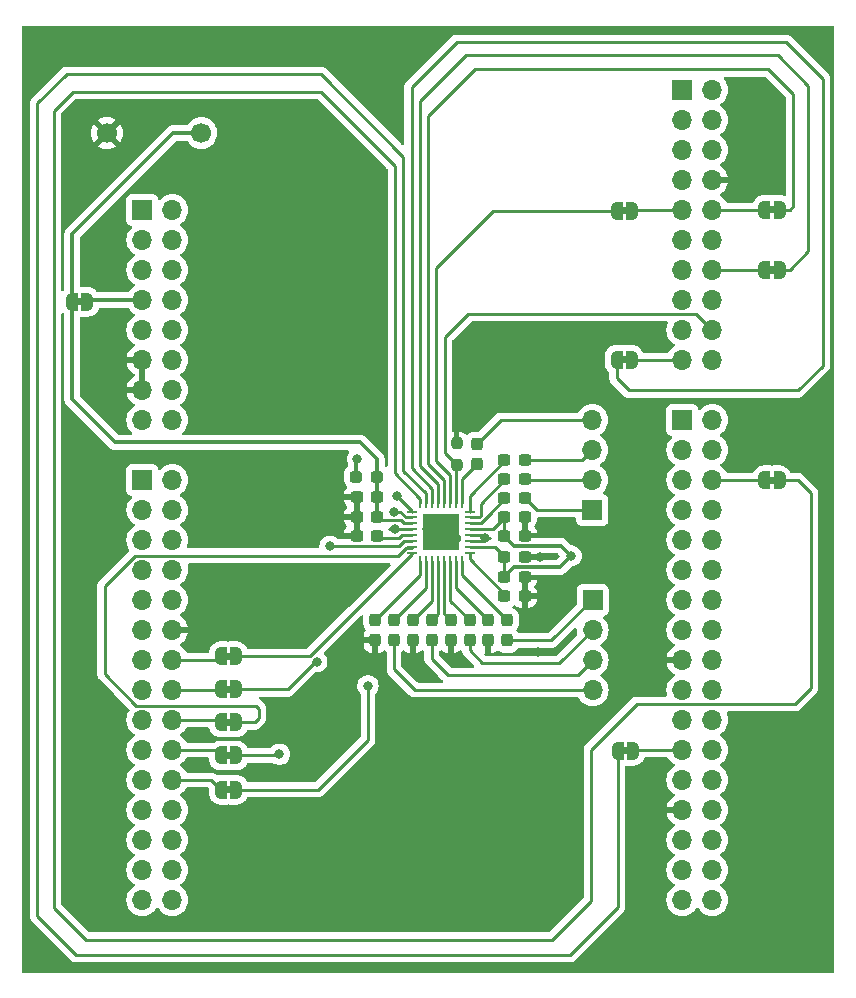
<source format=gbr>
%TF.GenerationSoftware,KiCad,Pcbnew,7.0.6*%
%TF.CreationDate,2023-08-01T18:28:40+01:00*%
%TF.ProjectId,AK4619_DevBoard,414b3436-3139-45f4-9465-76426f617264,rev?*%
%TF.SameCoordinates,Original*%
%TF.FileFunction,Copper,L1,Top*%
%TF.FilePolarity,Positive*%
%FSLAX46Y46*%
G04 Gerber Fmt 4.6, Leading zero omitted, Abs format (unit mm)*
G04 Created by KiCad (PCBNEW 7.0.6) date 2023-08-01 18:28:40*
%MOMM*%
%LPD*%
G01*
G04 APERTURE LIST*
G04 Aperture macros list*
%AMRoundRect*
0 Rectangle with rounded corners*
0 $1 Rounding radius*
0 $2 $3 $4 $5 $6 $7 $8 $9 X,Y pos of 4 corners*
0 Add a 4 corners polygon primitive as box body*
4,1,4,$2,$3,$4,$5,$6,$7,$8,$9,$2,$3,0*
0 Add four circle primitives for the rounded corners*
1,1,$1+$1,$2,$3*
1,1,$1+$1,$4,$5*
1,1,$1+$1,$6,$7*
1,1,$1+$1,$8,$9*
0 Add four rect primitives between the rounded corners*
20,1,$1+$1,$2,$3,$4,$5,0*
20,1,$1+$1,$4,$5,$6,$7,0*
20,1,$1+$1,$6,$7,$8,$9,0*
20,1,$1+$1,$8,$9,$2,$3,0*%
%AMFreePoly0*
4,1,19,0.500000,-0.750000,0.000000,-0.750000,0.000000,-0.744911,-0.071157,-0.744911,-0.207708,-0.704816,-0.327430,-0.627875,-0.420627,-0.520320,-0.479746,-0.390866,-0.500000,-0.250000,-0.500000,0.250000,-0.479746,0.390866,-0.420627,0.520320,-0.327430,0.627875,-0.207708,0.704816,-0.071157,0.744911,0.000000,0.744911,0.000000,0.750000,0.500000,0.750000,0.500000,-0.750000,0.500000,-0.750000,
$1*%
%AMFreePoly1*
4,1,19,0.000000,0.744911,0.071157,0.744911,0.207708,0.704816,0.327430,0.627875,0.420627,0.520320,0.479746,0.390866,0.500000,0.250000,0.500000,-0.250000,0.479746,-0.390866,0.420627,-0.520320,0.327430,-0.627875,0.207708,-0.704816,0.071157,-0.744911,0.000000,-0.744911,0.000000,-0.750000,-0.500000,-0.750000,-0.500000,0.750000,0.000000,0.750000,0.000000,0.744911,0.000000,0.744911,
$1*%
G04 Aperture macros list end*
%TA.AperFunction,SMDPad,CuDef*%
%ADD10RoundRect,0.062500X-0.375000X-0.062500X0.375000X-0.062500X0.375000X0.062500X-0.375000X0.062500X0*%
%TD*%
%TA.AperFunction,SMDPad,CuDef*%
%ADD11RoundRect,0.062500X-0.062500X-0.375000X0.062500X-0.375000X0.062500X0.375000X-0.062500X0.375000X0*%
%TD*%
%TA.AperFunction,ComponentPad*%
%ADD12C,0.500000*%
%TD*%
%TA.AperFunction,SMDPad,CuDef*%
%ADD13RoundRect,0.100000X-1.450000X-1.450000X1.450000X-1.450000X1.450000X1.450000X-1.450000X1.450000X0*%
%TD*%
%TA.AperFunction,ComponentPad*%
%ADD14C,1.700000*%
%TD*%
%TA.AperFunction,ComponentPad*%
%ADD15R,1.700000X1.700000*%
%TD*%
%TA.AperFunction,ComponentPad*%
%ADD16O,1.700000X1.700000*%
%TD*%
%TA.AperFunction,SMDPad,CuDef*%
%ADD17RoundRect,0.237500X0.237500X-0.250000X0.237500X0.250000X-0.237500X0.250000X-0.237500X-0.250000X0*%
%TD*%
%TA.AperFunction,SMDPad,CuDef*%
%ADD18RoundRect,0.237500X0.287500X0.237500X-0.287500X0.237500X-0.287500X-0.237500X0.287500X-0.237500X0*%
%TD*%
%TA.AperFunction,SMDPad,CuDef*%
%ADD19FreePoly0,0.000000*%
%TD*%
%TA.AperFunction,SMDPad,CuDef*%
%ADD20FreePoly1,0.000000*%
%TD*%
%TA.AperFunction,SMDPad,CuDef*%
%ADD21RoundRect,0.237500X0.300000X0.237500X-0.300000X0.237500X-0.300000X-0.237500X0.300000X-0.237500X0*%
%TD*%
%TA.AperFunction,SMDPad,CuDef*%
%ADD22RoundRect,0.237500X-0.300000X-0.237500X0.300000X-0.237500X0.300000X0.237500X-0.300000X0.237500X0*%
%TD*%
%TA.AperFunction,SMDPad,CuDef*%
%ADD23RoundRect,0.237500X-0.237500X0.300000X-0.237500X-0.300000X0.237500X-0.300000X0.237500X0.300000X0*%
%TD*%
%TA.AperFunction,ViaPad*%
%ADD24C,0.800000*%
%TD*%
%TA.AperFunction,Conductor*%
%ADD25C,0.250000*%
%TD*%
%TA.AperFunction,Conductor*%
%ADD26C,0.300000*%
%TD*%
G04 APERTURE END LIST*
%TA.AperFunction,EtchedComponent*%
%TO.C,JP12*%
G36*
X134650000Y-53800000D02*
G01*
X134150000Y-53800000D01*
X134150000Y-53200000D01*
X134650000Y-53200000D01*
X134650000Y-53800000D01*
G37*
%TD.AperFunction*%
%TA.AperFunction,EtchedComponent*%
%TO.C,JP11*%
G36*
X147250000Y-83800000D02*
G01*
X146750000Y-83800000D01*
X146750000Y-83200000D01*
X147250000Y-83200000D01*
X147250000Y-83800000D01*
G37*
%TD.AperFunction*%
%TA.AperFunction,EtchedComponent*%
%TO.C,JP10*%
G36*
X147250000Y-86600000D02*
G01*
X146750000Y-86600000D01*
X146750000Y-86000000D01*
X147250000Y-86000000D01*
X147250000Y-86600000D01*
G37*
%TD.AperFunction*%
%TA.AperFunction,EtchedComponent*%
%TO.C,JP9*%
G36*
X147250000Y-89400000D02*
G01*
X146750000Y-89400000D01*
X146750000Y-88800000D01*
X147250000Y-88800000D01*
X147250000Y-89400000D01*
G37*
%TD.AperFunction*%
%TA.AperFunction,EtchedComponent*%
%TO.C,JP8*%
G36*
X147250000Y-92200000D02*
G01*
X146750000Y-92200000D01*
X146750000Y-91600000D01*
X147250000Y-91600000D01*
X147250000Y-92200000D01*
G37*
%TD.AperFunction*%
%TA.AperFunction,EtchedComponent*%
%TO.C,JP7*%
G36*
X147250000Y-95100000D02*
G01*
X146750000Y-95100000D01*
X146750000Y-94500000D01*
X147250000Y-94500000D01*
X147250000Y-95100000D01*
G37*
%TD.AperFunction*%
%TA.AperFunction,EtchedComponent*%
%TO.C,JP6*%
G36*
X180850000Y-91800000D02*
G01*
X180350000Y-91800000D01*
X180350000Y-91200000D01*
X180850000Y-91200000D01*
X180850000Y-91800000D01*
G37*
%TD.AperFunction*%
%TA.AperFunction,EtchedComponent*%
%TO.C,JP5*%
G36*
X193250000Y-68900000D02*
G01*
X192750000Y-68900000D01*
X192750000Y-68300000D01*
X193250000Y-68300000D01*
X193250000Y-68900000D01*
G37*
%TD.AperFunction*%
%TA.AperFunction,EtchedComponent*%
%TO.C,JP4*%
G36*
X180750000Y-58700000D02*
G01*
X180250000Y-58700000D01*
X180250000Y-58100000D01*
X180750000Y-58100000D01*
X180750000Y-58700000D01*
G37*
%TD.AperFunction*%
%TA.AperFunction,EtchedComponent*%
%TO.C,JP3*%
G36*
X193250000Y-46000000D02*
G01*
X192750000Y-46000000D01*
X192750000Y-45400000D01*
X193250000Y-45400000D01*
X193250000Y-46000000D01*
G37*
%TD.AperFunction*%
%TA.AperFunction,EtchedComponent*%
%TO.C,JP2*%
G36*
X180750000Y-46100000D02*
G01*
X180250000Y-46100000D01*
X180250000Y-45500000D01*
X180750000Y-45500000D01*
X180750000Y-46100000D01*
G37*
%TD.AperFunction*%
%TA.AperFunction,EtchedComponent*%
%TO.C,JP1*%
G36*
X193250000Y-51100000D02*
G01*
X192750000Y-51100000D01*
X192750000Y-50500000D01*
X193250000Y-50500000D01*
X193250000Y-51100000D01*
G37*
%TD.AperFunction*%
%TD*%
D10*
%TO.P,U2,1,SDIN1*%
%TO.N,/SAI1_SD_A*%
X162562500Y-71250000D03*
%TO.P,U2,2,SDIN2*%
%TO.N,/SAI1_SD_B*%
X162562500Y-71750000D03*
%TO.P,U2,3,TVDD*%
%TO.N,+3.3V*%
X162562500Y-72250000D03*
%TO.P,U2,4,VSS2*%
%TO.N,GND*%
X162562500Y-72750000D03*
%TO.P,U2,5,AVDRV*%
%TO.N,Net-(U2-AVDRV)*%
X162562500Y-73250000D03*
%TO.P,U2,6,LRCK*%
%TO.N,/SAI1_FS_A*%
X162562500Y-73750000D03*
%TO.P,U2,7,BICK*%
%TO.N,/SAI1_SCK_A*%
X162562500Y-74250000D03*
%TO.P,U2,8,MCLK*%
%TO.N,/SAI1_MCLK_A*%
X162562500Y-74750000D03*
D11*
%TO.P,U2,9,IN4N/AIN5R/GND6R*%
%TO.N,Net-(U2-IN4N{slash}AIN5R{slash}GND6R)*%
X163250000Y-75437500D03*
%TO.P,U2,10,IN4P/AIN4R/AIN6R*%
%TO.N,Net-(U2-IN4P{slash}AIN4R{slash}AIN6R)*%
X163750000Y-75437500D03*
%TO.P,U2,11,IN3N/AIN5L/GND6L*%
%TO.N,Net-(U2-IN3N{slash}AIN5L{slash}GND6L)*%
X164250000Y-75437500D03*
%TO.P,U2,12,IN3P/AIN4L/AIN6L*%
%TO.N,Net-(U2-IN3P{slash}AIN4L{slash}AIN6L)*%
X164750000Y-75437500D03*
%TO.P,U2,13,IN2N/AIN2R/GND3R*%
%TO.N,Net-(U2-IN2N{slash}AIN2R{slash}GND3R)*%
X165250000Y-75437500D03*
%TO.P,U2,14,IN2P/AIN1R/AIN3R*%
%TO.N,Net-(U2-IN2P{slash}AIN1R{slash}AIN3R)*%
X165750000Y-75437500D03*
%TO.P,U2,15,IN1N/AIN2L/GND3L*%
%TO.N,Net-(U2-IN1N{slash}AIN2L{slash}GND3L)*%
X166250000Y-75437500D03*
%TO.P,U2,16,IN1P/AIN1L/AIN3L*%
%TO.N,Net-(U2-IN1P{slash}AIN1L{slash}AIN3L)*%
X166750000Y-75437500D03*
D10*
%TO.P,U2,17,VCOM*%
%TO.N,Net-(U2-VCOM)*%
X167437500Y-74750000D03*
%TO.P,U2,18,AVDD*%
%TO.N,+3.3VA*%
X167437500Y-74250000D03*
%TO.P,U2,19,VSS1*%
%TO.N,GND*%
X167437500Y-73750000D03*
%TO.P,U2,20,VREFL*%
X167437500Y-73250000D03*
%TO.P,U2,21,VREFH*%
%TO.N,+3.3VA*%
X167437500Y-72750000D03*
%TO.P,U2,22,AOUT1L*%
%TO.N,Net-(U2-AOUT1L)*%
X167437500Y-72250000D03*
%TO.P,U2,23,AOUT1R*%
%TO.N,Net-(U2-AOUT1R)*%
X167437500Y-71750000D03*
%TO.P,U2,24,AOUT2L*%
%TO.N,Net-(U2-AOUT2L)*%
X167437500Y-71250000D03*
D11*
%TO.P,U2,25,AOUT2R*%
%TO.N,Net-(U2-AOUT2R)*%
X166750000Y-70562500D03*
%TO.P,U2,26,PDN*%
%TO.N,/PDN*%
X166250000Y-70562500D03*
%TO.P,U2,27,CAD/~{CS}*%
%TO.N,/SPI1_NSS*%
X165750000Y-70562500D03*
%TO.P,U2,28,SCL/SCLK*%
%TO.N,/SPI1_SCK*%
X165250000Y-70562500D03*
%TO.P,U2,29,SI*%
%TO.N,/SPI1_MOSI*%
X164750000Y-70562500D03*
%TO.P,U2,30,SDA/SO*%
%TO.N,/SPI1_MISO*%
X164250000Y-70562500D03*
%TO.P,U2,31,SDOUT1*%
%TO.N,/SAI2_SD_A*%
X163750000Y-70562500D03*
%TO.P,U2,32,SDOUT2*%
%TO.N,/SAI2_SD_B*%
X163250000Y-70562500D03*
D12*
%TO.P,U2,33,PAD*%
%TO.N,GND*%
X164000000Y-72000000D03*
X164000000Y-73000000D03*
X164000000Y-74000000D03*
X165000000Y-72000000D03*
X165000000Y-73000000D03*
D13*
X165000000Y-73000000D03*
D12*
X165000000Y-74000000D03*
X166000000Y-72000000D03*
X166000000Y-73000000D03*
X166000000Y-74000000D03*
%TD*%
D14*
%TO.P,TP2,1,1*%
%TO.N,+3.3V*%
X144700000Y-39200000D03*
%TD*%
%TO.P,TP1,1,1*%
%TO.N,GND*%
X136700000Y-39200000D03*
%TD*%
D15*
%TO.P,J2,1,Pin_1*%
%TO.N,/IN1*%
X177825000Y-78740000D03*
D16*
%TO.P,J2,2,Pin_2*%
%TO.N,/IN2*%
X177825000Y-81280000D03*
%TO.P,J2,3,Pin_3*%
%TO.N,/IN3*%
X177825000Y-83820000D03*
%TO.P,J2,4,Pin_4*%
%TO.N,/IN4*%
X177825000Y-86360000D03*
%TD*%
%TO.P,J1,4,Pin_4*%
%TO.N,/OUT4*%
X177800000Y-63500000D03*
%TO.P,J1,3,Pin_3*%
%TO.N,/OUT3*%
X177800000Y-66040000D03*
%TO.P,J1,2,Pin_2*%
%TO.N,/OUT2*%
X177800000Y-68580000D03*
D15*
%TO.P,J1,1,Pin_1*%
%TO.N,/OUT1*%
X177800000Y-71120000D03*
%TD*%
D17*
%TO.P,R1,1*%
%TO.N,/PDN*%
X166300000Y-67312500D03*
%TO.P,R1,2*%
%TO.N,GND*%
X166300000Y-65487500D03*
%TD*%
D18*
%TO.P,L1,1*%
%TO.N,+3.3V*%
X159575000Y-68300000D03*
%TO.P,L1,2*%
%TO.N,+3.3VA*%
X157825000Y-68300000D03*
%TD*%
D19*
%TO.P,JP12,1,1*%
%TO.N,+3.3V*%
X133750000Y-53500000D03*
D20*
%TO.P,JP12,2,2*%
%TO.N,/3VIN*%
X135050000Y-53500000D03*
%TD*%
D19*
%TO.P,JP11,1,1*%
%TO.N,Net-(J9-Pin_14)*%
X146350000Y-83500000D03*
D20*
%TO.P,JP11,2,2*%
%TO.N,/SAI1_MCLK_A*%
X147650000Y-83500000D03*
%TD*%
D19*
%TO.P,JP10,1,1*%
%TO.N,Net-(J9-Pin_16)*%
X146350000Y-86300000D03*
D20*
%TO.P,JP10,2,2*%
%TO.N,/SAI1_FS_A*%
X147650000Y-86300000D03*
%TD*%
D19*
%TO.P,JP9,1,1*%
%TO.N,Net-(J9-Pin_18)*%
X146350000Y-89100000D03*
D20*
%TO.P,JP9,2,2*%
%TO.N,/SAI1_SCK_A*%
X147650000Y-89100000D03*
%TD*%
D19*
%TO.P,JP8,1,1*%
%TO.N,Net-(J9-Pin_20)*%
X146350000Y-91900000D03*
D20*
%TO.P,JP8,2,2*%
%TO.N,/SAI1_SD_A*%
X147650000Y-91900000D03*
%TD*%
D19*
%TO.P,JP7,1,1*%
%TO.N,Net-(J9-Pin_22)*%
X146350000Y-94800000D03*
D20*
%TO.P,JP7,2,2*%
%TO.N,/SAI1_SD_B*%
X147650000Y-94800000D03*
%TD*%
D19*
%TO.P,JP6,1,1*%
%TO.N,/SAI2_SD_A*%
X179950000Y-91500000D03*
D20*
%TO.P,JP6,2,2*%
%TO.N,Net-(J10-Pin_23)*%
X181250000Y-91500000D03*
%TD*%
D19*
%TO.P,JP5,1,1*%
%TO.N,Net-(J10-Pin_6)*%
X192350000Y-68600000D03*
D20*
%TO.P,JP5,2,2*%
%TO.N,/SAI2_SD_B*%
X193650000Y-68600000D03*
%TD*%
D19*
%TO.P,JP4,1,1*%
%TO.N,/SPI1_MISO*%
X179850000Y-58400000D03*
D20*
%TO.P,JP4,2,2*%
%TO.N,Net-(J7-Pin_19)*%
X181150000Y-58400000D03*
%TD*%
D19*
%TO.P,JP3,1,1*%
%TO.N,Net-(J7-Pin_10)*%
X192350000Y-45700000D03*
D20*
%TO.P,JP3,2,2*%
%TO.N,/SPI1_SCK*%
X193650000Y-45700000D03*
%TD*%
D19*
%TO.P,JP2,1,1*%
%TO.N,/SPI1_NSS*%
X179850000Y-45800000D03*
D20*
%TO.P,JP2,2,2*%
%TO.N,Net-(J7-Pin_9)*%
X181150000Y-45800000D03*
%TD*%
D19*
%TO.P,JP1,1,1*%
%TO.N,Net-(J7-Pin_14)*%
X192350000Y-50800000D03*
D20*
%TO.P,JP1,2,2*%
%TO.N,/SPI1_MOSI*%
X193650000Y-50800000D03*
%TD*%
D15*
%TO.P,J10,1,Pin_1*%
%TO.N,unconnected-(J10-Pin_1-Pad1)*%
X185420000Y-63500000D03*
D16*
%TO.P,J10,2,Pin_2*%
%TO.N,unconnected-(J10-Pin_2-Pad2)*%
X187960000Y-63500000D03*
%TO.P,J10,3,Pin_3*%
%TO.N,unconnected-(J10-Pin_3-Pad3)*%
X185420000Y-66040000D03*
%TO.P,J10,4,Pin_4*%
%TO.N,unconnected-(J10-Pin_4-Pad4)*%
X187960000Y-66040000D03*
%TO.P,J10,5,Pin_5*%
%TO.N,unconnected-(J10-Pin_5-Pad5)*%
X185420000Y-68580000D03*
%TO.P,J10,6,Pin_6*%
%TO.N,Net-(J10-Pin_6)*%
X187960000Y-68580000D03*
%TO.P,J10,7,Pin_7*%
%TO.N,unconnected-(J10-Pin_7-Pad7)*%
X185420000Y-71120000D03*
%TO.P,J10,8,Pin_8*%
%TO.N,unconnected-(J10-Pin_8-Pad8)*%
X187960000Y-71120000D03*
%TO.P,J10,9,Pin_9*%
%TO.N,unconnected-(J10-Pin_9-Pad9)*%
X185420000Y-73660000D03*
%TO.P,J10,10,Pin_10*%
%TO.N,unconnected-(J10-Pin_10-Pad10)*%
X187960000Y-73660000D03*
%TO.P,J10,11,Pin_11*%
%TO.N,unconnected-(J10-Pin_11-Pad11)*%
X185420000Y-76200000D03*
%TO.P,J10,12,Pin_12*%
%TO.N,unconnected-(J10-Pin_12-Pad12)*%
X187960000Y-76200000D03*
%TO.P,J10,13,Pin_13*%
%TO.N,unconnected-(J10-Pin_13-Pad13)*%
X185420000Y-78740000D03*
%TO.P,J10,14,Pin_14*%
%TO.N,unconnected-(J10-Pin_14-Pad14)*%
X187960000Y-78740000D03*
%TO.P,J10,15,Pin_15*%
%TO.N,unconnected-(J10-Pin_15-Pad15)*%
X185420000Y-81280000D03*
%TO.P,J10,16,Pin_16*%
%TO.N,unconnected-(J10-Pin_16-Pad16)*%
X187960000Y-81280000D03*
%TO.P,J10,17,Pin_17*%
%TO.N,GND*%
X185420000Y-83820000D03*
%TO.P,J10,18,Pin_18*%
%TO.N,unconnected-(J10-Pin_18-Pad18)*%
X187960000Y-83820000D03*
%TO.P,J10,19,Pin_19*%
%TO.N,unconnected-(J10-Pin_19-Pad19)*%
X185420000Y-86360000D03*
%TO.P,J10,20,Pin_20*%
%TO.N,unconnected-(J10-Pin_20-Pad20)*%
X187960000Y-86360000D03*
%TO.P,J10,21,Pin_21*%
%TO.N,unconnected-(J10-Pin_21-Pad21)*%
X185420000Y-88900000D03*
%TO.P,J10,22,Pin_22*%
%TO.N,unconnected-(J10-Pin_22-Pad22)*%
X187960000Y-88900000D03*
%TO.P,J10,23,Pin_23*%
%TO.N,Net-(J10-Pin_23)*%
X185420000Y-91440000D03*
%TO.P,J10,24,Pin_24*%
%TO.N,unconnected-(J10-Pin_24-Pad24)*%
X187960000Y-91440000D03*
%TO.P,J10,25,Pin_25*%
%TO.N,unconnected-(J10-Pin_25-Pad25)*%
X185420000Y-93980000D03*
%TO.P,J10,26,Pin_26*%
%TO.N,unconnected-(J10-Pin_26-Pad26)*%
X187960000Y-93980000D03*
%TO.P,J10,27,Pin_27*%
%TO.N,GND*%
X185420000Y-96520000D03*
%TO.P,J10,28,Pin_28*%
%TO.N,unconnected-(J10-Pin_28-Pad28)*%
X187960000Y-96520000D03*
%TO.P,J10,29,Pin_29*%
%TO.N,unconnected-(J10-Pin_29-Pad29)*%
X185420000Y-99060000D03*
%TO.P,J10,30,Pin_30*%
%TO.N,unconnected-(J10-Pin_30-Pad30)*%
X187960000Y-99060000D03*
%TO.P,J10,31,Pin_31*%
%TO.N,unconnected-(J10-Pin_31-Pad31)*%
X185420000Y-101600000D03*
%TO.P,J10,32,Pin_32*%
%TO.N,unconnected-(J10-Pin_32-Pad32)*%
X187960000Y-101600000D03*
%TO.P,J10,33,Pin_33*%
%TO.N,unconnected-(J10-Pin_33-Pad33)*%
X185420000Y-104140000D03*
%TO.P,J10,34,Pin_34*%
%TO.N,unconnected-(J10-Pin_34-Pad34)*%
X187960000Y-104140000D03*
%TD*%
D15*
%TO.P,J7,1,Pin_1*%
%TO.N,unconnected-(J7-Pin_1-Pad1)*%
X185420000Y-35560000D03*
D16*
%TO.P,J7,2,Pin_2*%
%TO.N,unconnected-(J7-Pin_2-Pad2)*%
X187960000Y-35560000D03*
%TO.P,J7,3,Pin_3*%
%TO.N,unconnected-(J7-Pin_3-Pad3)*%
X185420000Y-38100000D03*
%TO.P,J7,4,Pin_4*%
%TO.N,unconnected-(J7-Pin_4-Pad4)*%
X187960000Y-38100000D03*
%TO.P,J7,5,Pin_5*%
%TO.N,unconnected-(J7-Pin_5-Pad5)*%
X185420000Y-40640000D03*
%TO.P,J7,6,Pin_6*%
%TO.N,unconnected-(J7-Pin_6-Pad6)*%
X187960000Y-40640000D03*
%TO.P,J7,7,Pin_7*%
%TO.N,unconnected-(J7-Pin_7-Pad7)*%
X185420000Y-43180000D03*
%TO.P,J7,8,Pin_8*%
%TO.N,GND*%
X187960000Y-43180000D03*
%TO.P,J7,9,Pin_9*%
%TO.N,Net-(J7-Pin_9)*%
X185420000Y-45720000D03*
%TO.P,J7,10,Pin_10*%
%TO.N,Net-(J7-Pin_10)*%
X187960000Y-45720000D03*
%TO.P,J7,11,Pin_11*%
%TO.N,unconnected-(J7-Pin_11-Pad11)*%
X185420000Y-48260000D03*
%TO.P,J7,12,Pin_12*%
%TO.N,unconnected-(J7-Pin_12-Pad12)*%
X187960000Y-48260000D03*
%TO.P,J7,13,Pin_13*%
%TO.N,unconnected-(J7-Pin_13-Pad13)*%
X185420000Y-50800000D03*
%TO.P,J7,14,Pin_14*%
%TO.N,Net-(J7-Pin_14)*%
X187960000Y-50800000D03*
%TO.P,J7,15,Pin_15*%
%TO.N,unconnected-(J7-Pin_15-Pad15)*%
X185420000Y-53340000D03*
%TO.P,J7,16,Pin_16*%
%TO.N,unconnected-(J7-Pin_16-Pad16)*%
X187960000Y-53340000D03*
%TO.P,J7,17,Pin_17*%
%TO.N,unconnected-(J7-Pin_17-Pad17)*%
X185420000Y-55880000D03*
%TO.P,J7,18,Pin_18*%
%TO.N,/PDN*%
X187960000Y-55880000D03*
%TO.P,J7,19,Pin_19*%
%TO.N,Net-(J7-Pin_19)*%
X185420000Y-58420000D03*
%TO.P,J7,20,Pin_20*%
%TO.N,unconnected-(J7-Pin_20-Pad20)*%
X187960000Y-58420000D03*
%TD*%
D15*
%TO.P,J8,1,Pin_1*%
%TO.N,unconnected-(J8-Pin_1-Pad1)*%
X139700000Y-45720000D03*
D16*
%TO.P,J8,2,Pin_2*%
%TO.N,unconnected-(J8-Pin_2-Pad2)*%
X142240000Y-45720000D03*
%TO.P,J8,3,Pin_3*%
%TO.N,unconnected-(J8-Pin_3-Pad3)*%
X139700000Y-48260000D03*
%TO.P,J8,4,Pin_4*%
%TO.N,unconnected-(J8-Pin_4-Pad4)*%
X142240000Y-48260000D03*
%TO.P,J8,5,Pin_5*%
%TO.N,unconnected-(J8-Pin_5-Pad5)*%
X139700000Y-50800000D03*
%TO.P,J8,6,Pin_6*%
%TO.N,unconnected-(J8-Pin_6-Pad6)*%
X142240000Y-50800000D03*
%TO.P,J8,7,Pin_7*%
%TO.N,/3VIN*%
X139700000Y-53340000D03*
%TO.P,J8,8,Pin_8*%
%TO.N,unconnected-(J8-Pin_8-Pad8)*%
X142240000Y-53340000D03*
%TO.P,J8,9,Pin_9*%
%TO.N,unconnected-(J8-Pin_9-Pad9)*%
X139700000Y-55880000D03*
%TO.P,J8,10,Pin_10*%
%TO.N,unconnected-(J8-Pin_10-Pad10)*%
X142240000Y-55880000D03*
%TO.P,J8,11,Pin_11*%
%TO.N,GND*%
X139700000Y-58420000D03*
%TO.P,J8,12,Pin_12*%
%TO.N,unconnected-(J8-Pin_12-Pad12)*%
X142240000Y-58420000D03*
%TO.P,J8,13,Pin_13*%
%TO.N,GND*%
X139700000Y-60960000D03*
%TO.P,J8,14,Pin_14*%
%TO.N,unconnected-(J8-Pin_14-Pad14)*%
X142240000Y-60960000D03*
%TO.P,J8,15,Pin_15*%
%TO.N,unconnected-(J8-Pin_15-Pad15)*%
X139700000Y-63500000D03*
%TO.P,J8,16,Pin_16*%
%TO.N,unconnected-(J8-Pin_16-Pad16)*%
X142240000Y-63500000D03*
%TD*%
D15*
%TO.P,J9,1,Pin_1*%
%TO.N,unconnected-(J9-Pin_1-Pad1)*%
X139700000Y-68580000D03*
D16*
%TO.P,J9,2,Pin_2*%
%TO.N,unconnected-(J9-Pin_2-Pad2)*%
X142240000Y-68580000D03*
%TO.P,J9,3,Pin_3*%
%TO.N,unconnected-(J9-Pin_3-Pad3)*%
X139700000Y-71120000D03*
%TO.P,J9,4,Pin_4*%
%TO.N,unconnected-(J9-Pin_4-Pad4)*%
X142240000Y-71120000D03*
%TO.P,J9,5,Pin_5*%
%TO.N,unconnected-(J9-Pin_5-Pad5)*%
X139700000Y-73660000D03*
%TO.P,J9,6,Pin_6*%
%TO.N,unconnected-(J9-Pin_6-Pad6)*%
X142240000Y-73660000D03*
%TO.P,J9,7,Pin_7*%
%TO.N,unconnected-(J9-Pin_7-Pad7)*%
X139700000Y-76200000D03*
%TO.P,J9,8,Pin_8*%
%TO.N,unconnected-(J9-Pin_8-Pad8)*%
X142240000Y-76200000D03*
%TO.P,J9,9,Pin_9*%
%TO.N,unconnected-(J9-Pin_9-Pad9)*%
X139700000Y-78740000D03*
%TO.P,J9,10,Pin_10*%
%TO.N,unconnected-(J9-Pin_10-Pad10)*%
X142240000Y-78740000D03*
%TO.P,J9,11,Pin_11*%
%TO.N,unconnected-(J9-Pin_11-Pad11)*%
X139700000Y-81280000D03*
%TO.P,J9,12,Pin_12*%
%TO.N,GND*%
X142240000Y-81280000D03*
%TO.P,J9,13,Pin_13*%
%TO.N,unconnected-(J9-Pin_13-Pad13)*%
X139700000Y-83820000D03*
%TO.P,J9,14,Pin_14*%
%TO.N,Net-(J9-Pin_14)*%
X142240000Y-83820000D03*
%TO.P,J9,15,Pin_15*%
%TO.N,unconnected-(J9-Pin_15-Pad15)*%
X139700000Y-86360000D03*
%TO.P,J9,16,Pin_16*%
%TO.N,Net-(J9-Pin_16)*%
X142240000Y-86360000D03*
%TO.P,J9,17,Pin_17*%
%TO.N,unconnected-(J9-Pin_17-Pad17)*%
X139700000Y-88900000D03*
%TO.P,J9,18,Pin_18*%
%TO.N,Net-(J9-Pin_18)*%
X142240000Y-88900000D03*
%TO.P,J9,19,Pin_19*%
%TO.N,unconnected-(J9-Pin_19-Pad19)*%
X139700000Y-91440000D03*
%TO.P,J9,20,Pin_20*%
%TO.N,Net-(J9-Pin_20)*%
X142240000Y-91440000D03*
%TO.P,J9,21,Pin_21*%
%TO.N,unconnected-(J9-Pin_21-Pad21)*%
X139700000Y-93980000D03*
%TO.P,J9,22,Pin_22*%
%TO.N,Net-(J9-Pin_22)*%
X142240000Y-93980000D03*
%TO.P,J9,23,Pin_23*%
%TO.N,unconnected-(J9-Pin_23-Pad23)*%
X139700000Y-96520000D03*
%TO.P,J9,24,Pin_24*%
%TO.N,unconnected-(J9-Pin_24-Pad24)*%
X142240000Y-96520000D03*
%TO.P,J9,25,Pin_25*%
%TO.N,unconnected-(J9-Pin_25-Pad25)*%
X139700000Y-99060000D03*
%TO.P,J9,26,Pin_26*%
%TO.N,unconnected-(J9-Pin_26-Pad26)*%
X142240000Y-99060000D03*
%TO.P,J9,27,Pin_27*%
%TO.N,unconnected-(J9-Pin_27-Pad27)*%
X139700000Y-101600000D03*
%TO.P,J9,28,Pin_28*%
%TO.N,unconnected-(J9-Pin_28-Pad28)*%
X142240000Y-101600000D03*
%TO.P,J9,29,Pin_29*%
%TO.N,unconnected-(J9-Pin_29-Pad29)*%
X139700000Y-104140000D03*
%TO.P,J9,30,Pin_30*%
%TO.N,unconnected-(J9-Pin_30-Pad30)*%
X142240000Y-104140000D03*
%TD*%
D21*
%TO.P,C24,2*%
%TO.N,+3.3VA*%
X170337500Y-71700000D03*
%TO.P,C24,1*%
%TO.N,GND*%
X172062500Y-71700000D03*
%TD*%
%TO.P,C23,2*%
%TO.N,+3.3VA*%
X170337500Y-73300000D03*
%TO.P,C23,1*%
%TO.N,GND*%
X172062500Y-73300000D03*
%TD*%
%TO.P,C22,2*%
%TO.N,+3.3VA*%
X170337500Y-75100000D03*
%TO.P,C22,1*%
%TO.N,GND*%
X172062500Y-75100000D03*
%TD*%
%TO.P,C19,2*%
%TO.N,+3.3VA*%
X170337500Y-76800000D03*
%TO.P,C19,1*%
%TO.N,GND*%
X172062500Y-76800000D03*
%TD*%
D22*
%TO.P,C18,1*%
%TO.N,GND*%
X157837500Y-70000000D03*
%TO.P,C18,2*%
%TO.N,+3.3V*%
X159562500Y-70000000D03*
%TD*%
%TO.P,C17,1*%
%TO.N,GND*%
X157837500Y-71700000D03*
%TO.P,C17,2*%
%TO.N,+3.3V*%
X159562500Y-71700000D03*
%TD*%
%TO.P,C16,2*%
%TO.N,GND*%
X172062500Y-78400000D03*
%TO.P,C16,1*%
%TO.N,Net-(U2-VCOM)*%
X170337500Y-78400000D03*
%TD*%
D21*
%TO.P,C15,1*%
%TO.N,Net-(U2-AVDRV)*%
X159562500Y-73300000D03*
%TO.P,C15,2*%
%TO.N,GND*%
X157837500Y-73300000D03*
%TD*%
D23*
%TO.P,C12,1*%
%TO.N,Net-(U2-IN4N{slash}AIN5R{slash}GND6R)*%
X159400000Y-80437500D03*
%TO.P,C12,2*%
%TO.N,GND*%
X159400000Y-82162500D03*
%TD*%
%TO.P,C11,1*%
%TO.N,Net-(U2-IN3N{slash}AIN5L{slash}GND6L)*%
X162600000Y-80437500D03*
%TO.P,C11,2*%
%TO.N,GND*%
X162600000Y-82162500D03*
%TD*%
%TO.P,C10,1*%
%TO.N,Net-(U2-IN2N{slash}AIN2R{slash}GND3R)*%
X165800000Y-80437500D03*
%TO.P,C10,2*%
%TO.N,GND*%
X165800000Y-82162500D03*
%TD*%
%TO.P,C9,1*%
%TO.N,Net-(U2-IN4P{slash}AIN4R{slash}AIN6R)*%
X161000000Y-80437500D03*
%TO.P,C9,2*%
%TO.N,/IN4*%
X161000000Y-82162500D03*
%TD*%
%TO.P,C8,1*%
%TO.N,Net-(U2-IN3P{slash}AIN4L{slash}AIN6L)*%
X164200000Y-80437500D03*
%TO.P,C8,2*%
%TO.N,/IN3*%
X164200000Y-82162500D03*
%TD*%
%TO.P,C7,1*%
%TO.N,Net-(U2-IN2P{slash}AIN1R{slash}AIN3R)*%
X167400000Y-80437500D03*
%TO.P,C7,2*%
%TO.N,/IN2*%
X167400000Y-82162500D03*
%TD*%
%TO.P,C6,1*%
%TO.N,Net-(U2-IN1P{slash}AIN1L{slash}AIN3L)*%
X170600000Y-80437500D03*
%TO.P,C6,2*%
%TO.N,/IN1*%
X170600000Y-82162500D03*
%TD*%
%TO.P,C5,1*%
%TO.N,/OUT4*%
X168000000Y-65537500D03*
%TO.P,C5,2*%
%TO.N,Net-(U2-AOUT2R)*%
X168000000Y-67262500D03*
%TD*%
D21*
%TO.P,C4,2*%
%TO.N,Net-(U2-AOUT2L)*%
X170337500Y-66900000D03*
%TO.P,C4,1*%
%TO.N,/OUT3*%
X172062500Y-66900000D03*
%TD*%
%TO.P,C3,2*%
%TO.N,Net-(U2-AOUT1R)*%
X170337500Y-68500000D03*
%TO.P,C3,1*%
%TO.N,/OUT2*%
X172062500Y-68500000D03*
%TD*%
D23*
%TO.P,C2,1*%
%TO.N,Net-(U2-IN1N{slash}AIN2L{slash}GND3L)*%
X169000000Y-80437500D03*
%TO.P,C2,2*%
%TO.N,GND*%
X169000000Y-82162500D03*
%TD*%
D21*
%TO.P,C1,2*%
%TO.N,Net-(U2-AOUT1L)*%
X170337500Y-70100000D03*
%TO.P,C1,1*%
%TO.N,/OUT1*%
X172062500Y-70100000D03*
%TD*%
D24*
%TO.N,+3.3VA*%
X157900000Y-66800000D03*
%TO.N,GND*%
X173200000Y-83100000D03*
X166200000Y-83800000D03*
X162800000Y-83800000D03*
X161100000Y-72700000D03*
X173400000Y-75100000D03*
X168700000Y-73500000D03*
%TO.N,/SAI1_SD_A*%
X151300000Y-91800000D03*
X161300000Y-69900000D03*
%TO.N,/SAI1_SD_B*%
X161000000Y-71250000D03*
X158800000Y-86000000D03*
%TO.N,/SAI1_FS_A*%
X155600000Y-74200000D03*
X154468323Y-83956982D03*
%TO.N,+3.3VA*%
X176000000Y-75000000D03*
%TD*%
D25*
%TO.N,/SAI2_SD_B*%
X163250000Y-70150000D02*
X163250000Y-70562500D01*
X161100000Y-68000000D02*
X163250000Y-70150000D01*
X161100000Y-42000000D02*
X161100000Y-68000000D01*
X154800000Y-35700000D02*
X161100000Y-42000000D01*
X133800000Y-35700000D02*
X154800000Y-35700000D01*
X132200000Y-37300000D02*
X133800000Y-35700000D01*
X132200000Y-104800000D02*
X132200000Y-37300000D01*
X134900000Y-107500000D02*
X132200000Y-104800000D01*
X174400000Y-107500000D02*
X134900000Y-107500000D01*
X181565000Y-87535000D02*
X177700000Y-91400000D01*
X194965000Y-87535000D02*
X181565000Y-87535000D01*
X196300000Y-69700000D02*
X196300000Y-86200000D01*
X196300000Y-86200000D02*
X194965000Y-87535000D01*
X195200000Y-68600000D02*
X196300000Y-69700000D01*
X177700000Y-104200000D02*
X174400000Y-107500000D01*
X193650000Y-68600000D02*
X195200000Y-68600000D01*
X177700000Y-91400000D02*
X177700000Y-104200000D01*
%TO.N,/SAI2_SD_A*%
X163700000Y-70512500D02*
X163750000Y-70562500D01*
X163700000Y-69700000D02*
X163700000Y-70512500D01*
X161800000Y-67800000D02*
X163700000Y-69700000D01*
X161800000Y-41200000D02*
X161800000Y-67800000D01*
X133300000Y-34200000D02*
X154800000Y-34200000D01*
X130800000Y-36700000D02*
X133300000Y-34200000D01*
X154800000Y-34200000D02*
X161800000Y-41200000D01*
X134100000Y-108800000D02*
X130800000Y-105500000D01*
X130800000Y-105500000D02*
X130800000Y-36700000D01*
X175900000Y-108800000D02*
X134100000Y-108800000D01*
X179950000Y-104750000D02*
X175900000Y-108800000D01*
X179950000Y-91500000D02*
X179950000Y-104750000D01*
%TO.N,/SPI1_SCK*%
X194500000Y-45700000D02*
X193650000Y-45700000D01*
X192700000Y-33800000D02*
X194800000Y-35900000D01*
X194800000Y-45400000D02*
X194500000Y-45700000D01*
X167900000Y-33800000D02*
X192700000Y-33800000D01*
X163900000Y-37800000D02*
X167900000Y-33800000D01*
X194800000Y-35900000D02*
X194800000Y-45400000D01*
X165250000Y-68550000D02*
X163900000Y-67200000D01*
X165250000Y-70562500D02*
X165250000Y-68550000D01*
X163900000Y-67200000D02*
X163900000Y-37800000D01*
%TO.N,/SPI1_MOSI*%
X194500000Y-50800000D02*
X193650000Y-50800000D01*
X196100000Y-35200000D02*
X196100000Y-49200000D01*
X193500000Y-32600000D02*
X196100000Y-35200000D01*
X163200000Y-36500000D02*
X167100000Y-32600000D01*
X167100000Y-32600000D02*
X193500000Y-32600000D01*
X163200000Y-67400000D02*
X163200000Y-36500000D01*
X164750000Y-68950000D02*
X163200000Y-67400000D01*
X164750000Y-70562500D02*
X164750000Y-68950000D01*
X196100000Y-49200000D02*
X194500000Y-50800000D01*
%TO.N,/SPI1_MISO*%
X179850000Y-59950000D02*
X179850000Y-58400000D01*
X180900000Y-61000000D02*
X179850000Y-59950000D01*
X195200000Y-61000000D02*
X180900000Y-61000000D01*
X197300000Y-34600000D02*
X197300000Y-58900000D01*
X194200000Y-31500000D02*
X197300000Y-34600000D01*
X162500000Y-35300000D02*
X166300000Y-31500000D01*
X162500000Y-67600000D02*
X162500000Y-35300000D01*
X164250000Y-69350000D02*
X162500000Y-67600000D01*
X166300000Y-31500000D02*
X194200000Y-31500000D01*
X164250000Y-70562500D02*
X164250000Y-69350000D01*
X197300000Y-58900000D02*
X195200000Y-61000000D01*
D26*
%TO.N,+3.3V*%
X142300000Y-39200000D02*
X144700000Y-39200000D01*
X133750000Y-47750000D02*
X142300000Y-39200000D01*
X133750000Y-53500000D02*
X133750000Y-47750000D01*
X133750000Y-61750000D02*
X133750000Y-53500000D01*
X158162500Y-65400000D02*
X137400000Y-65400000D01*
X159562500Y-66800000D02*
X158162500Y-65400000D01*
X159562500Y-70000000D02*
X159562500Y-66800000D01*
X137400000Y-65400000D02*
X133750000Y-61750000D01*
%TO.N,+3.3VA*%
X157825000Y-68300000D02*
X157825000Y-66875000D01*
X157825000Y-66875000D02*
X157900000Y-66800000D01*
D25*
%TO.N,/SAI1_SCK_A*%
X149200000Y-89100000D02*
X147650000Y-89100000D01*
X149550000Y-88750000D02*
X149200000Y-89100000D01*
X149550000Y-87950000D02*
X149550000Y-88750000D01*
X149300000Y-87700000D02*
X149550000Y-87950000D01*
X139200000Y-87700000D02*
X149300000Y-87700000D01*
X136500000Y-77548299D02*
X136500000Y-85000000D01*
X139048299Y-75000000D02*
X136500000Y-77548299D01*
X162026992Y-74300000D02*
X161326992Y-75000000D01*
X162512500Y-74300000D02*
X162026992Y-74300000D01*
X162562500Y-74250000D02*
X162512500Y-74300000D01*
X161326992Y-75000000D02*
X139048299Y-75000000D01*
X136500000Y-85000000D02*
X139200000Y-87700000D01*
%TO.N,/IN2*%
X168500000Y-84100000D02*
X175005000Y-84100000D01*
X167400000Y-83000000D02*
X168500000Y-84100000D01*
X167400000Y-82162500D02*
X167400000Y-83000000D01*
X175005000Y-84100000D02*
X177825000Y-81280000D01*
%TO.N,/IN3*%
X176545000Y-85100000D02*
X177825000Y-83820000D01*
X165600000Y-85100000D02*
X176545000Y-85100000D01*
X164200000Y-83700000D02*
X165600000Y-85100000D01*
X164200000Y-82162500D02*
X164200000Y-83700000D01*
%TO.N,/IN4*%
X162760000Y-86360000D02*
X177825000Y-86360000D01*
X161000000Y-84600000D02*
X162760000Y-86360000D01*
X161000000Y-82162500D02*
X161000000Y-84600000D01*
%TO.N,/OUT4*%
X170037500Y-63500000D02*
X177800000Y-63500000D01*
X168000000Y-65537500D02*
X170037500Y-63500000D01*
%TO.N,/OUT3*%
X176940000Y-66900000D02*
X177800000Y-66040000D01*
X172062500Y-66900000D02*
X176940000Y-66900000D01*
%TO.N,/OUT2*%
X172142500Y-68580000D02*
X177800000Y-68580000D01*
X172062500Y-68500000D02*
X172142500Y-68580000D01*
%TO.N,/OUT1*%
X172062500Y-70100000D02*
X173082500Y-71120000D01*
X173082500Y-71120000D02*
X177800000Y-71120000D01*
%TO.N,/IN1*%
X174337500Y-82162500D02*
X177760000Y-78740000D01*
X177760000Y-78740000D02*
X177825000Y-78740000D01*
X170600000Y-82162500D02*
X174337500Y-82162500D01*
%TO.N,/SAI1_FS_A*%
X161388604Y-74200000D02*
X155600000Y-74200000D01*
X161838604Y-73750000D02*
X161388604Y-74200000D01*
%TO.N,Net-(U2-AVDRV)*%
X159787500Y-73525000D02*
X159562500Y-73300000D01*
%TO.N,/SAI1_FS_A*%
X162562500Y-73750000D02*
X161838604Y-73750000D01*
%TO.N,Net-(U2-AVDRV)*%
X161427208Y-73525000D02*
X159787500Y-73525000D01*
X161702208Y-73250000D02*
X161427208Y-73525000D01*
X162562500Y-73250000D02*
X161702208Y-73250000D01*
%TO.N,/SAI1_MCLK_A*%
X162562500Y-74837500D02*
X162562500Y-74750000D01*
X153900000Y-83500000D02*
X162562500Y-74837500D01*
X147650000Y-83500000D02*
X153900000Y-83500000D01*
%TO.N,/SAI1_FS_A*%
X152000000Y-86300000D02*
X154343018Y-83956982D01*
X147650000Y-86300000D02*
X152000000Y-86300000D01*
X154343018Y-83956982D02*
X154468323Y-83956982D01*
%TO.N,GND*%
X162562500Y-72750000D02*
X161150000Y-72750000D01*
X161150000Y-72750000D02*
X161100000Y-72700000D01*
%TO.N,/SAI1_SD_B*%
X161511701Y-71250000D02*
X161000000Y-71250000D01*
X162011701Y-71750000D02*
X161511701Y-71250000D01*
X162562500Y-71750000D02*
X162011701Y-71750000D01*
%TO.N,+3.3V*%
X161600305Y-71975000D02*
X159837500Y-71975000D01*
X162562500Y-72250000D02*
X161875305Y-72250000D01*
X161875305Y-72250000D02*
X161600305Y-71975000D01*
X159837500Y-71975000D02*
X159562500Y-71700000D01*
%TO.N,/SAI1_SD_B*%
X158800000Y-90600000D02*
X158800000Y-86000000D01*
X154600000Y-94800000D02*
X158800000Y-90600000D01*
X147650000Y-94800000D02*
X154600000Y-94800000D01*
%TO.N,GND*%
X172062500Y-75100000D02*
X173400000Y-75100000D01*
D26*
%TO.N,+3.3VA*%
X175125000Y-74125000D02*
X176000000Y-75000000D01*
X171162500Y-74125000D02*
X175125000Y-74125000D01*
X170337500Y-73300000D02*
X171162500Y-74125000D01*
X175025000Y-75975000D02*
X176000000Y-75000000D01*
X170337500Y-76800000D02*
X171162500Y-75975000D01*
X171162500Y-75975000D02*
X175025000Y-75975000D01*
D25*
%TO.N,GND*%
X168450000Y-73750000D02*
X168700000Y-73500000D01*
X167437500Y-73750000D02*
X168450000Y-73750000D01*
X168450000Y-73250000D02*
X168700000Y-73500000D01*
X167437500Y-73250000D02*
X168450000Y-73250000D01*
%TO.N,/PDN*%
X186595000Y-54515000D02*
X187960000Y-55880000D01*
X167285000Y-54515000D02*
X186595000Y-54515000D01*
X165300000Y-66312500D02*
X165300000Y-56500000D01*
X166300000Y-67312500D02*
X165300000Y-66312500D01*
X165300000Y-56500000D02*
X167285000Y-54515000D01*
%TO.N,/SPI1_NSS*%
X169400000Y-45800000D02*
X179850000Y-45800000D01*
X164600000Y-50600000D02*
X169400000Y-45800000D01*
X165750000Y-68150000D02*
X164600000Y-67000000D01*
X165750000Y-70562500D02*
X165750000Y-68150000D01*
X164600000Y-67000000D02*
X164600000Y-50600000D01*
%TO.N,/SAI1_SD_A*%
X151200000Y-91900000D02*
X151300000Y-91800000D01*
X147650000Y-91900000D02*
X151200000Y-91900000D01*
X162562500Y-71162500D02*
X161300000Y-69900000D01*
X162562500Y-71250000D02*
X162562500Y-71162500D01*
D26*
%TO.N,+3.3V*%
X159562500Y-70000000D02*
X159562500Y-71700000D01*
%TO.N,/3VIN*%
X135210000Y-53340000D02*
X135050000Y-53500000D01*
X139700000Y-53340000D02*
X135210000Y-53340000D01*
D25*
%TO.N,Net-(J9-Pin_22)*%
X145530000Y-93980000D02*
X146350000Y-94800000D01*
X142240000Y-93980000D02*
X145530000Y-93980000D01*
%TO.N,Net-(J9-Pin_20)*%
X145890000Y-91440000D02*
X146350000Y-91900000D01*
X142240000Y-91440000D02*
X145890000Y-91440000D01*
%TO.N,Net-(J9-Pin_18)*%
X146150000Y-88900000D02*
X146350000Y-89100000D01*
X142240000Y-88900000D02*
X146150000Y-88900000D01*
%TO.N,Net-(J9-Pin_16)*%
X146290000Y-86360000D02*
X146350000Y-86300000D01*
X142240000Y-86360000D02*
X146290000Y-86360000D01*
%TO.N,Net-(J9-Pin_14)*%
X146030000Y-83820000D02*
X146350000Y-83500000D01*
X142240000Y-83820000D02*
X146030000Y-83820000D01*
%TO.N,Net-(J10-Pin_23)*%
X181310000Y-91440000D02*
X181250000Y-91500000D01*
X185420000Y-91440000D02*
X181310000Y-91440000D01*
%TO.N,Net-(J10-Pin_6)*%
X192330000Y-68580000D02*
X192350000Y-68600000D01*
X187960000Y-68580000D02*
X192330000Y-68580000D01*
%TO.N,Net-(J7-Pin_19)*%
X181170000Y-58420000D02*
X181150000Y-58400000D01*
X185420000Y-58420000D02*
X181170000Y-58420000D01*
%TO.N,Net-(J7-Pin_9)*%
X181230000Y-45720000D02*
X181150000Y-45800000D01*
X185420000Y-45720000D02*
X181230000Y-45720000D01*
%TO.N,Net-(J7-Pin_14)*%
X187960000Y-50800000D02*
X192350000Y-50800000D01*
%TO.N,Net-(J7-Pin_10)*%
X192330000Y-45720000D02*
X192350000Y-45700000D01*
X187960000Y-45720000D02*
X192330000Y-45720000D01*
%TO.N,Net-(U2-IN4N{slash}AIN5R{slash}GND6R)*%
X163250000Y-76587500D02*
X159400000Y-80437500D01*
X163250000Y-75437500D02*
X163250000Y-76587500D01*
%TO.N,Net-(U2-IN4P{slash}AIN4R{slash}AIN6R)*%
X163750000Y-77687500D02*
X161000000Y-80437500D01*
X163750000Y-75437500D02*
X163750000Y-77687500D01*
%TO.N,Net-(U2-IN3N{slash}AIN5L{slash}GND6L)*%
X164250000Y-78787500D02*
X162600000Y-80437500D01*
X164250000Y-75437500D02*
X164250000Y-78787500D01*
%TO.N,Net-(U2-IN3P{slash}AIN4L{slash}AIN6L)*%
X164750000Y-79887500D02*
X164200000Y-80437500D01*
X164750000Y-75437500D02*
X164750000Y-79887500D01*
%TO.N,Net-(U2-IN2N{slash}AIN2R{slash}GND3R)*%
X165250000Y-79887500D02*
X165800000Y-80437500D01*
X165250000Y-75437500D02*
X165250000Y-79887500D01*
%TO.N,Net-(U2-IN2P{slash}AIN1R{slash}AIN3R)*%
X165750000Y-75437500D02*
X165750000Y-78787500D01*
X165750000Y-78787500D02*
X167400000Y-80437500D01*
%TO.N,Net-(U2-IN1N{slash}AIN2L{slash}GND3L)*%
X166250000Y-77687500D02*
X169000000Y-80437500D01*
X166250000Y-75437500D02*
X166250000Y-77687500D01*
%TO.N,Net-(U2-IN1P{slash}AIN1L{slash}AIN3L)*%
X166750000Y-75437500D02*
X166750000Y-76587500D01*
X166750000Y-76587500D02*
X170600000Y-80437500D01*
%TO.N,/PDN*%
X166250000Y-67362500D02*
X166300000Y-67312500D01*
X166250000Y-70562500D02*
X166250000Y-67362500D01*
%TO.N,Net-(U2-AOUT2R)*%
X166750000Y-68512500D02*
X168000000Y-67262500D01*
X166750000Y-70562500D02*
X166750000Y-68512500D01*
%TO.N,Net-(U2-VCOM)*%
X167437500Y-75300000D02*
X170337500Y-78200000D01*
X167437500Y-74750000D02*
X167437500Y-75300000D01*
%TO.N,+3.3VA*%
X167437500Y-74250000D02*
X169587500Y-74250000D01*
X169587500Y-74250000D02*
X170337500Y-75000000D01*
X170337500Y-76700000D02*
X170337500Y-75100000D01*
X170337500Y-73400000D02*
X170337500Y-71800000D01*
X167437500Y-72750000D02*
X169387500Y-72750000D01*
X169387500Y-72750000D02*
X170337500Y-71800000D01*
%TO.N,Net-(U2-AOUT1L)*%
X169100000Y-71500000D02*
X169100000Y-71437500D01*
X168350000Y-72250000D02*
X169100000Y-71500000D01*
X169100000Y-71437500D02*
X170337500Y-70200000D01*
X167437500Y-72250000D02*
X168350000Y-72250000D01*
%TO.N,Net-(U2-AOUT1R)*%
X168350000Y-70587500D02*
X170337500Y-68600000D01*
X168350000Y-71613604D02*
X168350000Y-70587500D01*
X168213604Y-71750000D02*
X168350000Y-71613604D01*
X167437500Y-71750000D02*
X168213604Y-71750000D01*
%TO.N,Net-(U2-AOUT2L)*%
X167437500Y-69900000D02*
X170337500Y-67000000D01*
X167437500Y-71250000D02*
X167437500Y-69900000D01*
%TD*%
%TA.AperFunction,Conductor*%
%TO.N,GND*%
G36*
X162793039Y-81932185D02*
G01*
X162838794Y-81984989D01*
X162850000Y-82036500D01*
X162850000Y-83199999D01*
X162886640Y-83199999D01*
X162886654Y-83199998D01*
X162987652Y-83189680D01*
X163151300Y-83135453D01*
X163151311Y-83135448D01*
X163298035Y-83044947D01*
X163311960Y-83031021D01*
X163373282Y-82997533D01*
X163442973Y-83002514D01*
X163487327Y-83031016D01*
X163501650Y-83045340D01*
X163513920Y-83052908D01*
X163515596Y-83053942D01*
X163562321Y-83105890D01*
X163574500Y-83159481D01*
X163574500Y-83617255D01*
X163572775Y-83632872D01*
X163573061Y-83632899D01*
X163572326Y-83640665D01*
X163574500Y-83709814D01*
X163574500Y-83739343D01*
X163574501Y-83739360D01*
X163575368Y-83746231D01*
X163575826Y-83752050D01*
X163577290Y-83798624D01*
X163577291Y-83798627D01*
X163582880Y-83817867D01*
X163586824Y-83836911D01*
X163589336Y-83856791D01*
X163606490Y-83900119D01*
X163608382Y-83905647D01*
X163620106Y-83946000D01*
X163621382Y-83950390D01*
X163625280Y-83956982D01*
X163631580Y-83967634D01*
X163640138Y-83985103D01*
X163647514Y-84003732D01*
X163674898Y-84041423D01*
X163678106Y-84046307D01*
X163701827Y-84086416D01*
X163701833Y-84086424D01*
X163715990Y-84100580D01*
X163728627Y-84115375D01*
X163740406Y-84131587D01*
X163763628Y-84150798D01*
X163776309Y-84161288D01*
X163780620Y-84165210D01*
X164772200Y-85156791D01*
X165099197Y-85483788D01*
X165109022Y-85496051D01*
X165109243Y-85495869D01*
X165114210Y-85501874D01*
X165133627Y-85520107D01*
X165169022Y-85580348D01*
X165166230Y-85650162D01*
X165126137Y-85707383D01*
X165061472Y-85733845D01*
X165048744Y-85734500D01*
X163070452Y-85734500D01*
X163003413Y-85714815D01*
X162982771Y-85698181D01*
X161661819Y-84377228D01*
X161628334Y-84315905D01*
X161625500Y-84289547D01*
X161625500Y-83159481D01*
X161645185Y-83092442D01*
X161684404Y-83053942D01*
X161698348Y-83045341D01*
X161698347Y-83045341D01*
X161698350Y-83045340D01*
X161712671Y-83031018D01*
X161773989Y-82997533D01*
X161843681Y-83002514D01*
X161888034Y-83031017D01*
X161901961Y-83044944D01*
X161901965Y-83044947D01*
X162048688Y-83135448D01*
X162048699Y-83135453D01*
X162212347Y-83189680D01*
X162313352Y-83199999D01*
X162350000Y-83199999D01*
X162350000Y-82036500D01*
X162369685Y-81969461D01*
X162422489Y-81923706D01*
X162474000Y-81912500D01*
X162726000Y-81912500D01*
X162793039Y-81932185D01*
G37*
%TD.AperFunction*%
%TA.AperFunction,Conductor*%
G36*
X165993039Y-81932185D02*
G01*
X166038794Y-81984989D01*
X166050000Y-82036500D01*
X166050000Y-83199999D01*
X166086640Y-83199999D01*
X166086654Y-83199998D01*
X166187652Y-83189680D01*
X166351300Y-83135453D01*
X166351311Y-83135448D01*
X166498035Y-83044947D01*
X166511960Y-83031021D01*
X166573282Y-82997533D01*
X166642973Y-83002514D01*
X166687327Y-83031017D01*
X166701651Y-83045341D01*
X166713104Y-83052405D01*
X166730984Y-83063433D01*
X166777709Y-83115379D01*
X166788911Y-83153431D01*
X166789336Y-83156792D01*
X166806490Y-83200119D01*
X166808382Y-83205647D01*
X166811225Y-83215433D01*
X166821382Y-83250390D01*
X166822973Y-83253081D01*
X166831580Y-83267634D01*
X166840138Y-83285103D01*
X166847514Y-83303732D01*
X166874898Y-83341423D01*
X166878106Y-83346307D01*
X166901827Y-83386416D01*
X166901833Y-83386424D01*
X166915990Y-83400580D01*
X166928628Y-83415376D01*
X166940405Y-83431586D01*
X166940406Y-83431587D01*
X166976309Y-83461288D01*
X166980620Y-83465210D01*
X167585409Y-84070000D01*
X167778228Y-84262819D01*
X167811713Y-84324142D01*
X167806729Y-84393834D01*
X167764857Y-84449767D01*
X167699393Y-84474184D01*
X167690547Y-84474500D01*
X165910452Y-84474500D01*
X165843413Y-84454815D01*
X165822771Y-84438181D01*
X164861819Y-83477228D01*
X164828334Y-83415905D01*
X164825500Y-83389547D01*
X164825500Y-83159481D01*
X164845185Y-83092442D01*
X164884404Y-83053942D01*
X164898348Y-83045341D01*
X164898347Y-83045341D01*
X164898350Y-83045340D01*
X164912671Y-83031018D01*
X164973989Y-82997533D01*
X165043681Y-83002514D01*
X165088034Y-83031017D01*
X165101961Y-83044944D01*
X165101965Y-83044947D01*
X165248688Y-83135448D01*
X165248699Y-83135453D01*
X165412347Y-83189680D01*
X165513352Y-83199999D01*
X165550000Y-83199999D01*
X165550000Y-82036500D01*
X165569685Y-81969461D01*
X165622489Y-81923706D01*
X165674000Y-81912500D01*
X165926000Y-81912500D01*
X165993039Y-81932185D01*
G37*
%TD.AperFunction*%
%TA.AperFunction,Conductor*%
G36*
X176394425Y-81092678D02*
G01*
X176450358Y-81134550D01*
X176474775Y-81200014D01*
X176474619Y-81219667D01*
X176469341Y-81279997D01*
X176469341Y-81280000D01*
X176489937Y-81515408D01*
X176516855Y-81615873D01*
X176515192Y-81685723D01*
X176484761Y-81735646D01*
X174782228Y-83438181D01*
X174720905Y-83471666D01*
X174694547Y-83474500D01*
X168810452Y-83474500D01*
X168743413Y-83454815D01*
X168722771Y-83438181D01*
X168696269Y-83411679D01*
X168662784Y-83350356D01*
X168667768Y-83280664D01*
X168709640Y-83224731D01*
X168734566Y-83215433D01*
X168750000Y-83199999D01*
X168750000Y-82036500D01*
X168769685Y-81969461D01*
X168822489Y-81923706D01*
X168874000Y-81912500D01*
X169126000Y-81912500D01*
X169193039Y-81932185D01*
X169238794Y-81984989D01*
X169250000Y-82036500D01*
X169250000Y-83199999D01*
X169286640Y-83199999D01*
X169286654Y-83199998D01*
X169387652Y-83189680D01*
X169551300Y-83135453D01*
X169551311Y-83135448D01*
X169698035Y-83044947D01*
X169711960Y-83031021D01*
X169773282Y-82997533D01*
X169842973Y-83002514D01*
X169887327Y-83031016D01*
X169901650Y-83045340D01*
X170048484Y-83135908D01*
X170212247Y-83190174D01*
X170313323Y-83200500D01*
X170886676Y-83200499D01*
X170886684Y-83200498D01*
X170886687Y-83200498D01*
X170945403Y-83194500D01*
X170987753Y-83190174D01*
X171151516Y-83135908D01*
X171298350Y-83045340D01*
X171420340Y-82923350D01*
X171450471Y-82874500D01*
X171467494Y-82846903D01*
X171519442Y-82800178D01*
X171573032Y-82788000D01*
X174254757Y-82788000D01*
X174270377Y-82789724D01*
X174270404Y-82789439D01*
X174278160Y-82790171D01*
X174278167Y-82790173D01*
X174347314Y-82788000D01*
X174376850Y-82788000D01*
X174383728Y-82787130D01*
X174389541Y-82786672D01*
X174436127Y-82785209D01*
X174455369Y-82779617D01*
X174474412Y-82775674D01*
X174494292Y-82773164D01*
X174537622Y-82756007D01*
X174543146Y-82754117D01*
X174546896Y-82753027D01*
X174587890Y-82741118D01*
X174605129Y-82730922D01*
X174622603Y-82722362D01*
X174641227Y-82714988D01*
X174641227Y-82714987D01*
X174641232Y-82714986D01*
X174678949Y-82687582D01*
X174683805Y-82684392D01*
X174723920Y-82660670D01*
X174738089Y-82646499D01*
X174752879Y-82633868D01*
X174769087Y-82622094D01*
X174798799Y-82586176D01*
X174802712Y-82581876D01*
X176263411Y-81121177D01*
X176324733Y-81087694D01*
X176394425Y-81092678D01*
G37*
%TD.AperFunction*%
%TA.AperFunction,Conductor*%
G36*
X160657587Y-75645185D02*
G01*
X160703342Y-75697989D01*
X160713286Y-75767147D01*
X160684261Y-75830703D01*
X160678229Y-75837180D01*
X157168609Y-79346800D01*
X153677228Y-82838181D01*
X153615905Y-82871666D01*
X153589547Y-82874500D01*
X148663758Y-82874500D01*
X148596719Y-82854815D01*
X148550964Y-82802012D01*
X148534904Y-82766845D01*
X148534899Y-82766838D01*
X148534894Y-82766828D01*
X148457103Y-82645783D01*
X148457088Y-82645762D01*
X148362943Y-82537113D01*
X148362940Y-82537110D01*
X148254170Y-82442861D01*
X148254164Y-82442857D01*
X148133221Y-82365131D01*
X148133217Y-82365129D01*
X148133216Y-82365129D01*
X148002300Y-82305342D01*
X147904158Y-82276525D01*
X147864342Y-82264834D01*
X147721889Y-82244353D01*
X147150000Y-82244353D01*
X147078040Y-82249499D01*
X147040728Y-82260455D01*
X146988149Y-82264215D01*
X146850000Y-82244353D01*
X146278111Y-82244353D01*
X146278110Y-82244353D01*
X146135658Y-82264834D01*
X146135656Y-82264834D01*
X145997700Y-82305342D01*
X145866784Y-82365129D01*
X145866782Y-82365129D01*
X145745831Y-82442860D01*
X145745829Y-82442861D01*
X145745830Y-82442861D01*
X145745826Y-82442864D01*
X145739408Y-82448425D01*
X145637060Y-82537108D01*
X145637058Y-82537110D01*
X145542911Y-82645762D01*
X145542896Y-82645783D01*
X145465102Y-82766833D01*
X145465089Y-82766856D01*
X145405183Y-82898033D01*
X145404743Y-82899758D01*
X145364821Y-83035717D01*
X145364819Y-83035726D01*
X145357282Y-83088148D01*
X145328257Y-83151703D01*
X145269478Y-83189477D01*
X145234544Y-83194500D01*
X143515227Y-83194500D01*
X143448188Y-83174815D01*
X143413652Y-83141623D01*
X143278494Y-82948597D01*
X143111402Y-82781506D01*
X143111401Y-82781505D01*
X142938831Y-82660670D01*
X142925405Y-82651269D01*
X142881781Y-82596692D01*
X142874588Y-82527193D01*
X142906110Y-82464839D01*
X142925405Y-82448119D01*
X143111082Y-82318105D01*
X143278105Y-82151082D01*
X143413600Y-81957578D01*
X143513429Y-81743492D01*
X143513432Y-81743486D01*
X143570636Y-81530000D01*
X142673686Y-81530000D01*
X142699493Y-81489844D01*
X142740000Y-81351889D01*
X142740000Y-81208111D01*
X142699493Y-81070156D01*
X142673686Y-81030000D01*
X143570636Y-81030000D01*
X143570635Y-81029999D01*
X143513432Y-80816513D01*
X143513429Y-80816507D01*
X143413600Y-80602422D01*
X143413599Y-80602420D01*
X143278113Y-80408926D01*
X143278108Y-80408920D01*
X143111078Y-80241890D01*
X142925405Y-80111879D01*
X142881780Y-80057302D01*
X142874588Y-79987804D01*
X142906110Y-79925449D01*
X142925406Y-79908730D01*
X142925843Y-79908424D01*
X143111401Y-79778495D01*
X143278495Y-79611401D01*
X143414035Y-79417830D01*
X143513903Y-79203663D01*
X143575063Y-78975408D01*
X143595659Y-78740000D01*
X143575063Y-78504592D01*
X143513903Y-78276337D01*
X143414035Y-78062171D01*
X143408425Y-78054158D01*
X143278494Y-77868597D01*
X143111402Y-77701506D01*
X143111396Y-77701501D01*
X142925842Y-77571575D01*
X142882217Y-77516998D01*
X142875023Y-77447500D01*
X142906546Y-77385145D01*
X142925842Y-77368425D01*
X143000417Y-77316207D01*
X143111401Y-77238495D01*
X143278495Y-77071401D01*
X143414035Y-76877830D01*
X143513903Y-76663663D01*
X143575063Y-76435408D01*
X143595659Y-76200000D01*
X143595259Y-76195433D01*
X143588886Y-76122590D01*
X143575063Y-75964592D01*
X143526029Y-75781592D01*
X143527692Y-75711743D01*
X143566855Y-75653881D01*
X143631083Y-75626377D01*
X143645804Y-75625500D01*
X160590548Y-75625500D01*
X160657587Y-75645185D01*
G37*
%TD.AperFunction*%
%TA.AperFunction,Conductor*%
G36*
X172255539Y-74795185D02*
G01*
X172273708Y-74816153D01*
X172276181Y-74813681D01*
X172312500Y-74850000D01*
X173099999Y-74850000D01*
X173136318Y-74813681D01*
X173138657Y-74816020D01*
X173172488Y-74786706D01*
X173223999Y-74775500D01*
X174804192Y-74775500D01*
X174871231Y-74795185D01*
X174891873Y-74811819D01*
X174992373Y-74912319D01*
X175025858Y-74973642D01*
X175020874Y-75043334D01*
X174992373Y-75087681D01*
X174791873Y-75288181D01*
X174730550Y-75321666D01*
X174704192Y-75324500D01*
X171936500Y-75324500D01*
X171869461Y-75304815D01*
X171823706Y-75252011D01*
X171812500Y-75200500D01*
X171812500Y-74899500D01*
X171832185Y-74832461D01*
X171884989Y-74786706D01*
X171936500Y-74775500D01*
X172188500Y-74775500D01*
X172255539Y-74795185D01*
G37*
%TD.AperFunction*%
%TA.AperFunction,Conductor*%
G36*
X165532514Y-71484501D02*
G01*
X165532674Y-71483905D01*
X165540524Y-71486008D01*
X165540526Y-71486008D01*
X165540528Y-71486009D01*
X165650599Y-71500500D01*
X165802689Y-71500499D01*
X165869729Y-71520183D01*
X165890371Y-71536818D01*
X166463181Y-72109628D01*
X166496666Y-72170951D01*
X166499500Y-72197308D01*
X166499500Y-72349403D01*
X166513989Y-72459468D01*
X166516094Y-72467322D01*
X166512814Y-72468200D01*
X166518581Y-72522073D01*
X166515517Y-72532522D01*
X166516095Y-72532677D01*
X166513990Y-72540529D01*
X166499500Y-72650598D01*
X166499500Y-72802688D01*
X166479815Y-72869727D01*
X166463182Y-72890368D01*
X166353553Y-72999999D01*
X166353553Y-73000000D01*
X166647709Y-73294156D01*
X166681194Y-73355479D01*
X166676210Y-73425170D01*
X166647709Y-73469518D01*
X166617228Y-73499999D01*
X166647709Y-73530480D01*
X166681194Y-73591803D01*
X166676210Y-73661495D01*
X166647709Y-73705843D01*
X166000000Y-74353554D01*
X165890369Y-74463182D01*
X165829046Y-74496666D01*
X165802690Y-74499500D01*
X165650596Y-74499500D01*
X165540529Y-74513989D01*
X165532681Y-74516093D01*
X165531808Y-74512836D01*
X165477779Y-74518554D01*
X165467476Y-74515523D01*
X165467323Y-74516095D01*
X165459470Y-74513990D01*
X165349402Y-74499500D01*
X165197309Y-74499500D01*
X165130270Y-74479815D01*
X165109627Y-74463181D01*
X165000000Y-74353553D01*
X164890370Y-74463182D01*
X164829046Y-74496666D01*
X164802690Y-74499500D01*
X164650596Y-74499500D01*
X164540531Y-74513989D01*
X164532678Y-74516094D01*
X164531802Y-74512824D01*
X164477853Y-74518567D01*
X164467477Y-74515518D01*
X164467323Y-74516095D01*
X164459470Y-74513990D01*
X164349402Y-74499500D01*
X164197309Y-74499500D01*
X164130270Y-74479815D01*
X164109628Y-74463181D01*
X163646447Y-74000000D01*
X163844709Y-74000000D01*
X163865514Y-74077645D01*
X163922355Y-74134486D01*
X163980254Y-74150000D01*
X164019746Y-74150000D01*
X164077645Y-74134486D01*
X164134486Y-74077646D01*
X164155291Y-74000000D01*
X164353553Y-74000000D01*
X164500000Y-74146447D01*
X164646447Y-74000000D01*
X164844709Y-74000000D01*
X164865514Y-74077645D01*
X164922355Y-74134486D01*
X164980254Y-74150000D01*
X165019746Y-74150000D01*
X165077645Y-74134486D01*
X165134486Y-74077646D01*
X165155291Y-74000000D01*
X165353553Y-74000000D01*
X165499999Y-74146447D01*
X165646446Y-74000000D01*
X165844709Y-74000000D01*
X165865514Y-74077645D01*
X165922355Y-74134486D01*
X165980254Y-74150000D01*
X166019746Y-74150000D01*
X166077645Y-74134486D01*
X166134486Y-74077646D01*
X166155291Y-74000000D01*
X166134486Y-73922355D01*
X166077645Y-73865514D01*
X166019746Y-73850000D01*
X165980254Y-73850000D01*
X165922355Y-73865514D01*
X165865514Y-73922354D01*
X165844709Y-74000000D01*
X165646446Y-74000000D01*
X165646447Y-73999999D01*
X165500000Y-73853553D01*
X165353553Y-73999999D01*
X165353553Y-74000000D01*
X165155291Y-74000000D01*
X165134486Y-73922355D01*
X165077645Y-73865514D01*
X165019746Y-73850000D01*
X164980254Y-73850000D01*
X164922355Y-73865514D01*
X164865514Y-73922354D01*
X164844709Y-74000000D01*
X164646447Y-74000000D01*
X164500000Y-73853552D01*
X164353553Y-74000000D01*
X164155291Y-74000000D01*
X164134486Y-73922355D01*
X164077645Y-73865514D01*
X164019746Y-73850000D01*
X163980254Y-73850000D01*
X163922355Y-73865514D01*
X163865514Y-73922354D01*
X163844709Y-74000000D01*
X163646447Y-74000000D01*
X163536818Y-73890371D01*
X163503333Y-73829048D01*
X163500499Y-73802697D01*
X163500499Y-73650600D01*
X163499952Y-73646447D01*
X163490108Y-73571666D01*
X163486009Y-73540528D01*
X163486008Y-73540525D01*
X163483905Y-73532674D01*
X163487207Y-73531789D01*
X163483766Y-73500000D01*
X163853553Y-73500000D01*
X164000000Y-73646447D01*
X164146447Y-73500000D01*
X164853553Y-73500000D01*
X165000000Y-73646447D01*
X165146447Y-73500000D01*
X165853553Y-73500000D01*
X166000000Y-73646447D01*
X166146447Y-73500000D01*
X166000000Y-73353553D01*
X165853553Y-73499999D01*
X165853553Y-73500000D01*
X165146447Y-73500000D01*
X165000000Y-73353553D01*
X164853553Y-73499999D01*
X164853553Y-73500000D01*
X164146447Y-73500000D01*
X164000000Y-73353553D01*
X163853553Y-73500000D01*
X163483766Y-73500000D01*
X163481392Y-73478075D01*
X163484501Y-73467485D01*
X163483905Y-73467326D01*
X163486008Y-73459475D01*
X163486008Y-73459474D01*
X163486009Y-73459472D01*
X163500500Y-73349401D01*
X163500499Y-73197308D01*
X163520183Y-73130269D01*
X163536818Y-73109626D01*
X163646443Y-73000000D01*
X163844709Y-73000000D01*
X163865514Y-73077645D01*
X163922355Y-73134486D01*
X163980254Y-73150000D01*
X164019746Y-73150000D01*
X164077645Y-73134486D01*
X164134486Y-73077646D01*
X164155291Y-73000000D01*
X164155290Y-72999998D01*
X164353553Y-72999998D01*
X164500000Y-73146446D01*
X164646447Y-73000000D01*
X164844709Y-73000000D01*
X164865514Y-73077645D01*
X164922355Y-73134486D01*
X164980254Y-73150000D01*
X165019746Y-73150000D01*
X165077645Y-73134486D01*
X165134486Y-73077646D01*
X165155291Y-73000000D01*
X165155290Y-72999998D01*
X165353553Y-72999998D01*
X165500000Y-73146446D01*
X165646446Y-73000000D01*
X165844709Y-73000000D01*
X165865514Y-73077645D01*
X165922355Y-73134486D01*
X165980254Y-73150000D01*
X166019746Y-73150000D01*
X166077645Y-73134486D01*
X166134486Y-73077646D01*
X166155291Y-73000000D01*
X166134486Y-72922355D01*
X166077645Y-72865514D01*
X166019746Y-72850000D01*
X165980254Y-72850000D01*
X165922355Y-72865514D01*
X165865514Y-72922354D01*
X165844709Y-73000000D01*
X165646446Y-73000000D01*
X165646447Y-72999999D01*
X165500001Y-72853553D01*
X165353553Y-72999998D01*
X165155290Y-72999998D01*
X165134486Y-72922355D01*
X165077645Y-72865514D01*
X165019746Y-72850000D01*
X164980254Y-72850000D01*
X164922355Y-72865514D01*
X164865514Y-72922354D01*
X164844709Y-73000000D01*
X164646447Y-73000000D01*
X164646447Y-72999999D01*
X164500001Y-72853553D01*
X164353553Y-72999998D01*
X164155290Y-72999998D01*
X164134486Y-72922355D01*
X164077645Y-72865514D01*
X164019746Y-72850000D01*
X163980254Y-72850000D01*
X163922355Y-72865514D01*
X163865514Y-72922354D01*
X163844709Y-73000000D01*
X163646443Y-73000000D01*
X163646446Y-72999997D01*
X163425242Y-72778794D01*
X163391757Y-72717471D01*
X163396741Y-72647780D01*
X163414545Y-72615629D01*
X163429279Y-72596429D01*
X163469222Y-72499999D01*
X163853553Y-72499999D01*
X164000000Y-72646446D01*
X164146446Y-72500000D01*
X164146445Y-72499999D01*
X164853553Y-72499999D01*
X164999999Y-72646446D01*
X165146446Y-72500000D01*
X165853552Y-72500000D01*
X166000000Y-72646447D01*
X166146447Y-72500000D01*
X166146447Y-72499999D01*
X166000001Y-72353553D01*
X165853552Y-72500000D01*
X165146446Y-72500000D01*
X165146447Y-72499999D01*
X165000001Y-72353553D01*
X164853553Y-72499999D01*
X164146445Y-72499999D01*
X164000000Y-72353553D01*
X163853553Y-72499999D01*
X163469222Y-72499999D01*
X163486009Y-72459472D01*
X163500500Y-72349401D01*
X163500499Y-72197308D01*
X163520183Y-72130269D01*
X163536818Y-72109627D01*
X163646445Y-72000000D01*
X163844709Y-72000000D01*
X163865514Y-72077645D01*
X163922355Y-72134486D01*
X163980254Y-72150000D01*
X164019746Y-72150000D01*
X164077645Y-72134486D01*
X164134486Y-72077646D01*
X164155291Y-72000000D01*
X164155291Y-71999999D01*
X164353553Y-71999999D01*
X164499999Y-72146446D01*
X164646446Y-72000000D01*
X164844709Y-72000000D01*
X164865514Y-72077645D01*
X164922355Y-72134486D01*
X164980254Y-72150000D01*
X165019746Y-72150000D01*
X165077645Y-72134486D01*
X165134486Y-72077646D01*
X165155291Y-72000000D01*
X165353553Y-72000000D01*
X165499999Y-72146447D01*
X165646447Y-72000000D01*
X165844709Y-72000000D01*
X165865514Y-72077645D01*
X165922355Y-72134486D01*
X165980254Y-72150000D01*
X166019746Y-72150000D01*
X166077645Y-72134486D01*
X166134486Y-72077646D01*
X166155291Y-72000000D01*
X166134486Y-71922355D01*
X166077645Y-71865514D01*
X166019746Y-71850000D01*
X165980254Y-71850000D01*
X165922355Y-71865514D01*
X165865514Y-71922354D01*
X165844709Y-72000000D01*
X165646447Y-72000000D01*
X165500000Y-71853553D01*
X165353553Y-72000000D01*
X165155291Y-72000000D01*
X165134486Y-71922355D01*
X165077645Y-71865514D01*
X165019746Y-71850000D01*
X164980254Y-71850000D01*
X164922355Y-71865514D01*
X164865514Y-71922354D01*
X164844709Y-72000000D01*
X164646446Y-72000000D01*
X164646447Y-71999999D01*
X164500001Y-71853553D01*
X164353553Y-71999999D01*
X164155291Y-71999999D01*
X164134486Y-71922355D01*
X164077645Y-71865514D01*
X164019746Y-71850000D01*
X163980254Y-71850000D01*
X163922355Y-71865514D01*
X163865514Y-71922354D01*
X163844709Y-72000000D01*
X163646445Y-72000000D01*
X164000000Y-71646447D01*
X164109627Y-71536818D01*
X164170950Y-71503333D01*
X164197301Y-71500499D01*
X164349400Y-71500499D01*
X164349402Y-71500499D01*
X164378382Y-71496683D01*
X164459472Y-71486009D01*
X164459475Y-71486007D01*
X164467326Y-71483905D01*
X164468210Y-71487207D01*
X164521925Y-71481392D01*
X164532514Y-71484501D01*
X164532674Y-71483905D01*
X164540524Y-71486008D01*
X164540526Y-71486008D01*
X164540528Y-71486009D01*
X164650599Y-71500500D01*
X164802688Y-71500499D01*
X164869728Y-71520183D01*
X164890371Y-71536818D01*
X164999998Y-71646446D01*
X165109626Y-71536818D01*
X165170949Y-71503333D01*
X165197300Y-71500499D01*
X165349400Y-71500499D01*
X165349402Y-71500499D01*
X165378382Y-71496683D01*
X165459472Y-71486009D01*
X165459475Y-71486007D01*
X165467326Y-71483905D01*
X165468210Y-71487207D01*
X165521925Y-71481392D01*
X165532514Y-71484501D01*
G37*
%TD.AperFunction*%
%TA.AperFunction,Conductor*%
G36*
X169242540Y-73395185D02*
G01*
X169288295Y-73447989D01*
X169299501Y-73499500D01*
X169299501Y-73500500D01*
X169279816Y-73567539D01*
X169227012Y-73613294D01*
X169175501Y-73624500D01*
X168478105Y-73624500D01*
X168411066Y-73604815D01*
X168365311Y-73552011D01*
X168363535Y-73547932D01*
X168363328Y-73547432D01*
X168355872Y-73477961D01*
X168363328Y-73452568D01*
X168363535Y-73452068D01*
X168407366Y-73397657D01*
X168473657Y-73375580D01*
X168478105Y-73375500D01*
X169175501Y-73375500D01*
X169242540Y-73395185D01*
G37*
%TD.AperFunction*%
%TA.AperFunction,Conductor*%
G36*
X161231250Y-72620185D02*
G01*
X161277005Y-72672989D01*
X161286949Y-72742147D01*
X161259753Y-72803542D01*
X161240923Y-72826303D01*
X161236991Y-72830624D01*
X161204437Y-72863180D01*
X161143114Y-72896666D01*
X161116754Y-72899500D01*
X160675491Y-72899500D01*
X160608452Y-72879815D01*
X160562697Y-72827011D01*
X160557785Y-72814504D01*
X160555290Y-72806976D01*
X160540884Y-72763503D01*
X160538483Y-72693676D01*
X160574215Y-72633634D01*
X160636735Y-72602441D01*
X160658591Y-72600500D01*
X161164211Y-72600500D01*
X161231250Y-72620185D01*
G37*
%TD.AperFunction*%
%TA.AperFunction,Conductor*%
G36*
X154556587Y-36345185D02*
G01*
X154577229Y-36361819D01*
X160438181Y-42222771D01*
X160471666Y-42284094D01*
X160474500Y-42310452D01*
X160474500Y-67350715D01*
X160454815Y-67417754D01*
X160402011Y-67463509D01*
X160332853Y-67473453D01*
X160285402Y-67456253D01*
X160271902Y-67447926D01*
X160225178Y-67395978D01*
X160213000Y-67342388D01*
X160213000Y-66885502D01*
X160214768Y-66869489D01*
X160214526Y-66869467D01*
X160215258Y-66861711D01*
X160215260Y-66861704D01*
X160213000Y-66789796D01*
X160213000Y-66759075D01*
X160212079Y-66751788D01*
X160211622Y-66745979D01*
X160210097Y-66697431D01*
X160204176Y-66677053D01*
X160200231Y-66658004D01*
X160197571Y-66636942D01*
X160179685Y-66591769D01*
X160177796Y-66586249D01*
X160164243Y-66539600D01*
X160153440Y-66521334D01*
X160144878Y-66503856D01*
X160137068Y-66484129D01*
X160137065Y-66484125D01*
X160133821Y-66479660D01*
X160108514Y-66444827D01*
X160105311Y-66439951D01*
X160080581Y-66398135D01*
X160080579Y-66398133D01*
X160080578Y-66398131D01*
X160065575Y-66383129D01*
X160052935Y-66368330D01*
X160040461Y-66351160D01*
X160003028Y-66320194D01*
X159998706Y-66316260D01*
X158682934Y-65000488D01*
X158672861Y-64987914D01*
X158672674Y-64988070D01*
X158667701Y-64982059D01*
X158615256Y-64932810D01*
X158593535Y-64911089D01*
X158587740Y-64906594D01*
X158583298Y-64902799D01*
X158547896Y-64869554D01*
X158547888Y-64869548D01*
X158529292Y-64859325D01*
X158513031Y-64848644D01*
X158496263Y-64835637D01*
X158472795Y-64825482D01*
X158451678Y-64816343D01*
X158446456Y-64813786D01*
X158403868Y-64790373D01*
X158403865Y-64790372D01*
X158383301Y-64785092D01*
X158364896Y-64778790D01*
X158345427Y-64770365D01*
X158345421Y-64770363D01*
X158297451Y-64762766D01*
X158291736Y-64761582D01*
X158275272Y-64757355D01*
X158244680Y-64749500D01*
X158244677Y-64749500D01*
X158223455Y-64749500D01*
X158204055Y-64747973D01*
X158201056Y-64747498D01*
X158197511Y-64746936D01*
X158183096Y-64744653D01*
X158183095Y-64744653D01*
X158159286Y-64746903D01*
X158134730Y-64749225D01*
X158128892Y-64749500D01*
X143199758Y-64749500D01*
X143132719Y-64729815D01*
X143086964Y-64677011D01*
X143077020Y-64607853D01*
X143106045Y-64544297D01*
X143112077Y-64537819D01*
X143192413Y-64457483D01*
X143278495Y-64371401D01*
X143414035Y-64177830D01*
X143513903Y-63963663D01*
X143575063Y-63735408D01*
X143595659Y-63500000D01*
X143575063Y-63264592D01*
X143513903Y-63036337D01*
X143414035Y-62822171D01*
X143413652Y-62821623D01*
X143278494Y-62628597D01*
X143111402Y-62461506D01*
X143111396Y-62461501D01*
X142925842Y-62331575D01*
X142882217Y-62276998D01*
X142875023Y-62207500D01*
X142906546Y-62145145D01*
X142925842Y-62128425D01*
X142959053Y-62105170D01*
X143111401Y-61998495D01*
X143278495Y-61831401D01*
X143414035Y-61637830D01*
X143513903Y-61423663D01*
X143575063Y-61195408D01*
X143595659Y-60960000D01*
X143575063Y-60724592D01*
X143513903Y-60496337D01*
X143414035Y-60282171D01*
X143408731Y-60274595D01*
X143278494Y-60088597D01*
X143111402Y-59921506D01*
X143111396Y-59921501D01*
X142925842Y-59791575D01*
X142882217Y-59736998D01*
X142875023Y-59667500D01*
X142906546Y-59605145D01*
X142925842Y-59588425D01*
X143058859Y-59495285D01*
X143111401Y-59458495D01*
X143278495Y-59291401D01*
X143414035Y-59097830D01*
X143513903Y-58883663D01*
X143575063Y-58655408D01*
X143595659Y-58420000D01*
X143575063Y-58184592D01*
X143513903Y-57956337D01*
X143414035Y-57742171D01*
X143413652Y-57741623D01*
X143278494Y-57548597D01*
X143111402Y-57381506D01*
X143111396Y-57381501D01*
X142925842Y-57251575D01*
X142882217Y-57196998D01*
X142875023Y-57127500D01*
X142906546Y-57065145D01*
X142925842Y-57048425D01*
X142948026Y-57032891D01*
X143111401Y-56918495D01*
X143278495Y-56751401D01*
X143414035Y-56557830D01*
X143513903Y-56343663D01*
X143575063Y-56115408D01*
X143595659Y-55880000D01*
X143575063Y-55644592D01*
X143513903Y-55416337D01*
X143414035Y-55202171D01*
X143408425Y-55194158D01*
X143278494Y-55008597D01*
X143111402Y-54841506D01*
X143111396Y-54841501D01*
X142925842Y-54711575D01*
X142882217Y-54656998D01*
X142875023Y-54587500D01*
X142906546Y-54525145D01*
X142925842Y-54508425D01*
X142990871Y-54462891D01*
X143111401Y-54378495D01*
X143278495Y-54211401D01*
X143414035Y-54017830D01*
X143513903Y-53803663D01*
X143575063Y-53575408D01*
X143595659Y-53340000D01*
X143575063Y-53104592D01*
X143513903Y-52876337D01*
X143414035Y-52662171D01*
X143408425Y-52654158D01*
X143278494Y-52468597D01*
X143111402Y-52301506D01*
X143111396Y-52301501D01*
X142925842Y-52171575D01*
X142882217Y-52116998D01*
X142875023Y-52047500D01*
X142906546Y-51985145D01*
X142925842Y-51968425D01*
X142973766Y-51934868D01*
X143111401Y-51838495D01*
X143278495Y-51671401D01*
X143414035Y-51477830D01*
X143513903Y-51263663D01*
X143575063Y-51035408D01*
X143595659Y-50800000D01*
X143575063Y-50564592D01*
X143513903Y-50336337D01*
X143414035Y-50122171D01*
X143413652Y-50121623D01*
X143278494Y-49928597D01*
X143111402Y-49761506D01*
X143111396Y-49761501D01*
X142925842Y-49631575D01*
X142882217Y-49576998D01*
X142875023Y-49507500D01*
X142906546Y-49445145D01*
X142925842Y-49428425D01*
X142948026Y-49412891D01*
X143111401Y-49298495D01*
X143278495Y-49131401D01*
X143414035Y-48937830D01*
X143513903Y-48723663D01*
X143575063Y-48495408D01*
X143595659Y-48260000D01*
X143575063Y-48024592D01*
X143513903Y-47796337D01*
X143414035Y-47582171D01*
X143408425Y-47574158D01*
X143278494Y-47388597D01*
X143111402Y-47221506D01*
X143111396Y-47221501D01*
X142925842Y-47091575D01*
X142882217Y-47036998D01*
X142875023Y-46967500D01*
X142906546Y-46905145D01*
X142925842Y-46888425D01*
X143002329Y-46834868D01*
X143111401Y-46758495D01*
X143278495Y-46591401D01*
X143414035Y-46397830D01*
X143513903Y-46183663D01*
X143575063Y-45955408D01*
X143595659Y-45720000D01*
X143575063Y-45484592D01*
X143513903Y-45256337D01*
X143414035Y-45042171D01*
X143413652Y-45041623D01*
X143278494Y-44848597D01*
X143111402Y-44681506D01*
X143111395Y-44681501D01*
X143088016Y-44665131D01*
X143034518Y-44627671D01*
X142917834Y-44545967D01*
X142917830Y-44545965D01*
X142914373Y-44544353D01*
X142703663Y-44446097D01*
X142703659Y-44446096D01*
X142703655Y-44446094D01*
X142475413Y-44384938D01*
X142475403Y-44384936D01*
X142240001Y-44364341D01*
X142239999Y-44364341D01*
X142004596Y-44384936D01*
X142004586Y-44384938D01*
X141776344Y-44446094D01*
X141776337Y-44446096D01*
X141776337Y-44446097D01*
X141769039Y-44449500D01*
X141562171Y-44545964D01*
X141562169Y-44545965D01*
X141368600Y-44681503D01*
X141246673Y-44803430D01*
X141185350Y-44836914D01*
X141115658Y-44831930D01*
X141059725Y-44790058D01*
X141042810Y-44759081D01*
X140993797Y-44627671D01*
X140993793Y-44627664D01*
X140907547Y-44512455D01*
X140907544Y-44512452D01*
X140792335Y-44426206D01*
X140792328Y-44426202D01*
X140657482Y-44375908D01*
X140657483Y-44375908D01*
X140597883Y-44369501D01*
X140597881Y-44369500D01*
X140597873Y-44369500D01*
X140597864Y-44369500D01*
X138802129Y-44369500D01*
X138802123Y-44369501D01*
X138742516Y-44375908D01*
X138607671Y-44426202D01*
X138607664Y-44426206D01*
X138492455Y-44512452D01*
X138492452Y-44512455D01*
X138406206Y-44627664D01*
X138406202Y-44627671D01*
X138355908Y-44762517D01*
X138349501Y-44822116D01*
X138349500Y-44822135D01*
X138349500Y-46617870D01*
X138349501Y-46617876D01*
X138355908Y-46677483D01*
X138406202Y-46812328D01*
X138406206Y-46812335D01*
X138492452Y-46927544D01*
X138492455Y-46927547D01*
X138607664Y-47013793D01*
X138607671Y-47013797D01*
X138739081Y-47062810D01*
X138795015Y-47104681D01*
X138819432Y-47170145D01*
X138804580Y-47238418D01*
X138783430Y-47266673D01*
X138661503Y-47388600D01*
X138525965Y-47582169D01*
X138525964Y-47582171D01*
X138426098Y-47796335D01*
X138426094Y-47796344D01*
X138364938Y-48024586D01*
X138364936Y-48024596D01*
X138344341Y-48259999D01*
X138344341Y-48260000D01*
X138364936Y-48495403D01*
X138364938Y-48495413D01*
X138426094Y-48723655D01*
X138426096Y-48723659D01*
X138426097Y-48723663D01*
X138430000Y-48732032D01*
X138525965Y-48937830D01*
X138525967Y-48937834D01*
X138539097Y-48956585D01*
X138661501Y-49131396D01*
X138661506Y-49131402D01*
X138828597Y-49298493D01*
X138828603Y-49298498D01*
X139014158Y-49428425D01*
X139057783Y-49483002D01*
X139064977Y-49552500D01*
X139033454Y-49614855D01*
X139014158Y-49631575D01*
X138828597Y-49761505D01*
X138661505Y-49928597D01*
X138525965Y-50122169D01*
X138525964Y-50122171D01*
X138426098Y-50336335D01*
X138426094Y-50336344D01*
X138364938Y-50564586D01*
X138364936Y-50564596D01*
X138344341Y-50799999D01*
X138344341Y-50800000D01*
X138364936Y-51035403D01*
X138364938Y-51035413D01*
X138426094Y-51263655D01*
X138426096Y-51263659D01*
X138426097Y-51263663D01*
X138495550Y-51412604D01*
X138525965Y-51477830D01*
X138525967Y-51477834D01*
X138564704Y-51533155D01*
X138661501Y-51671396D01*
X138661506Y-51671402D01*
X138828597Y-51838493D01*
X138828603Y-51838498D01*
X139014158Y-51968425D01*
X139057783Y-52023002D01*
X139064977Y-52092500D01*
X139033454Y-52154855D01*
X139014158Y-52171575D01*
X138828597Y-52301505D01*
X138661506Y-52468596D01*
X138543854Y-52636623D01*
X138489277Y-52680248D01*
X138442279Y-52689500D01*
X135951614Y-52689500D01*
X135884575Y-52669815D01*
X135857900Y-52646702D01*
X135857100Y-52645778D01*
X135857097Y-52645774D01*
X135787525Y-52565482D01*
X135762940Y-52537109D01*
X135762940Y-52537110D01*
X135654170Y-52442861D01*
X135618937Y-52420218D01*
X135533221Y-52365131D01*
X135533217Y-52365129D01*
X135533216Y-52365129D01*
X135402300Y-52305342D01*
X135304158Y-52276525D01*
X135264342Y-52264834D01*
X135121889Y-52244353D01*
X134550000Y-52244353D01*
X134533346Y-52245544D01*
X134465073Y-52230692D01*
X134415668Y-52181287D01*
X134400500Y-52121860D01*
X134400500Y-48070807D01*
X134420185Y-48003768D01*
X134436819Y-47983126D01*
X142533127Y-39886819D01*
X142594450Y-39853334D01*
X142620808Y-39850500D01*
X143442278Y-39850500D01*
X143509317Y-39870185D01*
X143543853Y-39903377D01*
X143661500Y-40071395D01*
X143661505Y-40071401D01*
X143828599Y-40238495D01*
X143925384Y-40306264D01*
X144022165Y-40374032D01*
X144022167Y-40374033D01*
X144022170Y-40374035D01*
X144236337Y-40473903D01*
X144464592Y-40535063D01*
X144652918Y-40551539D01*
X144699999Y-40555659D01*
X144700000Y-40555659D01*
X144700001Y-40555659D01*
X144739234Y-40552226D01*
X144935408Y-40535063D01*
X145163663Y-40473903D01*
X145377830Y-40374035D01*
X145571401Y-40238495D01*
X145738495Y-40071401D01*
X145874035Y-39877830D01*
X145973903Y-39663663D01*
X146035063Y-39435408D01*
X146055659Y-39200000D01*
X146035063Y-38964592D01*
X145981259Y-38763791D01*
X145973905Y-38736344D01*
X145973904Y-38736343D01*
X145973903Y-38736337D01*
X145874035Y-38522171D01*
X145856147Y-38496623D01*
X145738494Y-38328597D01*
X145571402Y-38161506D01*
X145571395Y-38161501D01*
X145377834Y-38025967D01*
X145377830Y-38025965D01*
X145370980Y-38022771D01*
X145163663Y-37926097D01*
X145163659Y-37926096D01*
X145163655Y-37926094D01*
X144935413Y-37864938D01*
X144935403Y-37864936D01*
X144700001Y-37844341D01*
X144699999Y-37844341D01*
X144464596Y-37864936D01*
X144464586Y-37864938D01*
X144236344Y-37926094D01*
X144236335Y-37926098D01*
X144022171Y-38025964D01*
X144022169Y-38025965D01*
X143828597Y-38161505D01*
X143661506Y-38328596D01*
X143543854Y-38496623D01*
X143489277Y-38540248D01*
X143442279Y-38549500D01*
X142385505Y-38549500D01*
X142369494Y-38547732D01*
X142369472Y-38547974D01*
X142361705Y-38547240D01*
X142361704Y-38547240D01*
X142289797Y-38549500D01*
X142259075Y-38549500D01*
X142259071Y-38549500D01*
X142259061Y-38549501D01*
X142251793Y-38550419D01*
X142245976Y-38550876D01*
X142197436Y-38552402D01*
X142197425Y-38552404D01*
X142177049Y-38558323D01*
X142158008Y-38562266D01*
X142136953Y-38564926D01*
X142136937Y-38564930D01*
X142091771Y-38582812D01*
X142086244Y-38584704D01*
X142039599Y-38598256D01*
X142021327Y-38609062D01*
X142003861Y-38617619D01*
X141984128Y-38625432D01*
X141944830Y-38653983D01*
X141939953Y-38657186D01*
X141926281Y-38665272D01*
X141898132Y-38681920D01*
X141883126Y-38696926D01*
X141868336Y-38709558D01*
X141851167Y-38722032D01*
X141851165Y-38722034D01*
X141820194Y-38759470D01*
X141816262Y-38763791D01*
X133350483Y-47229569D01*
X133337910Y-47239643D01*
X133338065Y-47239830D01*
X133332059Y-47244798D01*
X133311517Y-47266674D01*
X133282809Y-47297244D01*
X133271949Y-47308104D01*
X133261088Y-47318965D01*
X133261078Y-47318977D01*
X133256587Y-47324765D01*
X133252801Y-47329197D01*
X133219552Y-47364606D01*
X133209322Y-47383213D01*
X133198646Y-47399464D01*
X133185640Y-47416232D01*
X133185636Y-47416238D01*
X133166348Y-47460811D01*
X133163777Y-47466058D01*
X133140372Y-47508630D01*
X133140372Y-47508631D01*
X133135091Y-47529199D01*
X133128791Y-47547601D01*
X133120364Y-47567073D01*
X133112766Y-47615047D01*
X133111581Y-47620769D01*
X133099500Y-47667822D01*
X133099499Y-47667829D01*
X133099499Y-47689047D01*
X133097973Y-47708436D01*
X133094653Y-47729402D01*
X133094653Y-47729404D01*
X133099225Y-47777767D01*
X133099500Y-47783606D01*
X133099499Y-52426377D01*
X133079814Y-52493416D01*
X133056705Y-52520087D01*
X133052650Y-52523601D01*
X133037061Y-52537110D01*
X133033713Y-52540011D01*
X133033052Y-52539248D01*
X132975838Y-52570478D01*
X132906147Y-52565482D01*
X132850221Y-52523601D01*
X132825814Y-52458132D01*
X132825500Y-52449307D01*
X132825500Y-39200001D01*
X135344843Y-39200001D01*
X135365430Y-39435315D01*
X135365432Y-39435326D01*
X135426566Y-39663483D01*
X135426570Y-39663492D01*
X135526400Y-39877579D01*
X135526402Y-39877583D01*
X135585072Y-39961373D01*
X135585073Y-39961373D01*
X136216923Y-39329523D01*
X136240507Y-39409844D01*
X136318239Y-39530798D01*
X136426900Y-39624952D01*
X136557685Y-39684680D01*
X136567466Y-39686086D01*
X135938625Y-40314925D01*
X136022421Y-40373599D01*
X136236507Y-40473429D01*
X136236516Y-40473433D01*
X136464673Y-40534567D01*
X136464684Y-40534569D01*
X136699998Y-40555157D01*
X136700002Y-40555157D01*
X136935315Y-40534569D01*
X136935326Y-40534567D01*
X137163483Y-40473433D01*
X137163492Y-40473429D01*
X137377578Y-40373600D01*
X137377582Y-40373598D01*
X137461373Y-40314926D01*
X137461373Y-40314925D01*
X136832533Y-39686086D01*
X136842315Y-39684680D01*
X136973100Y-39624952D01*
X137081761Y-39530798D01*
X137159493Y-39409844D01*
X137183076Y-39329524D01*
X137814925Y-39961373D01*
X137814926Y-39961373D01*
X137873598Y-39877582D01*
X137873600Y-39877578D01*
X137973429Y-39663492D01*
X137973433Y-39663483D01*
X138034567Y-39435326D01*
X138034569Y-39435315D01*
X138055157Y-39200001D01*
X138055157Y-39199998D01*
X138034569Y-38964684D01*
X138034567Y-38964673D01*
X137973433Y-38736516D01*
X137973429Y-38736507D01*
X137873600Y-38522423D01*
X137873599Y-38522421D01*
X137814925Y-38438626D01*
X137814925Y-38438625D01*
X137183076Y-39070475D01*
X137159493Y-38990156D01*
X137081761Y-38869202D01*
X136973100Y-38775048D01*
X136842315Y-38715320D01*
X136832533Y-38713913D01*
X137461373Y-38085073D01*
X137461373Y-38085072D01*
X137377583Y-38026402D01*
X137377579Y-38026400D01*
X137163492Y-37926570D01*
X137163483Y-37926566D01*
X136935326Y-37865432D01*
X136935315Y-37865430D01*
X136700002Y-37844843D01*
X136699998Y-37844843D01*
X136464684Y-37865430D01*
X136464673Y-37865432D01*
X136236516Y-37926566D01*
X136236507Y-37926570D01*
X136022419Y-38026401D01*
X135938625Y-38085072D01*
X136567466Y-38713913D01*
X136557685Y-38715320D01*
X136426900Y-38775048D01*
X136318239Y-38869202D01*
X136240507Y-38990156D01*
X136216923Y-39070475D01*
X135585073Y-38438625D01*
X135585072Y-38438625D01*
X135526401Y-38522419D01*
X135426570Y-38736507D01*
X135426566Y-38736516D01*
X135365432Y-38964673D01*
X135365430Y-38964684D01*
X135344843Y-39199998D01*
X135344843Y-39200001D01*
X132825500Y-39200001D01*
X132825500Y-37610451D01*
X132845185Y-37543412D01*
X132861819Y-37522770D01*
X134022771Y-36361819D01*
X134084094Y-36328334D01*
X134110452Y-36325500D01*
X154489548Y-36325500D01*
X154556587Y-36345185D01*
G37*
%TD.AperFunction*%
%TA.AperFunction,Conductor*%
G36*
X138509317Y-54010185D02*
G01*
X138543853Y-54043377D01*
X138661501Y-54211396D01*
X138661506Y-54211402D01*
X138828597Y-54378493D01*
X138828603Y-54378498D01*
X139014158Y-54508425D01*
X139057783Y-54563002D01*
X139064977Y-54632500D01*
X139033454Y-54694855D01*
X139014158Y-54711575D01*
X138828597Y-54841505D01*
X138661505Y-55008597D01*
X138525965Y-55202169D01*
X138525964Y-55202171D01*
X138426098Y-55416335D01*
X138426094Y-55416344D01*
X138364938Y-55644586D01*
X138364936Y-55644596D01*
X138344341Y-55879999D01*
X138344341Y-55880000D01*
X138364936Y-56115403D01*
X138364938Y-56115413D01*
X138426094Y-56343655D01*
X138426096Y-56343659D01*
X138426097Y-56343663D01*
X138430000Y-56352032D01*
X138525965Y-56557830D01*
X138525967Y-56557834D01*
X138634281Y-56712521D01*
X138661501Y-56751396D01*
X138661506Y-56751402D01*
X138828597Y-56918493D01*
X138828603Y-56918498D01*
X139014594Y-57048730D01*
X139058219Y-57103307D01*
X139065413Y-57172805D01*
X139033890Y-57235160D01*
X139014595Y-57251880D01*
X138828922Y-57381890D01*
X138828920Y-57381891D01*
X138661891Y-57548920D01*
X138661886Y-57548926D01*
X138526400Y-57742420D01*
X138526399Y-57742422D01*
X138426570Y-57956507D01*
X138426567Y-57956513D01*
X138369364Y-58169999D01*
X138369364Y-58170000D01*
X139266314Y-58170000D01*
X139240507Y-58210156D01*
X139200000Y-58348111D01*
X139200000Y-58491889D01*
X139240507Y-58629844D01*
X139266314Y-58670000D01*
X138369364Y-58670000D01*
X138426567Y-58883486D01*
X138426570Y-58883492D01*
X138526399Y-59097578D01*
X138661894Y-59291082D01*
X138828917Y-59458105D01*
X139015031Y-59588425D01*
X139058656Y-59643003D01*
X139065848Y-59712501D01*
X139034326Y-59774856D01*
X139015031Y-59791575D01*
X138828922Y-59921890D01*
X138828920Y-59921891D01*
X138661891Y-60088920D01*
X138661886Y-60088926D01*
X138526400Y-60282420D01*
X138526399Y-60282422D01*
X138426570Y-60496507D01*
X138426567Y-60496513D01*
X138369364Y-60709999D01*
X138369364Y-60710000D01*
X139266314Y-60710000D01*
X139240507Y-60750156D01*
X139200000Y-60888111D01*
X139200000Y-61031889D01*
X139240507Y-61169844D01*
X139266314Y-61210000D01*
X138369364Y-61210000D01*
X138426567Y-61423486D01*
X138426570Y-61423492D01*
X138526399Y-61637578D01*
X138661894Y-61831082D01*
X138828917Y-61998105D01*
X139014595Y-62128119D01*
X139058219Y-62182696D01*
X139065412Y-62252195D01*
X139033890Y-62314549D01*
X139014595Y-62331269D01*
X138828594Y-62461508D01*
X138661505Y-62628597D01*
X138525965Y-62822169D01*
X138525964Y-62822171D01*
X138426098Y-63036335D01*
X138426094Y-63036344D01*
X138364938Y-63264586D01*
X138364936Y-63264596D01*
X138344341Y-63499999D01*
X138344341Y-63500000D01*
X138364936Y-63735403D01*
X138364938Y-63735413D01*
X138426094Y-63963655D01*
X138426096Y-63963659D01*
X138426097Y-63963663D01*
X138430000Y-63972032D01*
X138525965Y-64177830D01*
X138525967Y-64177834D01*
X138634281Y-64332521D01*
X138661501Y-64371396D01*
X138661506Y-64371402D01*
X138827923Y-64537819D01*
X138861408Y-64599142D01*
X138856424Y-64668834D01*
X138814552Y-64724767D01*
X138749088Y-64749184D01*
X138740242Y-64749500D01*
X137720808Y-64749500D01*
X137653769Y-64729815D01*
X137633127Y-64713181D01*
X134436819Y-61516873D01*
X134403334Y-61455550D01*
X134400500Y-61429192D01*
X134400500Y-54877255D01*
X134420185Y-54810216D01*
X134472989Y-54764461D01*
X134542143Y-54754517D01*
X134550000Y-54755647D01*
X134550003Y-54755647D01*
X135121886Y-54755647D01*
X135121889Y-54755647D01*
X135264345Y-54735165D01*
X135402300Y-54694658D01*
X135533216Y-54634871D01*
X135606930Y-54587498D01*
X135654169Y-54557140D01*
X135654166Y-54557143D01*
X135762939Y-54462891D01*
X135762943Y-54462887D01*
X135857088Y-54354237D01*
X135857090Y-54354233D01*
X135857097Y-54354226D01*
X135934904Y-54233155D01*
X135934907Y-54233147D01*
X135934910Y-54233143D01*
X135994814Y-54101971D01*
X135995250Y-54100263D01*
X136001329Y-54079559D01*
X136039107Y-54020783D01*
X136102664Y-53991761D01*
X136120305Y-53990500D01*
X138442278Y-53990500D01*
X138509317Y-54010185D01*
G37*
%TD.AperFunction*%
%TA.AperFunction,Conductor*%
G36*
X139950000Y-60524498D02*
G01*
X139842315Y-60475320D01*
X139735763Y-60460000D01*
X139664237Y-60460000D01*
X139557685Y-60475320D01*
X139450000Y-60524498D01*
X139450000Y-58855501D01*
X139557685Y-58904680D01*
X139664237Y-58920000D01*
X139735763Y-58920000D01*
X139842315Y-58904680D01*
X139950000Y-58855501D01*
X139950000Y-60524498D01*
G37*
%TD.AperFunction*%
%TA.AperFunction,Conductor*%
G36*
X192456587Y-34445185D02*
G01*
X192477229Y-34461819D01*
X194138181Y-36122771D01*
X194171666Y-36184094D01*
X194174500Y-36210452D01*
X194174500Y-44391035D01*
X194154815Y-44458074D01*
X194102011Y-44503829D01*
X194032853Y-44513773D01*
X194006743Y-44506114D01*
X194006454Y-44506891D01*
X194002306Y-44505344D01*
X194002301Y-44505342D01*
X194002300Y-44505342D01*
X193889411Y-44472195D01*
X193864342Y-44464834D01*
X193721889Y-44444353D01*
X193150000Y-44444353D01*
X193078040Y-44449499D01*
X193040728Y-44460455D01*
X192988149Y-44464215D01*
X192850000Y-44444353D01*
X192278111Y-44444353D01*
X192278110Y-44444353D01*
X192135658Y-44464834D01*
X192135656Y-44464834D01*
X191997700Y-44505342D01*
X191866784Y-44565129D01*
X191866782Y-44565129D01*
X191745831Y-44642860D01*
X191637060Y-44737108D01*
X191637058Y-44737110D01*
X191542911Y-44845762D01*
X191542896Y-44845783D01*
X191465105Y-44966828D01*
X191465095Y-44966846D01*
X191439902Y-45022012D01*
X191394147Y-45074816D01*
X191327108Y-45094500D01*
X189235227Y-45094500D01*
X189168188Y-45074815D01*
X189133652Y-45041623D01*
X188998494Y-44848597D01*
X188831402Y-44681506D01*
X188831401Y-44681505D01*
X188645842Y-44551575D01*
X188645405Y-44551269D01*
X188601781Y-44496692D01*
X188594588Y-44427193D01*
X188626110Y-44364839D01*
X188645405Y-44348119D01*
X188831082Y-44218105D01*
X188998105Y-44051082D01*
X189133600Y-43857578D01*
X189233429Y-43643492D01*
X189233432Y-43643486D01*
X189290636Y-43430000D01*
X188393686Y-43430000D01*
X188419493Y-43389844D01*
X188460000Y-43251889D01*
X188460000Y-43108111D01*
X188419493Y-42970156D01*
X188393686Y-42930000D01*
X189290636Y-42930000D01*
X189290635Y-42929999D01*
X189233432Y-42716513D01*
X189233429Y-42716507D01*
X189133600Y-42502422D01*
X189133599Y-42502420D01*
X188998113Y-42308926D01*
X188998108Y-42308920D01*
X188831078Y-42141890D01*
X188645405Y-42011879D01*
X188601780Y-41957302D01*
X188594588Y-41887804D01*
X188626110Y-41825449D01*
X188645406Y-41808730D01*
X188645842Y-41808425D01*
X188831401Y-41678495D01*
X188998495Y-41511401D01*
X189134035Y-41317830D01*
X189233903Y-41103663D01*
X189295063Y-40875408D01*
X189315659Y-40640000D01*
X189295063Y-40404592D01*
X189233903Y-40176337D01*
X189134035Y-39962171D01*
X189133477Y-39961373D01*
X188998494Y-39768597D01*
X188831402Y-39601506D01*
X188831396Y-39601501D01*
X188645842Y-39471575D01*
X188602217Y-39416998D01*
X188595023Y-39347500D01*
X188626546Y-39285145D01*
X188645842Y-39268425D01*
X188743564Y-39199999D01*
X188831401Y-39138495D01*
X188998495Y-38971401D01*
X189134035Y-38777830D01*
X189233903Y-38563663D01*
X189295063Y-38335408D01*
X189315659Y-38100000D01*
X189295063Y-37864592D01*
X189233903Y-37636337D01*
X189134035Y-37422171D01*
X189128425Y-37414158D01*
X188998494Y-37228597D01*
X188831402Y-37061506D01*
X188831396Y-37061501D01*
X188645842Y-36931575D01*
X188602217Y-36876998D01*
X188595023Y-36807500D01*
X188626546Y-36745145D01*
X188645842Y-36728425D01*
X188742970Y-36660415D01*
X188831401Y-36598495D01*
X188998495Y-36431401D01*
X189134035Y-36237830D01*
X189233903Y-36023663D01*
X189295063Y-35795408D01*
X189315659Y-35560000D01*
X189295063Y-35324592D01*
X189240614Y-35121382D01*
X189233905Y-35096344D01*
X189233904Y-35096343D01*
X189233903Y-35096337D01*
X189134035Y-34882171D01*
X189121757Y-34864635D01*
X188998494Y-34688597D01*
X188947078Y-34637181D01*
X188913593Y-34575858D01*
X188918577Y-34506166D01*
X188960449Y-34450233D01*
X189025913Y-34425816D01*
X189034759Y-34425500D01*
X192389548Y-34425500D01*
X192456587Y-34445185D01*
G37*
%TD.AperFunction*%
%TA.AperFunction,Conductor*%
G36*
X198242539Y-30120185D02*
G01*
X198288294Y-30172989D01*
X198299500Y-30224500D01*
X198299500Y-110175500D01*
X198279815Y-110242539D01*
X198227011Y-110288294D01*
X198175500Y-110299500D01*
X129624500Y-110299500D01*
X129557461Y-110279815D01*
X129511706Y-110227011D01*
X129500500Y-110175500D01*
X129500500Y-36680195D01*
X130169840Y-36680195D01*
X130174225Y-36726583D01*
X130174500Y-36732421D01*
X130174500Y-105417255D01*
X130172775Y-105432872D01*
X130173061Y-105432899D01*
X130172326Y-105440665D01*
X130174500Y-105509814D01*
X130174500Y-105539343D01*
X130174501Y-105539360D01*
X130175368Y-105546231D01*
X130175826Y-105552050D01*
X130177290Y-105598624D01*
X130177291Y-105598627D01*
X130182880Y-105617867D01*
X130186824Y-105636911D01*
X130189336Y-105656791D01*
X130206490Y-105700119D01*
X130208382Y-105705647D01*
X130221381Y-105750388D01*
X130231580Y-105767634D01*
X130240138Y-105785103D01*
X130247514Y-105803732D01*
X130274898Y-105841423D01*
X130278106Y-105846307D01*
X130301827Y-105886416D01*
X130301833Y-105886424D01*
X130315990Y-105900580D01*
X130328628Y-105915376D01*
X130340405Y-105931586D01*
X130340406Y-105931587D01*
X130376309Y-105961288D01*
X130380620Y-105965210D01*
X132308876Y-107893466D01*
X133599194Y-109183784D01*
X133609019Y-109196048D01*
X133609240Y-109195866D01*
X133614210Y-109201873D01*
X133614213Y-109201876D01*
X133614214Y-109201877D01*
X133664651Y-109249241D01*
X133685530Y-109270120D01*
X133691004Y-109274366D01*
X133695442Y-109278156D01*
X133729418Y-109310062D01*
X133729422Y-109310064D01*
X133746973Y-109319713D01*
X133763231Y-109330392D01*
X133779064Y-109342674D01*
X133801015Y-109352172D01*
X133821837Y-109361183D01*
X133827081Y-109363752D01*
X133867908Y-109386197D01*
X133887312Y-109391179D01*
X133905710Y-109397478D01*
X133924105Y-109405438D01*
X133970129Y-109412726D01*
X133975832Y-109413907D01*
X134020981Y-109425500D01*
X134041016Y-109425500D01*
X134060413Y-109427026D01*
X134080196Y-109430160D01*
X134126583Y-109425775D01*
X134132422Y-109425500D01*
X175817257Y-109425500D01*
X175832877Y-109427224D01*
X175832904Y-109426939D01*
X175840660Y-109427671D01*
X175840667Y-109427673D01*
X175909814Y-109425500D01*
X175939350Y-109425500D01*
X175946228Y-109424630D01*
X175952041Y-109424172D01*
X175998627Y-109422709D01*
X176017869Y-109417117D01*
X176036912Y-109413174D01*
X176056792Y-109410664D01*
X176100122Y-109393507D01*
X176105646Y-109391617D01*
X176109396Y-109390527D01*
X176150390Y-109378618D01*
X176167629Y-109368422D01*
X176185103Y-109359862D01*
X176203727Y-109352488D01*
X176203727Y-109352487D01*
X176203732Y-109352486D01*
X176241449Y-109325082D01*
X176246305Y-109321892D01*
X176286420Y-109298170D01*
X176300589Y-109283999D01*
X176315379Y-109271368D01*
X176331587Y-109259594D01*
X176361299Y-109223676D01*
X176365212Y-109219376D01*
X180333788Y-105250801D01*
X180346042Y-105240986D01*
X180345859Y-105240764D01*
X180351866Y-105235792D01*
X180351877Y-105235786D01*
X180382775Y-105202882D01*
X180399227Y-105185364D01*
X180409671Y-105174918D01*
X180420120Y-105164471D01*
X180424379Y-105158978D01*
X180428152Y-105154561D01*
X180460062Y-105120582D01*
X180469715Y-105103020D01*
X180480389Y-105086770D01*
X180492673Y-105070936D01*
X180511180Y-105028167D01*
X180513749Y-105022924D01*
X180536196Y-104982093D01*
X180536197Y-104982092D01*
X180541177Y-104962691D01*
X180547478Y-104944288D01*
X180555438Y-104925896D01*
X180562730Y-104879849D01*
X180563911Y-104874152D01*
X180575500Y-104829019D01*
X180575500Y-104808974D01*
X180577025Y-104789591D01*
X180580160Y-104769804D01*
X180575775Y-104723415D01*
X180575500Y-104717577D01*
X180575500Y-92873661D01*
X180595185Y-92806622D01*
X180647989Y-92760867D01*
X180717145Y-92750923D01*
X180750000Y-92755647D01*
X180750003Y-92755647D01*
X181321886Y-92755647D01*
X181321889Y-92755647D01*
X181464345Y-92735165D01*
X181602300Y-92694658D01*
X181733216Y-92634871D01*
X181854164Y-92557143D01*
X181854169Y-92557140D01*
X181854166Y-92557143D01*
X181962939Y-92462891D01*
X181962943Y-92462887D01*
X182057088Y-92354237D01*
X182057090Y-92354233D01*
X182057097Y-92354226D01*
X182134904Y-92233155D01*
X182164533Y-92168277D01*
X182178366Y-92137988D01*
X182224121Y-92085184D01*
X182291160Y-92065500D01*
X184144773Y-92065500D01*
X184211812Y-92085185D01*
X184246348Y-92118377D01*
X184381501Y-92311396D01*
X184381506Y-92311402D01*
X184548597Y-92478493D01*
X184548603Y-92478498D01*
X184734158Y-92608425D01*
X184777783Y-92663002D01*
X184784977Y-92732500D01*
X184753454Y-92794855D01*
X184734158Y-92811575D01*
X184548597Y-92941505D01*
X184381505Y-93108597D01*
X184245965Y-93302169D01*
X184245964Y-93302171D01*
X184146098Y-93516335D01*
X184146094Y-93516344D01*
X184084938Y-93744586D01*
X184084936Y-93744596D01*
X184064341Y-93979999D01*
X184064341Y-93980000D01*
X184084936Y-94215403D01*
X184084938Y-94215413D01*
X184146094Y-94443655D01*
X184146096Y-94443659D01*
X184146097Y-94443663D01*
X184150000Y-94452032D01*
X184245965Y-94657830D01*
X184245967Y-94657834D01*
X184354281Y-94812521D01*
X184381501Y-94851396D01*
X184381506Y-94851402D01*
X184548597Y-95018493D01*
X184548603Y-95018498D01*
X184734594Y-95148730D01*
X184778219Y-95203307D01*
X184785413Y-95272805D01*
X184753890Y-95335160D01*
X184734595Y-95351880D01*
X184548922Y-95481890D01*
X184548920Y-95481891D01*
X184381891Y-95648920D01*
X184381886Y-95648926D01*
X184246400Y-95842420D01*
X184246399Y-95842422D01*
X184146570Y-96056507D01*
X184146567Y-96056513D01*
X184089364Y-96269999D01*
X184089364Y-96270000D01*
X184986314Y-96270000D01*
X184960507Y-96310156D01*
X184920000Y-96448111D01*
X184920000Y-96591889D01*
X184960507Y-96729844D01*
X184986314Y-96770000D01*
X184089364Y-96770000D01*
X184146567Y-96983486D01*
X184146570Y-96983492D01*
X184246399Y-97197578D01*
X184381894Y-97391082D01*
X184548917Y-97558105D01*
X184734595Y-97688119D01*
X184778219Y-97742696D01*
X184785412Y-97812195D01*
X184753890Y-97874549D01*
X184734595Y-97891269D01*
X184548594Y-98021508D01*
X184381505Y-98188597D01*
X184245965Y-98382169D01*
X184245964Y-98382171D01*
X184146098Y-98596335D01*
X184146094Y-98596344D01*
X184084938Y-98824586D01*
X184084936Y-98824596D01*
X184064341Y-99059999D01*
X184064341Y-99060000D01*
X184084936Y-99295403D01*
X184084938Y-99295413D01*
X184146094Y-99523655D01*
X184146096Y-99523659D01*
X184146097Y-99523663D01*
X184150000Y-99532032D01*
X184245965Y-99737830D01*
X184245967Y-99737834D01*
X184354281Y-99892521D01*
X184381501Y-99931396D01*
X184381506Y-99931402D01*
X184548597Y-100098493D01*
X184548603Y-100098498D01*
X184734158Y-100228425D01*
X184777783Y-100283002D01*
X184784977Y-100352500D01*
X184753454Y-100414855D01*
X184734158Y-100431575D01*
X184548597Y-100561505D01*
X184381505Y-100728597D01*
X184245965Y-100922169D01*
X184245964Y-100922171D01*
X184146098Y-101136335D01*
X184146094Y-101136344D01*
X184084938Y-101364586D01*
X184084936Y-101364596D01*
X184064341Y-101599999D01*
X184064341Y-101600000D01*
X184084936Y-101835403D01*
X184084938Y-101835413D01*
X184146094Y-102063655D01*
X184146096Y-102063659D01*
X184146097Y-102063663D01*
X184150000Y-102072032D01*
X184245965Y-102277830D01*
X184245967Y-102277834D01*
X184354281Y-102432521D01*
X184381501Y-102471396D01*
X184381506Y-102471402D01*
X184548597Y-102638493D01*
X184548603Y-102638498D01*
X184734158Y-102768425D01*
X184777783Y-102823002D01*
X184784977Y-102892500D01*
X184753454Y-102954855D01*
X184734158Y-102971575D01*
X184548597Y-103101505D01*
X184381505Y-103268597D01*
X184245965Y-103462169D01*
X184245964Y-103462171D01*
X184146098Y-103676335D01*
X184146094Y-103676344D01*
X184084938Y-103904586D01*
X184084936Y-103904596D01*
X184064341Y-104139999D01*
X184064341Y-104140000D01*
X184084936Y-104375403D01*
X184084938Y-104375413D01*
X184146094Y-104603655D01*
X184146096Y-104603659D01*
X184146097Y-104603663D01*
X184205450Y-104730945D01*
X184245965Y-104817830D01*
X184245967Y-104817834D01*
X184322570Y-104927233D01*
X184381505Y-105011401D01*
X184548599Y-105178495D01*
X184590000Y-105207484D01*
X184742165Y-105314032D01*
X184742167Y-105314033D01*
X184742170Y-105314035D01*
X184956337Y-105413903D01*
X185184592Y-105475063D01*
X185372918Y-105491539D01*
X185419999Y-105495659D01*
X185420000Y-105495659D01*
X185420001Y-105495659D01*
X185459234Y-105492226D01*
X185655408Y-105475063D01*
X185883663Y-105413903D01*
X186097830Y-105314035D01*
X186291401Y-105178495D01*
X186458495Y-105011401D01*
X186588424Y-104825842D01*
X186643002Y-104782217D01*
X186712500Y-104775023D01*
X186774855Y-104806546D01*
X186791575Y-104825842D01*
X186921500Y-105011395D01*
X186921505Y-105011401D01*
X187088599Y-105178495D01*
X187130000Y-105207484D01*
X187282165Y-105314032D01*
X187282167Y-105314033D01*
X187282170Y-105314035D01*
X187496337Y-105413903D01*
X187724592Y-105475063D01*
X187912918Y-105491539D01*
X187959999Y-105495659D01*
X187960000Y-105495659D01*
X187960001Y-105495659D01*
X187999234Y-105492226D01*
X188195408Y-105475063D01*
X188423663Y-105413903D01*
X188637830Y-105314035D01*
X188831401Y-105178495D01*
X188998495Y-105011401D01*
X189134035Y-104817830D01*
X189233903Y-104603663D01*
X189295063Y-104375408D01*
X189315659Y-104140000D01*
X189295063Y-103904592D01*
X189233903Y-103676337D01*
X189134035Y-103462171D01*
X189128425Y-103454158D01*
X188998494Y-103268597D01*
X188831402Y-103101506D01*
X188831396Y-103101501D01*
X188645842Y-102971575D01*
X188602217Y-102916998D01*
X188595023Y-102847500D01*
X188626546Y-102785145D01*
X188645842Y-102768425D01*
X188668026Y-102752891D01*
X188831401Y-102638495D01*
X188998495Y-102471401D01*
X189134035Y-102277830D01*
X189233903Y-102063663D01*
X189295063Y-101835408D01*
X189315659Y-101600000D01*
X189295063Y-101364592D01*
X189233903Y-101136337D01*
X189134035Y-100922171D01*
X189128425Y-100914158D01*
X188998494Y-100728597D01*
X188831402Y-100561506D01*
X188831401Y-100561505D01*
X188645842Y-100431575D01*
X188645841Y-100431574D01*
X188602216Y-100376997D01*
X188595024Y-100307498D01*
X188626546Y-100245144D01*
X188645836Y-100228428D01*
X188831401Y-100098495D01*
X188998495Y-99931401D01*
X189134035Y-99737830D01*
X189233903Y-99523663D01*
X189295063Y-99295408D01*
X189315659Y-99060000D01*
X189295063Y-98824592D01*
X189233903Y-98596337D01*
X189134035Y-98382171D01*
X189128425Y-98374158D01*
X188998494Y-98188597D01*
X188831402Y-98021506D01*
X188831396Y-98021501D01*
X188645842Y-97891575D01*
X188602217Y-97836998D01*
X188595023Y-97767500D01*
X188626546Y-97705145D01*
X188645842Y-97688425D01*
X188668026Y-97672891D01*
X188831401Y-97558495D01*
X188998495Y-97391401D01*
X189134035Y-97197830D01*
X189233903Y-96983663D01*
X189295063Y-96755408D01*
X189315659Y-96520000D01*
X189295063Y-96284592D01*
X189233903Y-96056337D01*
X189134035Y-95842171D01*
X189128731Y-95834595D01*
X188998494Y-95648597D01*
X188831402Y-95481506D01*
X188831401Y-95481505D01*
X188669908Y-95368426D01*
X188645841Y-95351574D01*
X188602216Y-95296997D01*
X188595024Y-95227498D01*
X188626546Y-95165144D01*
X188645836Y-95148428D01*
X188831401Y-95018495D01*
X188998495Y-94851401D01*
X189134035Y-94657830D01*
X189233903Y-94443663D01*
X189295063Y-94215408D01*
X189315659Y-93980000D01*
X189312663Y-93945762D01*
X189295063Y-93744596D01*
X189295063Y-93744592D01*
X189233903Y-93516337D01*
X189134035Y-93302171D01*
X189133652Y-93301623D01*
X188998494Y-93108597D01*
X188831402Y-92941506D01*
X188831396Y-92941501D01*
X188645842Y-92811575D01*
X188602217Y-92756998D01*
X188595023Y-92687500D01*
X188626546Y-92625145D01*
X188645842Y-92608425D01*
X188719090Y-92557136D01*
X188831401Y-92478495D01*
X188998495Y-92311401D01*
X189134035Y-92117830D01*
X189233903Y-91903663D01*
X189295063Y-91675408D01*
X189315659Y-91440000D01*
X189295063Y-91204592D01*
X189241462Y-91004548D01*
X189233905Y-90976344D01*
X189233904Y-90976343D01*
X189233903Y-90976337D01*
X189134035Y-90762171D01*
X189133652Y-90761623D01*
X188998494Y-90568597D01*
X188831402Y-90401506D01*
X188831401Y-90401505D01*
X188678808Y-90294658D01*
X188645841Y-90271574D01*
X188602216Y-90216997D01*
X188595024Y-90147498D01*
X188626546Y-90085144D01*
X188645836Y-90068428D01*
X188831401Y-89938495D01*
X188998495Y-89771401D01*
X189134035Y-89577830D01*
X189233903Y-89363663D01*
X189295063Y-89135408D01*
X189315659Y-88900000D01*
X189295063Y-88664592D01*
X189233903Y-88436337D01*
X189187537Y-88336905D01*
X189177045Y-88267827D01*
X189205565Y-88204043D01*
X189264041Y-88165804D01*
X189299919Y-88160500D01*
X194882257Y-88160500D01*
X194897877Y-88162224D01*
X194897904Y-88161939D01*
X194905660Y-88162671D01*
X194905667Y-88162673D01*
X194974814Y-88160500D01*
X195004350Y-88160500D01*
X195011228Y-88159630D01*
X195017041Y-88159172D01*
X195063627Y-88157709D01*
X195082869Y-88152117D01*
X195101912Y-88148174D01*
X195121792Y-88145664D01*
X195165122Y-88128507D01*
X195170646Y-88126617D01*
X195174396Y-88125527D01*
X195215390Y-88113618D01*
X195232629Y-88103422D01*
X195250103Y-88094862D01*
X195268727Y-88087488D01*
X195268727Y-88087487D01*
X195268732Y-88087486D01*
X195306449Y-88060082D01*
X195311305Y-88056892D01*
X195351420Y-88033170D01*
X195365589Y-88018999D01*
X195380379Y-88006368D01*
X195396587Y-87994594D01*
X195426299Y-87958676D01*
X195430212Y-87954376D01*
X196683787Y-86700802D01*
X196696042Y-86690986D01*
X196695859Y-86690764D01*
X196701866Y-86685792D01*
X196701877Y-86685786D01*
X196734461Y-86651087D01*
X196749227Y-86635364D01*
X196759671Y-86624918D01*
X196770120Y-86614471D01*
X196774379Y-86608978D01*
X196778152Y-86604561D01*
X196810062Y-86570582D01*
X196819713Y-86553024D01*
X196830396Y-86536761D01*
X196842673Y-86520936D01*
X196861185Y-86478153D01*
X196863738Y-86472941D01*
X196886197Y-86432092D01*
X196891180Y-86412680D01*
X196897481Y-86394280D01*
X196905437Y-86375896D01*
X196912729Y-86329852D01*
X196913906Y-86324171D01*
X196925500Y-86279019D01*
X196925500Y-86258982D01*
X196927027Y-86239582D01*
X196930160Y-86219804D01*
X196925775Y-86173415D01*
X196925500Y-86167577D01*
X196925500Y-69782742D01*
X196927224Y-69767122D01*
X196926939Y-69767096D01*
X196927671Y-69759340D01*
X196927673Y-69759333D01*
X196925500Y-69690185D01*
X196925500Y-69660650D01*
X196924631Y-69653772D01*
X196924172Y-69647943D01*
X196922709Y-69601372D01*
X196917122Y-69582144D01*
X196913174Y-69563084D01*
X196913150Y-69562891D01*
X196910664Y-69543208D01*
X196910663Y-69543206D01*
X196910663Y-69543204D01*
X196893512Y-69499887D01*
X196891619Y-69494358D01*
X196878618Y-69449609D01*
X196878616Y-69449606D01*
X196868423Y-69432371D01*
X196859861Y-69414894D01*
X196852487Y-69396270D01*
X196851930Y-69395503D01*
X196825079Y-69358545D01*
X196821888Y-69353686D01*
X196809746Y-69333155D01*
X196798170Y-69313580D01*
X196798168Y-69313578D01*
X196798165Y-69313574D01*
X196784006Y-69299415D01*
X196771368Y-69284619D01*
X196759594Y-69268413D01*
X196756486Y-69265842D01*
X196723688Y-69238709D01*
X196719376Y-69234786D01*
X195700803Y-68216212D01*
X195690980Y-68203950D01*
X195690759Y-68204134D01*
X195685786Y-68198123D01*
X195635364Y-68150773D01*
X195624919Y-68140328D01*
X195614475Y-68129883D01*
X195608986Y-68125625D01*
X195604561Y-68121847D01*
X195570582Y-68089938D01*
X195570580Y-68089936D01*
X195570577Y-68089935D01*
X195553029Y-68080288D01*
X195536763Y-68069604D01*
X195520933Y-68057325D01*
X195478168Y-68038818D01*
X195472922Y-68036248D01*
X195432093Y-68013803D01*
X195432092Y-68013802D01*
X195412693Y-68008822D01*
X195394281Y-68002518D01*
X195375898Y-67994562D01*
X195375892Y-67994560D01*
X195329874Y-67987272D01*
X195324152Y-67986087D01*
X195279021Y-67974500D01*
X195279019Y-67974500D01*
X195258984Y-67974500D01*
X195239586Y-67972973D01*
X195232162Y-67971797D01*
X195219805Y-67969840D01*
X195219804Y-67969840D01*
X195173416Y-67974225D01*
X195167578Y-67974500D01*
X194663758Y-67974500D01*
X194596719Y-67954815D01*
X194550964Y-67902012D01*
X194534904Y-67866845D01*
X194534899Y-67866838D01*
X194534894Y-67866828D01*
X194457103Y-67745783D01*
X194457088Y-67745762D01*
X194362943Y-67637113D01*
X194362940Y-67637110D01*
X194254170Y-67542861D01*
X194227156Y-67525500D01*
X194133221Y-67465131D01*
X194133217Y-67465129D01*
X194133216Y-67465129D01*
X194002300Y-67405342D01*
X193904158Y-67376525D01*
X193864342Y-67364834D01*
X193721889Y-67344353D01*
X193150000Y-67344353D01*
X193078040Y-67349499D01*
X193040728Y-67360455D01*
X192988149Y-67364215D01*
X192850000Y-67344353D01*
X192278111Y-67344353D01*
X192278110Y-67344353D01*
X192135658Y-67364834D01*
X192135656Y-67364834D01*
X191997700Y-67405342D01*
X191866784Y-67465129D01*
X191866782Y-67465129D01*
X191745831Y-67542860D01*
X191745829Y-67542861D01*
X191745830Y-67542861D01*
X191745826Y-67542864D01*
X191732596Y-67554327D01*
X191637060Y-67637108D01*
X191637058Y-67637110D01*
X191542911Y-67745762D01*
X191542896Y-67745783D01*
X191465102Y-67866833D01*
X191465095Y-67866845D01*
X191458170Y-67882011D01*
X191412415Y-67934815D01*
X191345375Y-67954500D01*
X189235227Y-67954500D01*
X189168188Y-67934815D01*
X189133652Y-67901623D01*
X188998494Y-67708597D01*
X188831402Y-67541506D01*
X188831396Y-67541501D01*
X188645842Y-67411575D01*
X188602217Y-67356998D01*
X188595023Y-67287500D01*
X188626546Y-67225145D01*
X188645842Y-67208425D01*
X188676594Y-67186892D01*
X188831401Y-67078495D01*
X188998495Y-66911401D01*
X189134035Y-66717830D01*
X189233903Y-66503663D01*
X189295063Y-66275408D01*
X189315659Y-66040000D01*
X189313001Y-66009625D01*
X189302245Y-65886684D01*
X189295063Y-65804592D01*
X189233903Y-65576337D01*
X189134035Y-65362171D01*
X189128425Y-65354158D01*
X188998494Y-65168597D01*
X188831402Y-65001506D01*
X188831401Y-65001505D01*
X188693298Y-64904804D01*
X188645841Y-64871574D01*
X188602216Y-64816997D01*
X188595024Y-64747498D01*
X188626546Y-64685144D01*
X188645836Y-64668428D01*
X188831401Y-64538495D01*
X188998495Y-64371401D01*
X189134035Y-64177830D01*
X189233903Y-63963663D01*
X189295063Y-63735408D01*
X189315659Y-63500000D01*
X189295063Y-63264592D01*
X189233903Y-63036337D01*
X189134035Y-62822171D01*
X189133652Y-62821623D01*
X188998494Y-62628597D01*
X188831402Y-62461506D01*
X188831395Y-62461501D01*
X188637834Y-62325967D01*
X188637830Y-62325965D01*
X188637828Y-62325964D01*
X188423663Y-62226097D01*
X188423659Y-62226096D01*
X188423655Y-62226094D01*
X188195413Y-62164938D01*
X188195403Y-62164936D01*
X187960001Y-62144341D01*
X187959999Y-62144341D01*
X187724596Y-62164936D01*
X187724586Y-62164938D01*
X187496344Y-62226094D01*
X187496335Y-62226098D01*
X187282171Y-62325964D01*
X187282169Y-62325965D01*
X187088600Y-62461503D01*
X186966673Y-62583430D01*
X186905350Y-62616914D01*
X186835658Y-62611930D01*
X186779725Y-62570058D01*
X186762810Y-62539081D01*
X186713797Y-62407671D01*
X186713793Y-62407664D01*
X186627547Y-62292455D01*
X186627544Y-62292452D01*
X186512335Y-62206206D01*
X186512328Y-62206202D01*
X186377482Y-62155908D01*
X186377483Y-62155908D01*
X186317883Y-62149501D01*
X186317881Y-62149500D01*
X186317873Y-62149500D01*
X186317864Y-62149500D01*
X184522129Y-62149500D01*
X184522123Y-62149501D01*
X184462516Y-62155908D01*
X184327671Y-62206202D01*
X184327664Y-62206206D01*
X184212455Y-62292452D01*
X184212452Y-62292455D01*
X184126206Y-62407664D01*
X184126202Y-62407671D01*
X184075908Y-62542517D01*
X184069501Y-62602116D01*
X184069500Y-62602135D01*
X184069500Y-64397870D01*
X184069501Y-64397876D01*
X184075908Y-64457483D01*
X184126202Y-64592328D01*
X184126206Y-64592335D01*
X184212452Y-64707544D01*
X184212455Y-64707547D01*
X184327664Y-64793793D01*
X184327671Y-64793797D01*
X184459081Y-64842810D01*
X184515015Y-64884681D01*
X184539432Y-64950145D01*
X184524580Y-65018418D01*
X184503430Y-65046673D01*
X184381503Y-65168600D01*
X184245965Y-65362169D01*
X184245964Y-65362171D01*
X184146098Y-65576335D01*
X184146094Y-65576344D01*
X184084938Y-65804586D01*
X184084936Y-65804596D01*
X184064341Y-66039999D01*
X184064341Y-66040000D01*
X184084936Y-66275403D01*
X184084938Y-66275413D01*
X184146094Y-66503655D01*
X184146096Y-66503659D01*
X184146097Y-66503663D01*
X184218064Y-66657997D01*
X184245965Y-66717830D01*
X184245967Y-66717834D01*
X184346707Y-66861704D01*
X184381501Y-66911396D01*
X184381506Y-66911402D01*
X184548597Y-67078493D01*
X184548603Y-67078498D01*
X184734158Y-67208425D01*
X184777783Y-67263002D01*
X184784977Y-67332500D01*
X184753454Y-67394855D01*
X184734158Y-67411575D01*
X184548597Y-67541505D01*
X184381505Y-67708597D01*
X184245965Y-67902169D01*
X184245964Y-67902171D01*
X184146098Y-68116335D01*
X184146094Y-68116344D01*
X184084938Y-68344586D01*
X184084936Y-68344596D01*
X184064341Y-68579999D01*
X184064341Y-68580000D01*
X184084936Y-68815403D01*
X184084938Y-68815413D01*
X184146094Y-69043655D01*
X184146096Y-69043659D01*
X184146097Y-69043663D01*
X184183557Y-69123995D01*
X184245965Y-69257830D01*
X184245967Y-69257834D01*
X184332427Y-69381310D01*
X184381501Y-69451396D01*
X184381506Y-69451402D01*
X184548597Y-69618493D01*
X184548603Y-69618498D01*
X184734158Y-69748425D01*
X184777783Y-69803002D01*
X184784977Y-69872500D01*
X184753454Y-69934855D01*
X184734158Y-69951575D01*
X184548597Y-70081505D01*
X184381505Y-70248597D01*
X184245965Y-70442169D01*
X184245964Y-70442171D01*
X184146098Y-70656335D01*
X184146094Y-70656344D01*
X184084938Y-70884586D01*
X184084936Y-70884596D01*
X184064341Y-71119999D01*
X184064341Y-71120000D01*
X184084936Y-71355403D01*
X184084938Y-71355413D01*
X184146094Y-71583655D01*
X184146096Y-71583659D01*
X184146097Y-71583663D01*
X184221563Y-71745500D01*
X184245965Y-71797830D01*
X184245967Y-71797834D01*
X184333158Y-71922354D01*
X184381501Y-71991396D01*
X184381506Y-71991402D01*
X184548597Y-72158493D01*
X184548603Y-72158498D01*
X184734158Y-72288425D01*
X184777783Y-72343002D01*
X184784977Y-72412500D01*
X184753454Y-72474855D01*
X184734158Y-72491575D01*
X184548597Y-72621505D01*
X184381505Y-72788597D01*
X184245965Y-72982169D01*
X184245964Y-72982171D01*
X184146098Y-73196335D01*
X184146094Y-73196344D01*
X184084938Y-73424586D01*
X184084936Y-73424596D01*
X184064341Y-73659999D01*
X184064341Y-73660000D01*
X184084936Y-73895403D01*
X184084938Y-73895413D01*
X184146094Y-74123655D01*
X184146096Y-74123659D01*
X184146097Y-74123663D01*
X184199198Y-74237538D01*
X184245965Y-74337830D01*
X184245967Y-74337834D01*
X184345384Y-74479815D01*
X184381501Y-74531396D01*
X184381506Y-74531402D01*
X184548597Y-74698493D01*
X184548603Y-74698498D01*
X184734158Y-74828425D01*
X184777783Y-74883002D01*
X184784977Y-74952500D01*
X184753454Y-75014855D01*
X184734158Y-75031575D01*
X184548597Y-75161505D01*
X184381505Y-75328597D01*
X184245965Y-75522169D01*
X184245964Y-75522171D01*
X184146098Y-75736335D01*
X184146094Y-75736344D01*
X184084938Y-75964586D01*
X184084936Y-75964596D01*
X184064341Y-76199999D01*
X184064341Y-76200000D01*
X184084936Y-76435403D01*
X184084938Y-76435413D01*
X184146094Y-76663655D01*
X184146096Y-76663659D01*
X184146097Y-76663663D01*
X184171051Y-76717176D01*
X184245965Y-76877830D01*
X184245967Y-76877834D01*
X184354281Y-77032521D01*
X184381501Y-77071396D01*
X184381506Y-77071402D01*
X184548597Y-77238493D01*
X184548603Y-77238498D01*
X184734158Y-77368425D01*
X184777783Y-77423002D01*
X184784977Y-77492500D01*
X184753454Y-77554855D01*
X184734158Y-77571575D01*
X184548597Y-77701505D01*
X184381505Y-77868597D01*
X184245965Y-78062169D01*
X184245964Y-78062171D01*
X184146098Y-78276335D01*
X184146094Y-78276344D01*
X184084938Y-78504586D01*
X184084936Y-78504596D01*
X184064341Y-78739999D01*
X184064341Y-78740000D01*
X184084936Y-78975403D01*
X184084938Y-78975413D01*
X184146094Y-79203655D01*
X184146096Y-79203659D01*
X184146097Y-79203663D01*
X184212843Y-79346800D01*
X184245965Y-79417830D01*
X184245967Y-79417834D01*
X184341774Y-79554660D01*
X184381501Y-79611396D01*
X184381506Y-79611402D01*
X184548597Y-79778493D01*
X184548603Y-79778498D01*
X184734158Y-79908425D01*
X184777783Y-79963002D01*
X184784977Y-80032500D01*
X184753454Y-80094855D01*
X184734158Y-80111575D01*
X184548597Y-80241505D01*
X184381505Y-80408597D01*
X184245965Y-80602169D01*
X184245964Y-80602171D01*
X184146098Y-80816335D01*
X184146094Y-80816344D01*
X184084938Y-81044586D01*
X184084936Y-81044596D01*
X184064341Y-81279999D01*
X184064341Y-81280000D01*
X184084936Y-81515403D01*
X184084938Y-81515413D01*
X184146094Y-81743655D01*
X184146096Y-81743659D01*
X184146097Y-81743663D01*
X184226004Y-81915023D01*
X184245965Y-81957830D01*
X184245967Y-81957834D01*
X184301050Y-82036500D01*
X184381505Y-82151401D01*
X184548599Y-82318495D01*
X184726210Y-82442860D01*
X184734594Y-82448730D01*
X184778219Y-82503307D01*
X184785413Y-82572805D01*
X184753890Y-82635160D01*
X184734595Y-82651880D01*
X184548922Y-82781890D01*
X184548920Y-82781891D01*
X184381891Y-82948920D01*
X184381886Y-82948926D01*
X184246400Y-83142420D01*
X184246399Y-83142422D01*
X184146570Y-83356507D01*
X184146567Y-83356513D01*
X184089364Y-83569999D01*
X184089364Y-83570000D01*
X184986314Y-83570000D01*
X184960507Y-83610156D01*
X184920000Y-83748111D01*
X184920000Y-83891889D01*
X184960507Y-84029844D01*
X184986314Y-84070000D01*
X184089364Y-84070000D01*
X184146567Y-84283486D01*
X184146570Y-84283492D01*
X184246399Y-84497578D01*
X184381894Y-84691082D01*
X184548917Y-84858105D01*
X184734595Y-84988119D01*
X184778219Y-85042696D01*
X184785412Y-85112195D01*
X184753890Y-85174549D01*
X184734595Y-85191269D01*
X184548594Y-85321508D01*
X184381505Y-85488597D01*
X184245965Y-85682169D01*
X184245964Y-85682171D01*
X184146098Y-85896335D01*
X184146094Y-85896344D01*
X184084938Y-86124586D01*
X184084936Y-86124596D01*
X184064341Y-86359999D01*
X184064341Y-86360000D01*
X184084936Y-86595403D01*
X184084938Y-86595413D01*
X184127272Y-86753407D01*
X184125609Y-86823257D01*
X184086446Y-86881119D01*
X184022218Y-86908623D01*
X184007497Y-86909500D01*
X181647737Y-86909500D01*
X181632120Y-86907776D01*
X181632093Y-86908062D01*
X181624331Y-86907327D01*
X181555203Y-86909500D01*
X181525650Y-86909500D01*
X181524929Y-86909590D01*
X181518757Y-86910369D01*
X181512945Y-86910826D01*
X181466372Y-86912290D01*
X181466369Y-86912291D01*
X181447126Y-86917881D01*
X181428083Y-86921825D01*
X181408204Y-86924336D01*
X181408203Y-86924337D01*
X181364878Y-86941490D01*
X181359352Y-86943382D01*
X181314608Y-86956383D01*
X181314604Y-86956385D01*
X181297365Y-86966580D01*
X181279898Y-86975137D01*
X181261269Y-86982512D01*
X181261267Y-86982513D01*
X181223564Y-87009906D01*
X181218682Y-87013112D01*
X181178580Y-87036828D01*
X181164408Y-87051000D01*
X181149623Y-87063628D01*
X181133412Y-87075407D01*
X181103709Y-87111310D01*
X181099777Y-87115631D01*
X177316208Y-90899199D01*
X177303951Y-90909020D01*
X177304134Y-90909241D01*
X177298123Y-90914213D01*
X177250772Y-90964636D01*
X177229889Y-90985519D01*
X177229877Y-90985532D01*
X177225621Y-90991017D01*
X177221837Y-90995447D01*
X177189937Y-91029418D01*
X177189936Y-91029420D01*
X177180284Y-91046976D01*
X177169610Y-91063226D01*
X177157329Y-91079061D01*
X177157324Y-91079068D01*
X177138815Y-91121838D01*
X177136245Y-91127084D01*
X177113803Y-91167906D01*
X177108822Y-91187307D01*
X177102521Y-91205710D01*
X177094562Y-91224102D01*
X177094561Y-91224105D01*
X177087271Y-91270127D01*
X177086087Y-91275846D01*
X177074501Y-91320972D01*
X177074499Y-91320984D01*
X177074499Y-91341020D01*
X177072973Y-91360411D01*
X177069840Y-91380194D01*
X177069840Y-91380195D01*
X177074225Y-91426583D01*
X177074500Y-91432421D01*
X177074500Y-103889547D01*
X177054815Y-103956586D01*
X177038181Y-103977228D01*
X174177228Y-106838181D01*
X174115905Y-106871666D01*
X174089547Y-106874500D01*
X135210452Y-106874500D01*
X135143413Y-106854815D01*
X135122771Y-106838181D01*
X132861819Y-104577228D01*
X132828334Y-104515905D01*
X132825500Y-104489547D01*
X132825500Y-79554660D01*
X132825500Y-54550688D01*
X132845184Y-54483653D01*
X132897988Y-54437898D01*
X132967146Y-54427954D01*
X133030702Y-54456979D01*
X133037180Y-54463011D01*
X133037064Y-54462894D01*
X133056703Y-54479911D01*
X133094476Y-54538689D01*
X133099499Y-54573623D01*
X133099499Y-61664501D01*
X133097732Y-61680509D01*
X133097973Y-61680532D01*
X133097239Y-61688292D01*
X133099500Y-61760203D01*
X133099500Y-61790920D01*
X133099501Y-61790940D01*
X133100418Y-61798206D01*
X133100876Y-61804024D01*
X133102402Y-61852567D01*
X133102403Y-61852570D01*
X133108323Y-61872948D01*
X133112268Y-61891996D01*
X133114928Y-61913054D01*
X133114931Y-61913064D01*
X133132813Y-61958230D01*
X133134705Y-61963758D01*
X133148254Y-62010395D01*
X133148255Y-62010397D01*
X133159060Y-62028666D01*
X133167617Y-62046134D01*
X133173226Y-62060300D01*
X133175432Y-62065872D01*
X133203983Y-62105170D01*
X133207188Y-62110049D01*
X133231919Y-62151865D01*
X133231923Y-62151869D01*
X133246925Y-62166871D01*
X133259563Y-62181669D01*
X133272033Y-62198833D01*
X133272036Y-62198836D01*
X133272037Y-62198837D01*
X133309476Y-62229809D01*
X133313776Y-62233722D01*
X135205554Y-64125500D01*
X136879564Y-65799510D01*
X136889635Y-65812080D01*
X136889822Y-65811926D01*
X136894796Y-65817937D01*
X136894798Y-65817940D01*
X136923345Y-65844748D01*
X136947243Y-65867190D01*
X136968966Y-65888912D01*
X136974758Y-65893405D01*
X136979198Y-65897198D01*
X136995260Y-65912280D01*
X137014607Y-65930448D01*
X137033198Y-65940668D01*
X137049463Y-65951352D01*
X137066234Y-65964361D01*
X137066237Y-65964363D01*
X137110827Y-65983658D01*
X137116056Y-65986220D01*
X137158632Y-66009627D01*
X137179193Y-66014905D01*
X137197597Y-66021207D01*
X137217074Y-66029636D01*
X137254927Y-66035630D01*
X137265054Y-66037235D01*
X137270764Y-66038417D01*
X137317823Y-66050500D01*
X137339045Y-66050500D01*
X137358442Y-66052026D01*
X137379405Y-66055347D01*
X137427772Y-66050774D01*
X137433609Y-66050500D01*
X157084602Y-66050500D01*
X157151641Y-66070185D01*
X157197396Y-66122989D01*
X157207340Y-66192147D01*
X157178315Y-66255703D01*
X157176752Y-66257472D01*
X157167466Y-66267785D01*
X157072821Y-66431715D01*
X157072818Y-66431722D01*
X157021698Y-66589055D01*
X157014326Y-66611744D01*
X156994540Y-66800000D01*
X157014326Y-66988256D01*
X157014327Y-66988259D01*
X157072818Y-67168277D01*
X157072821Y-67168284D01*
X157141650Y-67287500D01*
X157146169Y-67295326D01*
X157162642Y-67363226D01*
X157139789Y-67429253D01*
X157103880Y-67462864D01*
X157076650Y-67479659D01*
X156954661Y-67601648D01*
X156864093Y-67748481D01*
X156864091Y-67748484D01*
X156864092Y-67748484D01*
X156809826Y-67912247D01*
X156809826Y-67912248D01*
X156809825Y-67912248D01*
X156799500Y-68013315D01*
X156799500Y-68586669D01*
X156799501Y-68586687D01*
X156809825Y-68687752D01*
X156837607Y-68771590D01*
X156864092Y-68851516D01*
X156949999Y-68990794D01*
X156954661Y-68998351D01*
X157018982Y-69062672D01*
X157052467Y-69123995D01*
X157047483Y-69193687D01*
X157018983Y-69238034D01*
X156955052Y-69301965D01*
X156864551Y-69448688D01*
X156864546Y-69448699D01*
X156810319Y-69612347D01*
X156800000Y-69713345D01*
X156800000Y-69750000D01*
X157963500Y-69750000D01*
X158030539Y-69769685D01*
X158076294Y-69822489D01*
X158087500Y-69874000D01*
X158087500Y-73426000D01*
X158067815Y-73493039D01*
X158015011Y-73538794D01*
X157963500Y-73550000D01*
X156790175Y-73550000D01*
X156750497Y-73571666D01*
X156724139Y-73574500D01*
X156303748Y-73574500D01*
X156236709Y-73554815D01*
X156211600Y-73533474D01*
X156205873Y-73527114D01*
X156205869Y-73527110D01*
X156052734Y-73415851D01*
X156052729Y-73415848D01*
X155879807Y-73338857D01*
X155879802Y-73338855D01*
X155734001Y-73307865D01*
X155694646Y-73299500D01*
X155505354Y-73299500D01*
X155472897Y-73306398D01*
X155320197Y-73338855D01*
X155320192Y-73338857D01*
X155147270Y-73415848D01*
X155147265Y-73415851D01*
X154994129Y-73527111D01*
X154867466Y-73667785D01*
X154772821Y-73831715D01*
X154772818Y-73831722D01*
X154743370Y-73922355D01*
X154714326Y-74011744D01*
X154694540Y-74200000D01*
X154698485Y-74237540D01*
X154685917Y-74306268D01*
X154638185Y-74357292D01*
X154575165Y-74374500D01*
X143591577Y-74374500D01*
X143524538Y-74354815D01*
X143478783Y-74302011D01*
X143468839Y-74232853D01*
X143479195Y-74198096D01*
X143513900Y-74123669D01*
X143513903Y-74123663D01*
X143575063Y-73895408D01*
X143595659Y-73660000D01*
X143575063Y-73424592D01*
X143518645Y-73214036D01*
X143513905Y-73196344D01*
X143513904Y-73196343D01*
X143513903Y-73196337D01*
X143445664Y-73050000D01*
X156800000Y-73050000D01*
X157587500Y-73050000D01*
X157587500Y-71950000D01*
X156800001Y-71950000D01*
X156800001Y-71986654D01*
X156810319Y-72087652D01*
X156864546Y-72251300D01*
X156864551Y-72251311D01*
X156955052Y-72398034D01*
X156955055Y-72398038D01*
X156969336Y-72412319D01*
X157002821Y-72473642D01*
X156997837Y-72543334D01*
X156969336Y-72587681D01*
X156955055Y-72601961D01*
X156955052Y-72601965D01*
X156864551Y-72748688D01*
X156864546Y-72748699D01*
X156810319Y-72912347D01*
X156800000Y-73013345D01*
X156800000Y-73050000D01*
X143445664Y-73050000D01*
X143414035Y-72982171D01*
X143408425Y-72974158D01*
X143278494Y-72788597D01*
X143111402Y-72621506D01*
X143111396Y-72621501D01*
X142925842Y-72491575D01*
X142882217Y-72436998D01*
X142875023Y-72367500D01*
X142906546Y-72305145D01*
X142925842Y-72288425D01*
X142978862Y-72251300D01*
X143111401Y-72158495D01*
X143278495Y-71991401D01*
X143414035Y-71797830D01*
X143513903Y-71583663D01*
X143549717Y-71450000D01*
X156800000Y-71450000D01*
X157587500Y-71450000D01*
X157587500Y-70250000D01*
X156800001Y-70250000D01*
X156800001Y-70286654D01*
X156810319Y-70387652D01*
X156864546Y-70551300D01*
X156864551Y-70551311D01*
X156955052Y-70698034D01*
X157019336Y-70762319D01*
X157052820Y-70823643D01*
X157047835Y-70893334D01*
X157019336Y-70937681D01*
X156955052Y-71001965D01*
X156864551Y-71148688D01*
X156864546Y-71148699D01*
X156810319Y-71312347D01*
X156800000Y-71413345D01*
X156800000Y-71450000D01*
X143549717Y-71450000D01*
X143575063Y-71355408D01*
X143595659Y-71120000D01*
X143575063Y-70884592D01*
X143513903Y-70656337D01*
X143414035Y-70442171D01*
X143408425Y-70434158D01*
X143278494Y-70248597D01*
X143111402Y-70081506D01*
X143111401Y-70081505D01*
X142972284Y-69984094D01*
X142925841Y-69951574D01*
X142882216Y-69896997D01*
X142875024Y-69827498D01*
X142906546Y-69765144D01*
X142925836Y-69748428D01*
X143111401Y-69618495D01*
X143278495Y-69451401D01*
X143414035Y-69257830D01*
X143513903Y-69043663D01*
X143575063Y-68815408D01*
X143595659Y-68580000D01*
X143575063Y-68344592D01*
X143513903Y-68116337D01*
X143414035Y-67902171D01*
X143413652Y-67901623D01*
X143278494Y-67708597D01*
X143111402Y-67541506D01*
X143111395Y-67541501D01*
X143088543Y-67525500D01*
X143034518Y-67487671D01*
X142917834Y-67405967D01*
X142917830Y-67405965D01*
X142896413Y-67395978D01*
X142703663Y-67306097D01*
X142703659Y-67306096D01*
X142703655Y-67306094D01*
X142475413Y-67244938D01*
X142475403Y-67244936D01*
X142240001Y-67224341D01*
X142239999Y-67224341D01*
X142004596Y-67244936D01*
X142004586Y-67244938D01*
X141776344Y-67306094D01*
X141776335Y-67306098D01*
X141562171Y-67405964D01*
X141562169Y-67405965D01*
X141368600Y-67541503D01*
X141246673Y-67663430D01*
X141185350Y-67696914D01*
X141115658Y-67691930D01*
X141059725Y-67650058D01*
X141042810Y-67619081D01*
X140993797Y-67487671D01*
X140993793Y-67487664D01*
X140907547Y-67372455D01*
X140907544Y-67372452D01*
X140792335Y-67286206D01*
X140792328Y-67286202D01*
X140657482Y-67235908D01*
X140657483Y-67235908D01*
X140597883Y-67229501D01*
X140597881Y-67229500D01*
X140597873Y-67229500D01*
X140597864Y-67229500D01*
X138802129Y-67229500D01*
X138802123Y-67229501D01*
X138742516Y-67235908D01*
X138607671Y-67286202D01*
X138607664Y-67286206D01*
X138492455Y-67372452D01*
X138492452Y-67372455D01*
X138406206Y-67487664D01*
X138406202Y-67487671D01*
X138355908Y-67622517D01*
X138349501Y-67682116D01*
X138349500Y-67682135D01*
X138349500Y-69477870D01*
X138349501Y-69477876D01*
X138355908Y-69537483D01*
X138406202Y-69672328D01*
X138406206Y-69672335D01*
X138492452Y-69787544D01*
X138492455Y-69787547D01*
X138607664Y-69873793D01*
X138607671Y-69873797D01*
X138739081Y-69922810D01*
X138795015Y-69964681D01*
X138819432Y-70030145D01*
X138804580Y-70098418D01*
X138783430Y-70126673D01*
X138661503Y-70248600D01*
X138525965Y-70442169D01*
X138525964Y-70442171D01*
X138426098Y-70656335D01*
X138426094Y-70656344D01*
X138364938Y-70884586D01*
X138364936Y-70884596D01*
X138344341Y-71119999D01*
X138344341Y-71120000D01*
X138364936Y-71355403D01*
X138364938Y-71355413D01*
X138426094Y-71583655D01*
X138426096Y-71583659D01*
X138426097Y-71583663D01*
X138501563Y-71745500D01*
X138525965Y-71797830D01*
X138525967Y-71797834D01*
X138613158Y-71922354D01*
X138661501Y-71991396D01*
X138661506Y-71991402D01*
X138828597Y-72158493D01*
X138828603Y-72158498D01*
X139014158Y-72288425D01*
X139057783Y-72343002D01*
X139064977Y-72412500D01*
X139033454Y-72474855D01*
X139014158Y-72491575D01*
X138828597Y-72621505D01*
X138661505Y-72788597D01*
X138525965Y-72982169D01*
X138525964Y-72982171D01*
X138426098Y-73196335D01*
X138426094Y-73196344D01*
X138364938Y-73424586D01*
X138364936Y-73424596D01*
X138344341Y-73659999D01*
X138344341Y-73660000D01*
X138364936Y-73895403D01*
X138364938Y-73895413D01*
X138426094Y-74123655D01*
X138426096Y-74123659D01*
X138426097Y-74123663D01*
X138479198Y-74237538D01*
X138525965Y-74337830D01*
X138525967Y-74337834D01*
X138589800Y-74428997D01*
X138612127Y-74495203D01*
X138595117Y-74562970D01*
X138575906Y-74587801D01*
X136116208Y-77047498D01*
X136103951Y-77057319D01*
X136104134Y-77057540D01*
X136098123Y-77062512D01*
X136050772Y-77112935D01*
X136029889Y-77133818D01*
X136029877Y-77133831D01*
X136025621Y-77139316D01*
X136021837Y-77143746D01*
X135989937Y-77177717D01*
X135989936Y-77177719D01*
X135980284Y-77195275D01*
X135969610Y-77211525D01*
X135957329Y-77227360D01*
X135957324Y-77227367D01*
X135938815Y-77270137D01*
X135936245Y-77275383D01*
X135913803Y-77316205D01*
X135908822Y-77335606D01*
X135902521Y-77354009D01*
X135894562Y-77372401D01*
X135894561Y-77372404D01*
X135887271Y-77418426D01*
X135886087Y-77424145D01*
X135874501Y-77469271D01*
X135874500Y-77469281D01*
X135874500Y-77489315D01*
X135872973Y-77508714D01*
X135869840Y-77528493D01*
X135869840Y-77528494D01*
X135874225Y-77574882D01*
X135874500Y-77580720D01*
X135874500Y-84917255D01*
X135872775Y-84932872D01*
X135873061Y-84932899D01*
X135872326Y-84940665D01*
X135874500Y-85009814D01*
X135874500Y-85039343D01*
X135874501Y-85039360D01*
X135875368Y-85046231D01*
X135875826Y-85052050D01*
X135877290Y-85098624D01*
X135877291Y-85098627D01*
X135882880Y-85117867D01*
X135886824Y-85136911D01*
X135889336Y-85156792D01*
X135900886Y-85185965D01*
X135906490Y-85200119D01*
X135908382Y-85205647D01*
X135921381Y-85250388D01*
X135931580Y-85267634D01*
X135940136Y-85285100D01*
X135947514Y-85303732D01*
X135960427Y-85321506D01*
X135974898Y-85341423D01*
X135978106Y-85346307D01*
X136001827Y-85386416D01*
X136001833Y-85386424D01*
X136015990Y-85400580D01*
X136028628Y-85415376D01*
X136040405Y-85431586D01*
X136040406Y-85431587D01*
X136076309Y-85461288D01*
X136080620Y-85465210D01*
X137334775Y-86719365D01*
X138580726Y-87965316D01*
X138614211Y-88026639D01*
X138609227Y-88096331D01*
X138594623Y-88124115D01*
X138525965Y-88222171D01*
X138525963Y-88222174D01*
X138525963Y-88222175D01*
X138426097Y-88436335D01*
X138426094Y-88436344D01*
X138364938Y-88664586D01*
X138364936Y-88664596D01*
X138344341Y-88899999D01*
X138344341Y-88900000D01*
X138364936Y-89135403D01*
X138364938Y-89135413D01*
X138426094Y-89363655D01*
X138426096Y-89363659D01*
X138426097Y-89363663D01*
X138500719Y-89523689D01*
X138525965Y-89577830D01*
X138525967Y-89577834D01*
X138618975Y-89710662D01*
X138661501Y-89771396D01*
X138661506Y-89771402D01*
X138828597Y-89938493D01*
X138828603Y-89938498D01*
X139014158Y-90068425D01*
X139057783Y-90123002D01*
X139064977Y-90192500D01*
X139033454Y-90254855D01*
X139014158Y-90271575D01*
X138828597Y-90401505D01*
X138661505Y-90568597D01*
X138525965Y-90762169D01*
X138525964Y-90762171D01*
X138426098Y-90976335D01*
X138426094Y-90976344D01*
X138364938Y-91204586D01*
X138364936Y-91204596D01*
X138344341Y-91439999D01*
X138344341Y-91440000D01*
X138364936Y-91675403D01*
X138364938Y-91675413D01*
X138426094Y-91903655D01*
X138426096Y-91903659D01*
X138426097Y-91903663D01*
X138465545Y-91988259D01*
X138525965Y-92117830D01*
X138525967Y-92117834D01*
X138606724Y-92233166D01*
X138661501Y-92311396D01*
X138661506Y-92311402D01*
X138828597Y-92478493D01*
X138828603Y-92478498D01*
X139014158Y-92608425D01*
X139057783Y-92663002D01*
X139064977Y-92732500D01*
X139033454Y-92794855D01*
X139014158Y-92811575D01*
X138828597Y-92941505D01*
X138661505Y-93108597D01*
X138525965Y-93302169D01*
X138525964Y-93302171D01*
X138426098Y-93516335D01*
X138426094Y-93516344D01*
X138364938Y-93744586D01*
X138364936Y-93744596D01*
X138344341Y-93979999D01*
X138344341Y-93980000D01*
X138364936Y-94215403D01*
X138364938Y-94215413D01*
X138426094Y-94443655D01*
X138426096Y-94443659D01*
X138426097Y-94443663D01*
X138430000Y-94452032D01*
X138525965Y-94657830D01*
X138525967Y-94657834D01*
X138634281Y-94812521D01*
X138661501Y-94851396D01*
X138661506Y-94851402D01*
X138828597Y-95018493D01*
X138828603Y-95018498D01*
X139014158Y-95148425D01*
X139057783Y-95203002D01*
X139064977Y-95272500D01*
X139033454Y-95334855D01*
X139014158Y-95351575D01*
X138828597Y-95481505D01*
X138661505Y-95648597D01*
X138525965Y-95842169D01*
X138525964Y-95842171D01*
X138426098Y-96056335D01*
X138426094Y-96056344D01*
X138364938Y-96284586D01*
X138364936Y-96284596D01*
X138344341Y-96519999D01*
X138344341Y-96520000D01*
X138364936Y-96755403D01*
X138364938Y-96755413D01*
X138426094Y-96983655D01*
X138426096Y-96983659D01*
X138426097Y-96983663D01*
X138505801Y-97154588D01*
X138525965Y-97197830D01*
X138525967Y-97197834D01*
X138634281Y-97352521D01*
X138661504Y-97391400D01*
X138661506Y-97391402D01*
X138828597Y-97558493D01*
X138828603Y-97558498D01*
X139014158Y-97688425D01*
X139057783Y-97743002D01*
X139064977Y-97812500D01*
X139033454Y-97874855D01*
X139014158Y-97891575D01*
X138828597Y-98021505D01*
X138661505Y-98188597D01*
X138525965Y-98382169D01*
X138525964Y-98382171D01*
X138426098Y-98596335D01*
X138426094Y-98596344D01*
X138364938Y-98824586D01*
X138364936Y-98824596D01*
X138344341Y-99059999D01*
X138344341Y-99060000D01*
X138364936Y-99295403D01*
X138364938Y-99295413D01*
X138426094Y-99523655D01*
X138426096Y-99523659D01*
X138426097Y-99523663D01*
X138430000Y-99532032D01*
X138525965Y-99737830D01*
X138525967Y-99737834D01*
X138634281Y-99892521D01*
X138661501Y-99931396D01*
X138661506Y-99931402D01*
X138828597Y-100098493D01*
X138828603Y-100098498D01*
X139014158Y-100228425D01*
X139057783Y-100283002D01*
X139064977Y-100352500D01*
X139033454Y-100414855D01*
X139014158Y-100431575D01*
X138828597Y-100561505D01*
X138661505Y-100728597D01*
X138525965Y-100922169D01*
X138525964Y-100922171D01*
X138426098Y-101136335D01*
X138426094Y-101136344D01*
X138364938Y-101364586D01*
X138364936Y-101364596D01*
X138344341Y-101599999D01*
X138344341Y-101600000D01*
X138364936Y-101835403D01*
X138364938Y-101835413D01*
X138426094Y-102063655D01*
X138426096Y-102063659D01*
X138426097Y-102063663D01*
X138430000Y-102072032D01*
X138525965Y-102277830D01*
X138525967Y-102277834D01*
X138634281Y-102432521D01*
X138661501Y-102471396D01*
X138661506Y-102471402D01*
X138828597Y-102638493D01*
X138828603Y-102638498D01*
X139014158Y-102768425D01*
X139057783Y-102823002D01*
X139064977Y-102892500D01*
X139033454Y-102954855D01*
X139014158Y-102971575D01*
X138828597Y-103101505D01*
X138661505Y-103268597D01*
X138525965Y-103462169D01*
X138525964Y-103462171D01*
X138426098Y-103676335D01*
X138426094Y-103676344D01*
X138364938Y-103904586D01*
X138364936Y-103904596D01*
X138344341Y-104139999D01*
X138344341Y-104140000D01*
X138364936Y-104375403D01*
X138364938Y-104375413D01*
X138426094Y-104603655D01*
X138426096Y-104603659D01*
X138426097Y-104603663D01*
X138485450Y-104730945D01*
X138525965Y-104817830D01*
X138525967Y-104817834D01*
X138602570Y-104927233D01*
X138661505Y-105011401D01*
X138828599Y-105178495D01*
X138870000Y-105207484D01*
X139022165Y-105314032D01*
X139022167Y-105314033D01*
X139022170Y-105314035D01*
X139236337Y-105413903D01*
X139464592Y-105475063D01*
X139652918Y-105491539D01*
X139699999Y-105495659D01*
X139700000Y-105495659D01*
X139700001Y-105495659D01*
X139739234Y-105492226D01*
X139935408Y-105475063D01*
X140163663Y-105413903D01*
X140377830Y-105314035D01*
X140571401Y-105178495D01*
X140738495Y-105011401D01*
X140868424Y-104825842D01*
X140923002Y-104782217D01*
X140992500Y-104775023D01*
X141054855Y-104806546D01*
X141071575Y-104825842D01*
X141201500Y-105011395D01*
X141201505Y-105011401D01*
X141368599Y-105178495D01*
X141410000Y-105207484D01*
X141562165Y-105314032D01*
X141562167Y-105314033D01*
X141562170Y-105314035D01*
X141776337Y-105413903D01*
X142004592Y-105475063D01*
X142192918Y-105491539D01*
X142239999Y-105495659D01*
X142240000Y-105495659D01*
X142240001Y-105495659D01*
X142279234Y-105492226D01*
X142475408Y-105475063D01*
X142703663Y-105413903D01*
X142917830Y-105314035D01*
X143111401Y-105178495D01*
X143278495Y-105011401D01*
X143414035Y-104817830D01*
X143513903Y-104603663D01*
X143575063Y-104375408D01*
X143595659Y-104140000D01*
X143575063Y-103904592D01*
X143513903Y-103676337D01*
X143414035Y-103462171D01*
X143408425Y-103454158D01*
X143278494Y-103268597D01*
X143111402Y-103101506D01*
X143111396Y-103101501D01*
X142925842Y-102971575D01*
X142882217Y-102916998D01*
X142875023Y-102847500D01*
X142906546Y-102785145D01*
X142925842Y-102768425D01*
X142948026Y-102752891D01*
X143111401Y-102638495D01*
X143278495Y-102471401D01*
X143414035Y-102277830D01*
X143513903Y-102063663D01*
X143575063Y-101835408D01*
X143595659Y-101600000D01*
X143575063Y-101364592D01*
X143513903Y-101136337D01*
X143414035Y-100922171D01*
X143408425Y-100914158D01*
X143278494Y-100728597D01*
X143111402Y-100561506D01*
X143111401Y-100561505D01*
X142925842Y-100431575D01*
X142925841Y-100431574D01*
X142882216Y-100376997D01*
X142875024Y-100307498D01*
X142906546Y-100245144D01*
X142925836Y-100228428D01*
X143111401Y-100098495D01*
X143278495Y-99931401D01*
X143414035Y-99737830D01*
X143513903Y-99523663D01*
X143575063Y-99295408D01*
X143595659Y-99060000D01*
X143575063Y-98824592D01*
X143513903Y-98596337D01*
X143414035Y-98382171D01*
X143408425Y-98374158D01*
X143278494Y-98188597D01*
X143111402Y-98021506D01*
X143111396Y-98021501D01*
X142925842Y-97891575D01*
X142882217Y-97836998D01*
X142875023Y-97767500D01*
X142906546Y-97705145D01*
X142925842Y-97688425D01*
X142948026Y-97672891D01*
X143111401Y-97558495D01*
X143278495Y-97391401D01*
X143414035Y-97197830D01*
X143513903Y-96983663D01*
X143575063Y-96755408D01*
X143595659Y-96520000D01*
X143575063Y-96284592D01*
X143513903Y-96056337D01*
X143414035Y-95842171D01*
X143408731Y-95834595D01*
X143278494Y-95648597D01*
X143111402Y-95481506D01*
X143111401Y-95481505D01*
X142949908Y-95368426D01*
X142925841Y-95351574D01*
X142882216Y-95296997D01*
X142875024Y-95227498D01*
X142906546Y-95165144D01*
X142925836Y-95148428D01*
X143111401Y-95018495D01*
X143278495Y-94851401D01*
X143413651Y-94658377D01*
X143468229Y-94614752D01*
X143515227Y-94605500D01*
X145219548Y-94605500D01*
X145286587Y-94625185D01*
X145307229Y-94641819D01*
X145308034Y-94642624D01*
X145341519Y-94703947D01*
X145344353Y-94730305D01*
X145344353Y-95065556D01*
X145344358Y-95065603D01*
X145344358Y-95121962D01*
X145363558Y-95255499D01*
X145363558Y-95255502D01*
X145364819Y-95264276D01*
X145405367Y-95402368D01*
X145405372Y-95402381D01*
X145465089Y-95533143D01*
X145465102Y-95533166D01*
X145542896Y-95654216D01*
X145542911Y-95654237D01*
X145617541Y-95740364D01*
X145637057Y-95762887D01*
X145637060Y-95762890D01*
X145745830Y-95857139D01*
X145776068Y-95876572D01*
X145866778Y-95934868D01*
X145866780Y-95934868D01*
X145866784Y-95934871D01*
X145997700Y-95994658D01*
X146135655Y-96035165D01*
X146278111Y-96055647D01*
X146278114Y-96055647D01*
X146850000Y-96055647D01*
X146921961Y-96050500D01*
X146959270Y-96039544D01*
X147011848Y-96035784D01*
X147150000Y-96055647D01*
X147150003Y-96055647D01*
X147721886Y-96055647D01*
X147721889Y-96055647D01*
X147864345Y-96035165D01*
X148002300Y-95994658D01*
X148133216Y-95934871D01*
X148254164Y-95857143D01*
X148254169Y-95857140D01*
X148254166Y-95857143D01*
X148362939Y-95762891D01*
X148362943Y-95762887D01*
X148457088Y-95654237D01*
X148457090Y-95654233D01*
X148457097Y-95654226D01*
X148534904Y-95533155D01*
X148550964Y-95497986D01*
X148596719Y-95445184D01*
X148663758Y-95425500D01*
X154517257Y-95425500D01*
X154532877Y-95427224D01*
X154532904Y-95426939D01*
X154540660Y-95427671D01*
X154540667Y-95427673D01*
X154609814Y-95425500D01*
X154639350Y-95425500D01*
X154646228Y-95424630D01*
X154652041Y-95424172D01*
X154698627Y-95422709D01*
X154717869Y-95417117D01*
X154736912Y-95413174D01*
X154756792Y-95410664D01*
X154800122Y-95393507D01*
X154805646Y-95391617D01*
X154809396Y-95390527D01*
X154850390Y-95378618D01*
X154867629Y-95368422D01*
X154885103Y-95359862D01*
X154903727Y-95352488D01*
X154903727Y-95352487D01*
X154903732Y-95352486D01*
X154941449Y-95325082D01*
X154946305Y-95321892D01*
X154986420Y-95298170D01*
X155000589Y-95283999D01*
X155015379Y-95271368D01*
X155031587Y-95259594D01*
X155061299Y-95223676D01*
X155065212Y-95219376D01*
X159183788Y-91100801D01*
X159196042Y-91090986D01*
X159195859Y-91090764D01*
X159201866Y-91085792D01*
X159201877Y-91085786D01*
X159239442Y-91045783D01*
X159249227Y-91035364D01*
X159259671Y-91024918D01*
X159270120Y-91014471D01*
X159274379Y-91008978D01*
X159278152Y-91004561D01*
X159310062Y-90970582D01*
X159319715Y-90953020D01*
X159330389Y-90936770D01*
X159342673Y-90920936D01*
X159361180Y-90878167D01*
X159363749Y-90872924D01*
X159365953Y-90868913D01*
X159386197Y-90832092D01*
X159391177Y-90812691D01*
X159397478Y-90794288D01*
X159405438Y-90775896D01*
X159412730Y-90729849D01*
X159413911Y-90724152D01*
X159425500Y-90679019D01*
X159425500Y-90658982D01*
X159427027Y-90639582D01*
X159430160Y-90619804D01*
X159425775Y-90573415D01*
X159425500Y-90567577D01*
X159425500Y-86698687D01*
X159445185Y-86631648D01*
X159457350Y-86615715D01*
X159475891Y-86595122D01*
X159532533Y-86532216D01*
X159627179Y-86368284D01*
X159685674Y-86188256D01*
X159705460Y-86000000D01*
X159685674Y-85811744D01*
X159627179Y-85631716D01*
X159532533Y-85467784D01*
X159405871Y-85327112D01*
X159398154Y-85321505D01*
X159252734Y-85215851D01*
X159252729Y-85215848D01*
X159079807Y-85138857D01*
X159079802Y-85138855D01*
X158934001Y-85107865D01*
X158894646Y-85099500D01*
X158705354Y-85099500D01*
X158677869Y-85105342D01*
X158520197Y-85138855D01*
X158520192Y-85138857D01*
X158347270Y-85215848D01*
X158347265Y-85215851D01*
X158194129Y-85327111D01*
X158067466Y-85467785D01*
X157972821Y-85631715D01*
X157972818Y-85631722D01*
X157939424Y-85734500D01*
X157914326Y-85811744D01*
X157894540Y-86000000D01*
X157914326Y-86188256D01*
X157914327Y-86188259D01*
X157972818Y-86368277D01*
X157972821Y-86368284D01*
X158067467Y-86532216D01*
X158102012Y-86570582D01*
X158142650Y-86615715D01*
X158172880Y-86678706D01*
X158174500Y-86698687D01*
X158174500Y-90289547D01*
X158154815Y-90356586D01*
X158138181Y-90377228D01*
X154377228Y-94138181D01*
X154315905Y-94171666D01*
X154289547Y-94174500D01*
X148663758Y-94174500D01*
X148596719Y-94154815D01*
X148550964Y-94102012D01*
X148534904Y-94066846D01*
X148534904Y-94066845D01*
X148534899Y-94066838D01*
X148534894Y-94066828D01*
X148457103Y-93945783D01*
X148457088Y-93945762D01*
X148362943Y-93837113D01*
X148362940Y-93837110D01*
X148254170Y-93742861D01*
X148218937Y-93720218D01*
X148133221Y-93665131D01*
X148133217Y-93665129D01*
X148133216Y-93665129D01*
X148002300Y-93605342D01*
X147898351Y-93574820D01*
X147864342Y-93564834D01*
X147721889Y-93544353D01*
X147150000Y-93544353D01*
X147078040Y-93549499D01*
X147040728Y-93560455D01*
X146988149Y-93564215D01*
X146850000Y-93544353D01*
X146278111Y-93544353D01*
X146278110Y-93544353D01*
X146135658Y-93564834D01*
X146135652Y-93564835D01*
X146101647Y-93574820D01*
X146031777Y-93574820D01*
X145981830Y-93546236D01*
X145979825Y-93544353D01*
X145965364Y-93530773D01*
X145950926Y-93516335D01*
X145944475Y-93509883D01*
X145938986Y-93505625D01*
X145934561Y-93501847D01*
X145900582Y-93469938D01*
X145900580Y-93469936D01*
X145900577Y-93469935D01*
X145883029Y-93460288D01*
X145866763Y-93449604D01*
X145850933Y-93437325D01*
X145808168Y-93418818D01*
X145802922Y-93416248D01*
X145762093Y-93393803D01*
X145762092Y-93393802D01*
X145742693Y-93388822D01*
X145724281Y-93382518D01*
X145705898Y-93374562D01*
X145705892Y-93374560D01*
X145659874Y-93367272D01*
X145654152Y-93366087D01*
X145609021Y-93354500D01*
X145609019Y-93354500D01*
X145588984Y-93354500D01*
X145569586Y-93352973D01*
X145562162Y-93351797D01*
X145549805Y-93349840D01*
X145549804Y-93349840D01*
X145503416Y-93354225D01*
X145497578Y-93354500D01*
X143515227Y-93354500D01*
X143448188Y-93334815D01*
X143413652Y-93301623D01*
X143278494Y-93108597D01*
X143111402Y-92941506D01*
X143111396Y-92941501D01*
X142925842Y-92811575D01*
X142882217Y-92756998D01*
X142875023Y-92687500D01*
X142906546Y-92625145D01*
X142925842Y-92608425D01*
X142999090Y-92557136D01*
X143111401Y-92478495D01*
X143278495Y-92311401D01*
X143413651Y-92118377D01*
X143468229Y-92074752D01*
X143515227Y-92065500D01*
X145220358Y-92065500D01*
X145287397Y-92085185D01*
X145333152Y-92137989D01*
X145344358Y-92189500D01*
X145344358Y-92221962D01*
X145363558Y-92355499D01*
X145363558Y-92355502D01*
X145364819Y-92364276D01*
X145405367Y-92502368D01*
X145405372Y-92502381D01*
X145465089Y-92633143D01*
X145465102Y-92633166D01*
X145542896Y-92754216D01*
X145542911Y-92754237D01*
X145617541Y-92840364D01*
X145637057Y-92862887D01*
X145637060Y-92862890D01*
X145745830Y-92957139D01*
X145776068Y-92976572D01*
X145866778Y-93034868D01*
X145866780Y-93034868D01*
X145866784Y-93034871D01*
X145997700Y-93094658D01*
X146135655Y-93135165D01*
X146278111Y-93155647D01*
X146278114Y-93155647D01*
X146850000Y-93155647D01*
X146921961Y-93150500D01*
X146959270Y-93139544D01*
X147011848Y-93135784D01*
X147150000Y-93155647D01*
X147150003Y-93155647D01*
X147721886Y-93155647D01*
X147721889Y-93155647D01*
X147864345Y-93135165D01*
X148002300Y-93094658D01*
X148133216Y-93034871D01*
X148254164Y-92957143D01*
X148254169Y-92957140D01*
X148254166Y-92957143D01*
X148362939Y-92862891D01*
X148362943Y-92862887D01*
X148457088Y-92754237D01*
X148457090Y-92754233D01*
X148457097Y-92754226D01*
X148534904Y-92633155D01*
X148550964Y-92597986D01*
X148596719Y-92545184D01*
X148663758Y-92525500D01*
X150726253Y-92525500D01*
X150793292Y-92545185D01*
X150799138Y-92549182D01*
X150847265Y-92584148D01*
X150847270Y-92584151D01*
X151020192Y-92661142D01*
X151020197Y-92661144D01*
X151205354Y-92700500D01*
X151205355Y-92700500D01*
X151394644Y-92700500D01*
X151394646Y-92700500D01*
X151579803Y-92661144D01*
X151752730Y-92584151D01*
X151905871Y-92472888D01*
X152032533Y-92332216D01*
X152127179Y-92168284D01*
X152185674Y-91988256D01*
X152205460Y-91800000D01*
X152185674Y-91611744D01*
X152127179Y-91431716D01*
X152032533Y-91267784D01*
X151905871Y-91127112D01*
X151905870Y-91127111D01*
X151752734Y-91015851D01*
X151752729Y-91015848D01*
X151579807Y-90938857D01*
X151579802Y-90938855D01*
X151434000Y-90907865D01*
X151394646Y-90899500D01*
X151205354Y-90899500D01*
X151172897Y-90906398D01*
X151020197Y-90938855D01*
X151020192Y-90938857D01*
X150847270Y-91015848D01*
X150847265Y-91015851D01*
X150694129Y-91127111D01*
X150598362Y-91233472D01*
X150538875Y-91270121D01*
X150506212Y-91274500D01*
X148663758Y-91274500D01*
X148596719Y-91254815D01*
X148550964Y-91202012D01*
X148548565Y-91196759D01*
X148534904Y-91166845D01*
X148534899Y-91166838D01*
X148534894Y-91166828D01*
X148457103Y-91045783D01*
X148457088Y-91045762D01*
X148362943Y-90937113D01*
X148362530Y-90936755D01*
X148254170Y-90842861D01*
X148210039Y-90814500D01*
X148133221Y-90765131D01*
X148133217Y-90765129D01*
X148133216Y-90765129D01*
X148002300Y-90705342D01*
X147904158Y-90676525D01*
X147864342Y-90664834D01*
X147721889Y-90644353D01*
X147150000Y-90644353D01*
X147078040Y-90649499D01*
X147040728Y-90660455D01*
X146988149Y-90664215D01*
X146850000Y-90644353D01*
X146278111Y-90644353D01*
X146278110Y-90644353D01*
X146135658Y-90664834D01*
X146135656Y-90664834D01*
X145997700Y-90705342D01*
X145866784Y-90765129D01*
X145866772Y-90765135D01*
X145820590Y-90794815D01*
X145753551Y-90814500D01*
X143515227Y-90814500D01*
X143448188Y-90794815D01*
X143413652Y-90761623D01*
X143278494Y-90568597D01*
X143111402Y-90401506D01*
X143111401Y-90401505D01*
X142958808Y-90294658D01*
X142925841Y-90271574D01*
X142882216Y-90216997D01*
X142875024Y-90147498D01*
X142906546Y-90085144D01*
X142925836Y-90068428D01*
X143111401Y-89938495D01*
X143278495Y-89771401D01*
X143413651Y-89578377D01*
X143468229Y-89534752D01*
X143515227Y-89525500D01*
X145260609Y-89525500D01*
X145327648Y-89545185D01*
X145373403Y-89597989D01*
X145379586Y-89614565D01*
X145405366Y-89702364D01*
X145405372Y-89702381D01*
X145465089Y-89833143D01*
X145465102Y-89833166D01*
X145542896Y-89954216D01*
X145542911Y-89954237D01*
X145610876Y-90032672D01*
X145637057Y-90062887D01*
X145637060Y-90062890D01*
X145745830Y-90157139D01*
X145765842Y-90170000D01*
X145866778Y-90234868D01*
X145866780Y-90234868D01*
X145866784Y-90234871D01*
X145997700Y-90294658D01*
X146135655Y-90335165D01*
X146278111Y-90355647D01*
X146278114Y-90355647D01*
X146850000Y-90355647D01*
X146921961Y-90350500D01*
X146959270Y-90339544D01*
X147011848Y-90335784D01*
X147150000Y-90355647D01*
X147150003Y-90355647D01*
X147721886Y-90355647D01*
X147721889Y-90355647D01*
X147864345Y-90335165D01*
X148002300Y-90294658D01*
X148133216Y-90234871D01*
X148199147Y-90192500D01*
X148254169Y-90157140D01*
X148254166Y-90157143D01*
X148362939Y-90062891D01*
X148362943Y-90062887D01*
X148457088Y-89954237D01*
X148457090Y-89954233D01*
X148457097Y-89954226D01*
X148534904Y-89833155D01*
X148550964Y-89797986D01*
X148596719Y-89745184D01*
X148663758Y-89725500D01*
X149117257Y-89725500D01*
X149132877Y-89727224D01*
X149132904Y-89726939D01*
X149140660Y-89727671D01*
X149140667Y-89727673D01*
X149209814Y-89725500D01*
X149239350Y-89725500D01*
X149246228Y-89724630D01*
X149252041Y-89724172D01*
X149298627Y-89722709D01*
X149317869Y-89717117D01*
X149336912Y-89713174D01*
X149356792Y-89710664D01*
X149400122Y-89693507D01*
X149405646Y-89691617D01*
X149409396Y-89690527D01*
X149450390Y-89678618D01*
X149467629Y-89668422D01*
X149485103Y-89659862D01*
X149503727Y-89652488D01*
X149503727Y-89652487D01*
X149503732Y-89652486D01*
X149541449Y-89625082D01*
X149546305Y-89621892D01*
X149586420Y-89598170D01*
X149600589Y-89583999D01*
X149615379Y-89571368D01*
X149631587Y-89559594D01*
X149661299Y-89523676D01*
X149665212Y-89519376D01*
X149933786Y-89250802D01*
X149946048Y-89240980D01*
X149945865Y-89240759D01*
X149951867Y-89235792D01*
X149951877Y-89235786D01*
X149999241Y-89185348D01*
X150020120Y-89164470D01*
X150024373Y-89158986D01*
X150028150Y-89154563D01*
X150060062Y-89120582D01*
X150069714Y-89103023D01*
X150080389Y-89086772D01*
X150092674Y-89070936D01*
X150111186Y-89028152D01*
X150113742Y-89022935D01*
X150136197Y-88982092D01*
X150141180Y-88962680D01*
X150147477Y-88944291D01*
X150155438Y-88925895D01*
X150162729Y-88879853D01*
X150163908Y-88874162D01*
X150175500Y-88829019D01*
X150175500Y-88808982D01*
X150177027Y-88789582D01*
X150180160Y-88769804D01*
X150175775Y-88723415D01*
X150175500Y-88717577D01*
X150175500Y-88032737D01*
X150177224Y-88017123D01*
X150176938Y-88017096D01*
X150177672Y-88009333D01*
X150175500Y-87940202D01*
X150175500Y-87910651D01*
X150175500Y-87910650D01*
X150174629Y-87903759D01*
X150174172Y-87897945D01*
X150172709Y-87851374D01*
X150172709Y-87851372D01*
X150167120Y-87832137D01*
X150163174Y-87813084D01*
X150160664Y-87793208D01*
X150143501Y-87749859D01*
X150141614Y-87744346D01*
X150128617Y-87699610D01*
X150128616Y-87699608D01*
X150118421Y-87682369D01*
X150109860Y-87664893D01*
X150102486Y-87646269D01*
X150102486Y-87646267D01*
X150092474Y-87632488D01*
X150075083Y-87608550D01*
X150071900Y-87603705D01*
X150048170Y-87563579D01*
X150048165Y-87563573D01*
X150034005Y-87549413D01*
X150021370Y-87534620D01*
X150009593Y-87518412D01*
X149973693Y-87488713D01*
X149969381Y-87484790D01*
X149800803Y-87316211D01*
X149790980Y-87303950D01*
X149790759Y-87304134D01*
X149785786Y-87298123D01*
X149785785Y-87298122D01*
X149735364Y-87250773D01*
X149724919Y-87240328D01*
X149714475Y-87229883D01*
X149708986Y-87225625D01*
X149704561Y-87221847D01*
X149670582Y-87189938D01*
X149670580Y-87189936D01*
X149670577Y-87189935D01*
X149653029Y-87180288D01*
X149636763Y-87169604D01*
X149620932Y-87157324D01*
X149619080Y-87156229D01*
X149617924Y-87154991D01*
X149614772Y-87152546D01*
X149615166Y-87152037D01*
X149571399Y-87105158D01*
X149558898Y-87036416D01*
X149585547Y-86971828D01*
X149642884Y-86931900D01*
X149682206Y-86925500D01*
X151917257Y-86925500D01*
X151932877Y-86927224D01*
X151932904Y-86926939D01*
X151940660Y-86927671D01*
X151940667Y-86927673D01*
X152009814Y-86925500D01*
X152039350Y-86925500D01*
X152046228Y-86924630D01*
X152052041Y-86924172D01*
X152098627Y-86922709D01*
X152117869Y-86917117D01*
X152136912Y-86913174D01*
X152156792Y-86910664D01*
X152200122Y-86893507D01*
X152205646Y-86891617D01*
X152211848Y-86889815D01*
X152250390Y-86878618D01*
X152267629Y-86868422D01*
X152285103Y-86859862D01*
X152303727Y-86852488D01*
X152303727Y-86852487D01*
X152303732Y-86852486D01*
X152341449Y-86825082D01*
X152346305Y-86821892D01*
X152386420Y-86798170D01*
X152400589Y-86783999D01*
X152415379Y-86771368D01*
X152431587Y-86759594D01*
X152461299Y-86723676D01*
X152465212Y-86719376D01*
X154290788Y-84893801D01*
X154352111Y-84860316D01*
X154378469Y-84857482D01*
X154562967Y-84857482D01*
X154562969Y-84857482D01*
X154748126Y-84818126D01*
X154921053Y-84741133D01*
X155074194Y-84629870D01*
X155200856Y-84489198D01*
X155295502Y-84325266D01*
X155353997Y-84145238D01*
X155373783Y-83956982D01*
X155353997Y-83768726D01*
X155295502Y-83588698D01*
X155200856Y-83424766D01*
X155139395Y-83356507D01*
X155118013Y-83332759D01*
X155087783Y-83269767D01*
X155096409Y-83200432D01*
X155122479Y-83162109D01*
X155872088Y-82412500D01*
X158425001Y-82412500D01*
X158425001Y-82511654D01*
X158435319Y-82612652D01*
X158489546Y-82776300D01*
X158489551Y-82776311D01*
X158580052Y-82923034D01*
X158580055Y-82923038D01*
X158701961Y-83044944D01*
X158701965Y-83044947D01*
X158848688Y-83135448D01*
X158848699Y-83135453D01*
X159012347Y-83189680D01*
X159113352Y-83199999D01*
X159149999Y-83199999D01*
X159150000Y-82412500D01*
X158425001Y-82412500D01*
X155872088Y-82412500D01*
X158212821Y-80071767D01*
X158274142Y-80038284D01*
X158343834Y-80043268D01*
X158399767Y-80085140D01*
X158424184Y-80150604D01*
X158424500Y-80159450D01*
X158424500Y-80786669D01*
X158424501Y-80786687D01*
X158434825Y-80887752D01*
X158489092Y-81051515D01*
X158489093Y-81051518D01*
X158579661Y-81198351D01*
X158593982Y-81212672D01*
X158627467Y-81273995D01*
X158622483Y-81343687D01*
X158593985Y-81388032D01*
X158580052Y-81401965D01*
X158489551Y-81548688D01*
X158489546Y-81548699D01*
X158435319Y-81712347D01*
X158425000Y-81813345D01*
X158425000Y-81912500D01*
X159526000Y-81912500D01*
X159593039Y-81932185D01*
X159638794Y-81984989D01*
X159650000Y-82036500D01*
X159650000Y-83199999D01*
X159686640Y-83199999D01*
X159686654Y-83199998D01*
X159787652Y-83189680D01*
X159951300Y-83135453D01*
X159951311Y-83135448D01*
X160098035Y-83044947D01*
X160111960Y-83031021D01*
X160173282Y-82997533D01*
X160242973Y-83002514D01*
X160287327Y-83031016D01*
X160301650Y-83045340D01*
X160313920Y-83052908D01*
X160315596Y-83053942D01*
X160362321Y-83105890D01*
X160374500Y-83159481D01*
X160374500Y-84517255D01*
X160372775Y-84532872D01*
X160373061Y-84532899D01*
X160372326Y-84540665D01*
X160374500Y-84609814D01*
X160374500Y-84639343D01*
X160374501Y-84639360D01*
X160375368Y-84646231D01*
X160375826Y-84652050D01*
X160377290Y-84698624D01*
X160377291Y-84698627D01*
X160382880Y-84717867D01*
X160386824Y-84736911D01*
X160389336Y-84756791D01*
X160406490Y-84800119D01*
X160408382Y-84805647D01*
X160421070Y-84849318D01*
X160421382Y-84850390D01*
X160425944Y-84858105D01*
X160431580Y-84867634D01*
X160440138Y-84885103D01*
X160447514Y-84903732D01*
X160474898Y-84941423D01*
X160478106Y-84946307D01*
X160501827Y-84986416D01*
X160501833Y-84986424D01*
X160515990Y-85000580D01*
X160528628Y-85015376D01*
X160540405Y-85031586D01*
X160540406Y-85031587D01*
X160576309Y-85061288D01*
X160580620Y-85065210D01*
X161839567Y-86324158D01*
X162259197Y-86743788D01*
X162269022Y-86756051D01*
X162269243Y-86755869D01*
X162274214Y-86761878D01*
X162290430Y-86777105D01*
X162324635Y-86809226D01*
X162345529Y-86830120D01*
X162351011Y-86834373D01*
X162355443Y-86838157D01*
X162389418Y-86870062D01*
X162406976Y-86879714D01*
X162423233Y-86890393D01*
X162439064Y-86902673D01*
X162458737Y-86911186D01*
X162481833Y-86921182D01*
X162487077Y-86923750D01*
X162527908Y-86946197D01*
X162540523Y-86949435D01*
X162547305Y-86951177D01*
X162565719Y-86957481D01*
X162584104Y-86965438D01*
X162630157Y-86972732D01*
X162635826Y-86973906D01*
X162680981Y-86985500D01*
X162701016Y-86985500D01*
X162720413Y-86987026D01*
X162740196Y-86990160D01*
X162786583Y-86985775D01*
X162792422Y-86985500D01*
X176549773Y-86985500D01*
X176616812Y-87005185D01*
X176651348Y-87038377D01*
X176786500Y-87231395D01*
X176786505Y-87231401D01*
X176953599Y-87398495D01*
X177050384Y-87466264D01*
X177147165Y-87534032D01*
X177147167Y-87534033D01*
X177147170Y-87534035D01*
X177361337Y-87633903D01*
X177589592Y-87695063D01*
X177777918Y-87711539D01*
X177824999Y-87715659D01*
X177825000Y-87715659D01*
X177825001Y-87715659D01*
X177864234Y-87712226D01*
X178060408Y-87695063D01*
X178288663Y-87633903D01*
X178502830Y-87534035D01*
X178696401Y-87398495D01*
X178863495Y-87231401D01*
X178999035Y-87037830D01*
X179098903Y-86823663D01*
X179160063Y-86595408D01*
X179180659Y-86360000D01*
X179160063Y-86124592D01*
X179098903Y-85896337D01*
X178999035Y-85682171D01*
X178998652Y-85681623D01*
X178863494Y-85488597D01*
X178696402Y-85321506D01*
X178696401Y-85321505D01*
X178545509Y-85215849D01*
X178510841Y-85191574D01*
X178467216Y-85136997D01*
X178460024Y-85067498D01*
X178491546Y-85005144D01*
X178510836Y-84988428D01*
X178696401Y-84858495D01*
X178863495Y-84691401D01*
X178999035Y-84497830D01*
X179098903Y-84283663D01*
X179160063Y-84055408D01*
X179180659Y-83820000D01*
X179160063Y-83584592D01*
X179109275Y-83395048D01*
X179098905Y-83356344D01*
X179098904Y-83356343D01*
X179098903Y-83356337D01*
X178999035Y-83142171D01*
X178998652Y-83141623D01*
X178863494Y-82948597D01*
X178696402Y-82781506D01*
X178696396Y-82781501D01*
X178510842Y-82651575D01*
X178467217Y-82596998D01*
X178460023Y-82527500D01*
X178491546Y-82465145D01*
X178510842Y-82448425D01*
X178629798Y-82365131D01*
X178696401Y-82318495D01*
X178863495Y-82151401D01*
X178999035Y-81957830D01*
X179098903Y-81743663D01*
X179160063Y-81515408D01*
X179180659Y-81280000D01*
X179178617Y-81256666D01*
X179167933Y-81134550D01*
X179160063Y-81044592D01*
X179098903Y-80816337D01*
X178999035Y-80602171D01*
X178993730Y-80594595D01*
X178863496Y-80408600D01*
X178863493Y-80408597D01*
X178741567Y-80286671D01*
X178708084Y-80225351D01*
X178713068Y-80155659D01*
X178754939Y-80099725D01*
X178785915Y-80082810D01*
X178917331Y-80033796D01*
X179032546Y-79947546D01*
X179118796Y-79832331D01*
X179169091Y-79697483D01*
X179175500Y-79637873D01*
X179175499Y-77842128D01*
X179169091Y-77782517D01*
X179164821Y-77771069D01*
X179118797Y-77647671D01*
X179118793Y-77647664D01*
X179032547Y-77532455D01*
X179032544Y-77532452D01*
X178917335Y-77446206D01*
X178917328Y-77446202D01*
X178782482Y-77395908D01*
X178782483Y-77395908D01*
X178722883Y-77389501D01*
X178722881Y-77389500D01*
X178722873Y-77389500D01*
X178722864Y-77389500D01*
X176927129Y-77389500D01*
X176927123Y-77389501D01*
X176867516Y-77395908D01*
X176732671Y-77446202D01*
X176732664Y-77446206D01*
X176617455Y-77532452D01*
X176617452Y-77532455D01*
X176531206Y-77647664D01*
X176531202Y-77647671D01*
X176480908Y-77782517D01*
X176474501Y-77842116D01*
X176474501Y-77842123D01*
X176474500Y-77842135D01*
X176474500Y-79089547D01*
X176454815Y-79156586D01*
X176438181Y-79177228D01*
X174114728Y-81500681D01*
X174053405Y-81534166D01*
X174027047Y-81537000D01*
X171573032Y-81537000D01*
X171505993Y-81517315D01*
X171467494Y-81478097D01*
X171420342Y-81401653D01*
X171420339Y-81401649D01*
X171406371Y-81387681D01*
X171372886Y-81326358D01*
X171377870Y-81256666D01*
X171406371Y-81212319D01*
X171410579Y-81208111D01*
X171420340Y-81198350D01*
X171510908Y-81051516D01*
X171565174Y-80887753D01*
X171575500Y-80786677D01*
X171575499Y-80088324D01*
X171574144Y-80075063D01*
X171565174Y-79987247D01*
X171557140Y-79963002D01*
X171510908Y-79823484D01*
X171420340Y-79676650D01*
X171298350Y-79554660D01*
X171151516Y-79464092D01*
X171112272Y-79451087D01*
X171054830Y-79411316D01*
X171028007Y-79346800D01*
X171040322Y-79278024D01*
X171086181Y-79227845D01*
X171098350Y-79220340D01*
X171112671Y-79206018D01*
X171173989Y-79172533D01*
X171243681Y-79177514D01*
X171288034Y-79206017D01*
X171301961Y-79219944D01*
X171301965Y-79219947D01*
X171448688Y-79310448D01*
X171448699Y-79310453D01*
X171612347Y-79364680D01*
X171713351Y-79374999D01*
X171812500Y-79374998D01*
X171812500Y-78650000D01*
X172312499Y-78650000D01*
X172312499Y-79374998D01*
X172312500Y-79374999D01*
X172411640Y-79374999D01*
X172411654Y-79374998D01*
X172512652Y-79364680D01*
X172676300Y-79310453D01*
X172676311Y-79310448D01*
X172823034Y-79219947D01*
X172823038Y-79219944D01*
X172944944Y-79098038D01*
X172944947Y-79098034D01*
X173035448Y-78951311D01*
X173035453Y-78951300D01*
X173089680Y-78787652D01*
X173099999Y-78686654D01*
X173100000Y-78686641D01*
X173100000Y-78650000D01*
X172312499Y-78650000D01*
X171812500Y-78650000D01*
X171812500Y-77050000D01*
X172312500Y-77050000D01*
X172312500Y-78150000D01*
X173099999Y-78150000D01*
X173099999Y-78113360D01*
X173099998Y-78113345D01*
X173089680Y-78012347D01*
X173035453Y-77848699D01*
X173035448Y-77848688D01*
X172944947Y-77701965D01*
X172944944Y-77701961D01*
X172930664Y-77687681D01*
X172897179Y-77626358D01*
X172902163Y-77556666D01*
X172930666Y-77512316D01*
X172944946Y-77498035D01*
X173035448Y-77351311D01*
X173035453Y-77351300D01*
X173089680Y-77187652D01*
X173099999Y-77086654D01*
X173100000Y-77086641D01*
X173100000Y-77050000D01*
X172312500Y-77050000D01*
X171812500Y-77050000D01*
X171812500Y-76749500D01*
X171832185Y-76682461D01*
X171884989Y-76636706D01*
X171936500Y-76625500D01*
X174939495Y-76625500D01*
X174955505Y-76627267D01*
X174955528Y-76627026D01*
X174963289Y-76627758D01*
X174963296Y-76627760D01*
X175035203Y-76625500D01*
X175065925Y-76625500D01*
X175073190Y-76624581D01*
X175079016Y-76624122D01*
X175127569Y-76622597D01*
X175147956Y-76616673D01*
X175166996Y-76612731D01*
X175188058Y-76610071D01*
X175233235Y-76592183D01*
X175238735Y-76590300D01*
X175285398Y-76576744D01*
X175303665Y-76565939D01*
X175321136Y-76557380D01*
X175340871Y-76549568D01*
X175380177Y-76521010D01*
X175385043Y-76517813D01*
X175426865Y-76493081D01*
X175441870Y-76478075D01*
X175456668Y-76465436D01*
X175473837Y-76452963D01*
X175504809Y-76415522D01*
X175508713Y-76411231D01*
X175983126Y-75936819D01*
X176044450Y-75903334D01*
X176070808Y-75900500D01*
X176094644Y-75900500D01*
X176094646Y-75900500D01*
X176279803Y-75861144D01*
X176452730Y-75784151D01*
X176605871Y-75672888D01*
X176732533Y-75532216D01*
X176827179Y-75368284D01*
X176885674Y-75188256D01*
X176905460Y-75000000D01*
X176885674Y-74811744D01*
X176827179Y-74631716D01*
X176732533Y-74467784D01*
X176605871Y-74327112D01*
X176571606Y-74302217D01*
X176452734Y-74215851D01*
X176452729Y-74215848D01*
X176279807Y-74138857D01*
X176279802Y-74138855D01*
X176134000Y-74107865D01*
X176094646Y-74099500D01*
X176094645Y-74099500D01*
X176070808Y-74099500D01*
X176003769Y-74079815D01*
X175983127Y-74063181D01*
X175645434Y-73725488D01*
X175635361Y-73712914D01*
X175635174Y-73713070D01*
X175630201Y-73707059D01*
X175577756Y-73657810D01*
X175556035Y-73636089D01*
X175550240Y-73631594D01*
X175545798Y-73627799D01*
X175510396Y-73594554D01*
X175510388Y-73594548D01*
X175491792Y-73584325D01*
X175475531Y-73573644D01*
X175458763Y-73560637D01*
X175434181Y-73550000D01*
X175414178Y-73541343D01*
X175408956Y-73538786D01*
X175366368Y-73515373D01*
X175366365Y-73515372D01*
X175345801Y-73510092D01*
X175327396Y-73503790D01*
X175307927Y-73495365D01*
X175307921Y-73495363D01*
X175259951Y-73487766D01*
X175254236Y-73486582D01*
X175237772Y-73482355D01*
X175207180Y-73474500D01*
X175207177Y-73474500D01*
X175185955Y-73474500D01*
X175166555Y-73472973D01*
X175145596Y-73469653D01*
X175145595Y-73469653D01*
X175121786Y-73471903D01*
X175097230Y-73474225D01*
X175091392Y-73474500D01*
X171936500Y-73474500D01*
X171869461Y-73454815D01*
X171823706Y-73402011D01*
X171812500Y-73350500D01*
X171812500Y-71574000D01*
X171832185Y-71506961D01*
X171884989Y-71461206D01*
X171936500Y-71450000D01*
X172188500Y-71450000D01*
X172255539Y-71469685D01*
X172301294Y-71522489D01*
X172312500Y-71574000D01*
X172312500Y-73050000D01*
X173099999Y-73050000D01*
X173099999Y-73013360D01*
X173099998Y-73013345D01*
X173089680Y-72912347D01*
X173035453Y-72748699D01*
X173035448Y-72748688D01*
X172944948Y-72601966D01*
X172930665Y-72587684D01*
X172897178Y-72526361D01*
X172902161Y-72456669D01*
X172930665Y-72412316D01*
X172944948Y-72398033D01*
X173035448Y-72251311D01*
X173035453Y-72251300D01*
X173089680Y-72087652D01*
X173099999Y-71986653D01*
X173100000Y-71986642D01*
X173100000Y-71869500D01*
X173119685Y-71802461D01*
X173172489Y-71756706D01*
X173224000Y-71745500D01*
X176325501Y-71745500D01*
X176392540Y-71765185D01*
X176438295Y-71817989D01*
X176449501Y-71869500D01*
X176449501Y-72017876D01*
X176455908Y-72077483D01*
X176506202Y-72212328D01*
X176506206Y-72212335D01*
X176592452Y-72327544D01*
X176592455Y-72327547D01*
X176707664Y-72413793D01*
X176707671Y-72413797D01*
X176842517Y-72464091D01*
X176842516Y-72464091D01*
X176849444Y-72464835D01*
X176902127Y-72470500D01*
X178697872Y-72470499D01*
X178757483Y-72464091D01*
X178892331Y-72413796D01*
X179007546Y-72327546D01*
X179093796Y-72212331D01*
X179144091Y-72077483D01*
X179150500Y-72017873D01*
X179150499Y-70222128D01*
X179144091Y-70162517D01*
X179130722Y-70126674D01*
X179093797Y-70027671D01*
X179093793Y-70027664D01*
X179007547Y-69912455D01*
X179007544Y-69912452D01*
X178892335Y-69826206D01*
X178892328Y-69826202D01*
X178760917Y-69777189D01*
X178704983Y-69735318D01*
X178680566Y-69669853D01*
X178695418Y-69601580D01*
X178716563Y-69573332D01*
X178838495Y-69451401D01*
X178974035Y-69257830D01*
X179073903Y-69043663D01*
X179135063Y-68815408D01*
X179155659Y-68580000D01*
X179135063Y-68344592D01*
X179073903Y-68116337D01*
X178974035Y-67902171D01*
X178973652Y-67901623D01*
X178838494Y-67708597D01*
X178671402Y-67541506D01*
X178671401Y-67541505D01*
X178541407Y-67450482D01*
X178485841Y-67411574D01*
X178442216Y-67356997D01*
X178435024Y-67287498D01*
X178466546Y-67225144D01*
X178485836Y-67208428D01*
X178671401Y-67078495D01*
X178838495Y-66911401D01*
X178974035Y-66717830D01*
X179073903Y-66503663D01*
X179135063Y-66275408D01*
X179155659Y-66040000D01*
X179153001Y-66009625D01*
X179142245Y-65886684D01*
X179135063Y-65804592D01*
X179073903Y-65576337D01*
X178974035Y-65362171D01*
X178968425Y-65354158D01*
X178838494Y-65168597D01*
X178671402Y-65001506D01*
X178671396Y-65001501D01*
X178485842Y-64871575D01*
X178442217Y-64816998D01*
X178435023Y-64747500D01*
X178466546Y-64685145D01*
X178485842Y-64668425D01*
X178508026Y-64652891D01*
X178671401Y-64538495D01*
X178838495Y-64371401D01*
X178974035Y-64177830D01*
X179073903Y-63963663D01*
X179135063Y-63735408D01*
X179155659Y-63500000D01*
X179135063Y-63264592D01*
X179073903Y-63036337D01*
X178974035Y-62822171D01*
X178973652Y-62821623D01*
X178838494Y-62628597D01*
X178671402Y-62461506D01*
X178671395Y-62461501D01*
X178477834Y-62325967D01*
X178477830Y-62325965D01*
X178477828Y-62325964D01*
X178263663Y-62226097D01*
X178263659Y-62226096D01*
X178263655Y-62226094D01*
X178035413Y-62164938D01*
X178035403Y-62164936D01*
X177800001Y-62144341D01*
X177799999Y-62144341D01*
X177564596Y-62164936D01*
X177564586Y-62164938D01*
X177336344Y-62226094D01*
X177336335Y-62226098D01*
X177122171Y-62325964D01*
X177122169Y-62325965D01*
X176928597Y-62461505D01*
X176761505Y-62628597D01*
X176626348Y-62821623D01*
X176571771Y-62865248D01*
X176524773Y-62874500D01*
X170120238Y-62874500D01*
X170104621Y-62872776D01*
X170104594Y-62873062D01*
X170096832Y-62872327D01*
X170027704Y-62874500D01*
X169998150Y-62874500D01*
X169997429Y-62874590D01*
X169991257Y-62875369D01*
X169985445Y-62875826D01*
X169938873Y-62877290D01*
X169938872Y-62877290D01*
X169919629Y-62882881D01*
X169900579Y-62886825D01*
X169880711Y-62889334D01*
X169880709Y-62889335D01*
X169837384Y-62906488D01*
X169831857Y-62908380D01*
X169787110Y-62921381D01*
X169787109Y-62921382D01*
X169769867Y-62931579D01*
X169752399Y-62940137D01*
X169733769Y-62947513D01*
X169733767Y-62947514D01*
X169696076Y-62974898D01*
X169691194Y-62978105D01*
X169651079Y-63001830D01*
X169636908Y-63016000D01*
X169622123Y-63028628D01*
X169605912Y-63040407D01*
X169576209Y-63076310D01*
X169572277Y-63080631D01*
X168189726Y-64463181D01*
X168128403Y-64496666D01*
X168102045Y-64499500D01*
X167713330Y-64499500D01*
X167713312Y-64499501D01*
X167612247Y-64509825D01*
X167448484Y-64564092D01*
X167448481Y-64564093D01*
X167301651Y-64654659D01*
X167237327Y-64718983D01*
X167176003Y-64752467D01*
X167106312Y-64747482D01*
X167061965Y-64718982D01*
X166998038Y-64655055D01*
X166998034Y-64655052D01*
X166851311Y-64564551D01*
X166851300Y-64564546D01*
X166687652Y-64510319D01*
X166586654Y-64500000D01*
X166550000Y-64500000D01*
X166550000Y-65613500D01*
X166530315Y-65680539D01*
X166477511Y-65726294D01*
X166426000Y-65737500D01*
X166174000Y-65737500D01*
X166106961Y-65717815D01*
X166061206Y-65665011D01*
X166050000Y-65613500D01*
X166050000Y-64500000D01*
X166049999Y-64499999D01*
X166049502Y-64500000D01*
X165982463Y-64480317D01*
X165936707Y-64427514D01*
X165925500Y-64376000D01*
X165925500Y-56810452D01*
X165945185Y-56743413D01*
X165961819Y-56722771D01*
X167507772Y-55176819D01*
X167569095Y-55143334D01*
X167595453Y-55140500D01*
X184080081Y-55140500D01*
X184147120Y-55160185D01*
X184192875Y-55212989D01*
X184202819Y-55282147D01*
X184192463Y-55316905D01*
X184146098Y-55416335D01*
X184146094Y-55416344D01*
X184084938Y-55644586D01*
X184084936Y-55644596D01*
X184064341Y-55879999D01*
X184064341Y-55880000D01*
X184084936Y-56115403D01*
X184084938Y-56115413D01*
X184146094Y-56343655D01*
X184146096Y-56343659D01*
X184146097Y-56343663D01*
X184150000Y-56352032D01*
X184245965Y-56557830D01*
X184245967Y-56557834D01*
X184354281Y-56712521D01*
X184381501Y-56751396D01*
X184381506Y-56751402D01*
X184548597Y-56918493D01*
X184548603Y-56918498D01*
X184734158Y-57048425D01*
X184777783Y-57103002D01*
X184784977Y-57172500D01*
X184753454Y-57234855D01*
X184734158Y-57251575D01*
X184548597Y-57381505D01*
X184381505Y-57548597D01*
X184246348Y-57741623D01*
X184191771Y-57785248D01*
X184144773Y-57794500D01*
X182172892Y-57794500D01*
X182105853Y-57774815D01*
X182060098Y-57722012D01*
X182034904Y-57666846D01*
X182034904Y-57666845D01*
X182034899Y-57666838D01*
X182034894Y-57666828D01*
X181957103Y-57545783D01*
X181957088Y-57545762D01*
X181862943Y-57437113D01*
X181862940Y-57437110D01*
X181754170Y-57342861D01*
X181754164Y-57342857D01*
X181633221Y-57265131D01*
X181633217Y-57265129D01*
X181633216Y-57265129D01*
X181502300Y-57205342D01*
X181404158Y-57176525D01*
X181364342Y-57164834D01*
X181221889Y-57144353D01*
X180650000Y-57144353D01*
X180578040Y-57149499D01*
X180540728Y-57160455D01*
X180488149Y-57164215D01*
X180350000Y-57144353D01*
X179778111Y-57144353D01*
X179778110Y-57144353D01*
X179635658Y-57164834D01*
X179635656Y-57164834D01*
X179497700Y-57205342D01*
X179366784Y-57265129D01*
X179366782Y-57265129D01*
X179245831Y-57342860D01*
X179137060Y-57437108D01*
X179137058Y-57437110D01*
X179042911Y-57545762D01*
X179042896Y-57545783D01*
X178965102Y-57666833D01*
X178965089Y-57666856D01*
X178905183Y-57798033D01*
X178904743Y-57799758D01*
X178864821Y-57935717D01*
X178864818Y-57935727D01*
X178844358Y-58078038D01*
X178844358Y-58134397D01*
X178844353Y-58134414D01*
X178844353Y-58665556D01*
X178844358Y-58665603D01*
X178844358Y-58721962D01*
X178863558Y-58855499D01*
X178863558Y-58855502D01*
X178864819Y-58864276D01*
X178905367Y-59002368D01*
X178905372Y-59002381D01*
X178965089Y-59133143D01*
X178965102Y-59133166D01*
X179042896Y-59254216D01*
X179042911Y-59254237D01*
X179117541Y-59340364D01*
X179137057Y-59362887D01*
X179137056Y-59362887D01*
X179181701Y-59401571D01*
X179219477Y-59460348D01*
X179224500Y-59495285D01*
X179224500Y-59867255D01*
X179222775Y-59882872D01*
X179223061Y-59882899D01*
X179222326Y-59890665D01*
X179224500Y-59959814D01*
X179224500Y-59989343D01*
X179224501Y-59989360D01*
X179225368Y-59996231D01*
X179225826Y-60002050D01*
X179227290Y-60048624D01*
X179227291Y-60048627D01*
X179232880Y-60067867D01*
X179236824Y-60086911D01*
X179239336Y-60106791D01*
X179256490Y-60150119D01*
X179258382Y-60155647D01*
X179271381Y-60200388D01*
X179281580Y-60217634D01*
X179290138Y-60235103D01*
X179297514Y-60253732D01*
X179324898Y-60291423D01*
X179328106Y-60296307D01*
X179351827Y-60336416D01*
X179351833Y-60336424D01*
X179365990Y-60350580D01*
X179378628Y-60365376D01*
X179390405Y-60381586D01*
X179390406Y-60381587D01*
X179426309Y-60411288D01*
X179430620Y-60415210D01*
X180168448Y-61153039D01*
X180399197Y-61383788D01*
X180409022Y-61396051D01*
X180409243Y-61395869D01*
X180414214Y-61401878D01*
X180437441Y-61423689D01*
X180464635Y-61449226D01*
X180485529Y-61470120D01*
X180491011Y-61474373D01*
X180495443Y-61478157D01*
X180529418Y-61510062D01*
X180546976Y-61519714D01*
X180563235Y-61530395D01*
X180579064Y-61542673D01*
X180621838Y-61561182D01*
X180627056Y-61563738D01*
X180667908Y-61586197D01*
X180687316Y-61591180D01*
X180705717Y-61597480D01*
X180724104Y-61605437D01*
X180767488Y-61612308D01*
X180770119Y-61612725D01*
X180775839Y-61613909D01*
X180820981Y-61625500D01*
X180841016Y-61625500D01*
X180860414Y-61627026D01*
X180880194Y-61630159D01*
X180880195Y-61630160D01*
X180880195Y-61630159D01*
X180880196Y-61630160D01*
X180926583Y-61625775D01*
X180932422Y-61625500D01*
X195117257Y-61625500D01*
X195132877Y-61627224D01*
X195132904Y-61626939D01*
X195140660Y-61627671D01*
X195140667Y-61627673D01*
X195209814Y-61625500D01*
X195239350Y-61625500D01*
X195246228Y-61624630D01*
X195252041Y-61624172D01*
X195298627Y-61622709D01*
X195317869Y-61617117D01*
X195336912Y-61613174D01*
X195356792Y-61610664D01*
X195400122Y-61593507D01*
X195405646Y-61591617D01*
X195409396Y-61590527D01*
X195450390Y-61578618D01*
X195467629Y-61568422D01*
X195485103Y-61559862D01*
X195503727Y-61552488D01*
X195503727Y-61552487D01*
X195503732Y-61552486D01*
X195541449Y-61525082D01*
X195546305Y-61521892D01*
X195586420Y-61498170D01*
X195600589Y-61483999D01*
X195615379Y-61471368D01*
X195631587Y-61459594D01*
X195661299Y-61423676D01*
X195665212Y-61419376D01*
X197683788Y-59400801D01*
X197696042Y-59390986D01*
X197695859Y-59390764D01*
X197701866Y-59385792D01*
X197701877Y-59385786D01*
X197732775Y-59352882D01*
X197749227Y-59335364D01*
X197759671Y-59324918D01*
X197770120Y-59314471D01*
X197774379Y-59308978D01*
X197778152Y-59304561D01*
X197810062Y-59270582D01*
X197819713Y-59253024D01*
X197830396Y-59236761D01*
X197842673Y-59220936D01*
X197861185Y-59178153D01*
X197863738Y-59172941D01*
X197886197Y-59132092D01*
X197891180Y-59112680D01*
X197897481Y-59094280D01*
X197905437Y-59075896D01*
X197912729Y-59029852D01*
X197913906Y-59024171D01*
X197925500Y-58979019D01*
X197925500Y-58958982D01*
X197927027Y-58939582D01*
X197930160Y-58919803D01*
X197930160Y-58919800D01*
X197928730Y-58904680D01*
X197925772Y-58873394D01*
X197925500Y-58867599D01*
X197925500Y-34682738D01*
X197927223Y-34667121D01*
X197926938Y-34667094D01*
X197927672Y-34659332D01*
X197925500Y-34590203D01*
X197925500Y-34560651D01*
X197925500Y-34560650D01*
X197924629Y-34553759D01*
X197924172Y-34547945D01*
X197923341Y-34521505D01*
X197922709Y-34501373D01*
X197917122Y-34482144D01*
X197913174Y-34463084D01*
X197911551Y-34450233D01*
X197910664Y-34443208D01*
X197910663Y-34443206D01*
X197910663Y-34443204D01*
X197893512Y-34399887D01*
X197891619Y-34394358D01*
X197878618Y-34349609D01*
X197878616Y-34349606D01*
X197868423Y-34332371D01*
X197859861Y-34314894D01*
X197852487Y-34296270D01*
X197852486Y-34296268D01*
X197825079Y-34258545D01*
X197821888Y-34253686D01*
X197798172Y-34213583D01*
X197798165Y-34213574D01*
X197784006Y-34199415D01*
X197771368Y-34184619D01*
X197759594Y-34168413D01*
X197723688Y-34138709D01*
X197719376Y-34134786D01*
X194700803Y-31116212D01*
X194690980Y-31103950D01*
X194690759Y-31104134D01*
X194685786Y-31098123D01*
X194667159Y-31080631D01*
X194635364Y-31050773D01*
X194624919Y-31040328D01*
X194614475Y-31029883D01*
X194608986Y-31025625D01*
X194604561Y-31021847D01*
X194570582Y-30989938D01*
X194570580Y-30989936D01*
X194570577Y-30989935D01*
X194553029Y-30980288D01*
X194536763Y-30969604D01*
X194520933Y-30957325D01*
X194478168Y-30938818D01*
X194472922Y-30936248D01*
X194432093Y-30913803D01*
X194432092Y-30913802D01*
X194412693Y-30908822D01*
X194394281Y-30902518D01*
X194375898Y-30894562D01*
X194375892Y-30894560D01*
X194329874Y-30887272D01*
X194324152Y-30886087D01*
X194279021Y-30874500D01*
X194279019Y-30874500D01*
X194258984Y-30874500D01*
X194239586Y-30872973D01*
X194232162Y-30871797D01*
X194219805Y-30869840D01*
X194219804Y-30869840D01*
X194173416Y-30874225D01*
X194167578Y-30874500D01*
X166382743Y-30874500D01*
X166367122Y-30872775D01*
X166367095Y-30873061D01*
X166359333Y-30872326D01*
X166290172Y-30874500D01*
X166260649Y-30874500D01*
X166253778Y-30875367D01*
X166247959Y-30875825D01*
X166201374Y-30877289D01*
X166201368Y-30877290D01*
X166182126Y-30882880D01*
X166163087Y-30886823D01*
X166143217Y-30889334D01*
X166143203Y-30889337D01*
X166099883Y-30906488D01*
X166094358Y-30908380D01*
X166049613Y-30921380D01*
X166049610Y-30921381D01*
X166032366Y-30931579D01*
X166014905Y-30940133D01*
X165996274Y-30947510D01*
X165996262Y-30947517D01*
X165958570Y-30974902D01*
X165953687Y-30978109D01*
X165913580Y-31001829D01*
X165899414Y-31015995D01*
X165884624Y-31028627D01*
X165868414Y-31040404D01*
X165868411Y-31040407D01*
X165838710Y-31076309D01*
X165834777Y-31080631D01*
X162116208Y-34799199D01*
X162103951Y-34809020D01*
X162104134Y-34809241D01*
X162098123Y-34814213D01*
X162050772Y-34864636D01*
X162029889Y-34885519D01*
X162029877Y-34885532D01*
X162025621Y-34891017D01*
X162021837Y-34895447D01*
X161989937Y-34929418D01*
X161989936Y-34929420D01*
X161980284Y-34946976D01*
X161969610Y-34963226D01*
X161957329Y-34979061D01*
X161957324Y-34979068D01*
X161938815Y-35021838D01*
X161936245Y-35027084D01*
X161913803Y-35067906D01*
X161908822Y-35087307D01*
X161902521Y-35105710D01*
X161894562Y-35124102D01*
X161894561Y-35124105D01*
X161887271Y-35170127D01*
X161886087Y-35175846D01*
X161874501Y-35220972D01*
X161874500Y-35220982D01*
X161874500Y-35241016D01*
X161872973Y-35260415D01*
X161869840Y-35280194D01*
X161869840Y-35280195D01*
X161874225Y-35326583D01*
X161874500Y-35332421D01*
X161874500Y-40090547D01*
X161854815Y-40157586D01*
X161802011Y-40203341D01*
X161732853Y-40213285D01*
X161669297Y-40184260D01*
X161662819Y-40178228D01*
X155300803Y-33816212D01*
X155290980Y-33803950D01*
X155290759Y-33804134D01*
X155285786Y-33798123D01*
X155267159Y-33780631D01*
X155235364Y-33750773D01*
X155224919Y-33740328D01*
X155214475Y-33729883D01*
X155208986Y-33725625D01*
X155204561Y-33721847D01*
X155170582Y-33689938D01*
X155170580Y-33689936D01*
X155170577Y-33689935D01*
X155153029Y-33680288D01*
X155136763Y-33669604D01*
X155120933Y-33657325D01*
X155078168Y-33638818D01*
X155072922Y-33636248D01*
X155032093Y-33613803D01*
X155032092Y-33613802D01*
X155012693Y-33608822D01*
X154994281Y-33602518D01*
X154975898Y-33594562D01*
X154975892Y-33594560D01*
X154929874Y-33587272D01*
X154924152Y-33586087D01*
X154879021Y-33574500D01*
X154879019Y-33574500D01*
X154858984Y-33574500D01*
X154839586Y-33572973D01*
X154832162Y-33571797D01*
X154819805Y-33569840D01*
X154819804Y-33569840D01*
X154773416Y-33574225D01*
X154767578Y-33574500D01*
X133382743Y-33574500D01*
X133367122Y-33572775D01*
X133367096Y-33573061D01*
X133359334Y-33572327D01*
X133359333Y-33572327D01*
X133290186Y-33574500D01*
X133260649Y-33574500D01*
X133253766Y-33575369D01*
X133247949Y-33575826D01*
X133201373Y-33577290D01*
X133182129Y-33582881D01*
X133163079Y-33586825D01*
X133143211Y-33589334D01*
X133099884Y-33606488D01*
X133094358Y-33608379D01*
X133049614Y-33621379D01*
X133049610Y-33621381D01*
X133032366Y-33631579D01*
X133014905Y-33640133D01*
X132996274Y-33647510D01*
X132996262Y-33647517D01*
X132958570Y-33674902D01*
X132953687Y-33678109D01*
X132913580Y-33701829D01*
X132899414Y-33715995D01*
X132884624Y-33728627D01*
X132868414Y-33740404D01*
X132868411Y-33740407D01*
X132838710Y-33776309D01*
X132834777Y-33780631D01*
X130416208Y-36199199D01*
X130403951Y-36209020D01*
X130404134Y-36209241D01*
X130398123Y-36214213D01*
X130350772Y-36264636D01*
X130329889Y-36285519D01*
X130329877Y-36285532D01*
X130325621Y-36291017D01*
X130321837Y-36295447D01*
X130289937Y-36329418D01*
X130289936Y-36329420D01*
X130280284Y-36346976D01*
X130269610Y-36363226D01*
X130257329Y-36379061D01*
X130257324Y-36379068D01*
X130238815Y-36421838D01*
X130236245Y-36427084D01*
X130213803Y-36467906D01*
X130208822Y-36487307D01*
X130202521Y-36505710D01*
X130194562Y-36524102D01*
X130194561Y-36524105D01*
X130187271Y-36570127D01*
X130186087Y-36575846D01*
X130174501Y-36620972D01*
X130174500Y-36620982D01*
X130174500Y-36641016D01*
X130172973Y-36660415D01*
X130169840Y-36680194D01*
X130169840Y-36680195D01*
X129500500Y-36680195D01*
X129500500Y-30224500D01*
X129520185Y-30157461D01*
X129572989Y-30111706D01*
X129624500Y-30100500D01*
X198175500Y-30100500D01*
X198242539Y-30120185D01*
G37*
%TD.AperFunction*%
%TD*%
M02*

</source>
